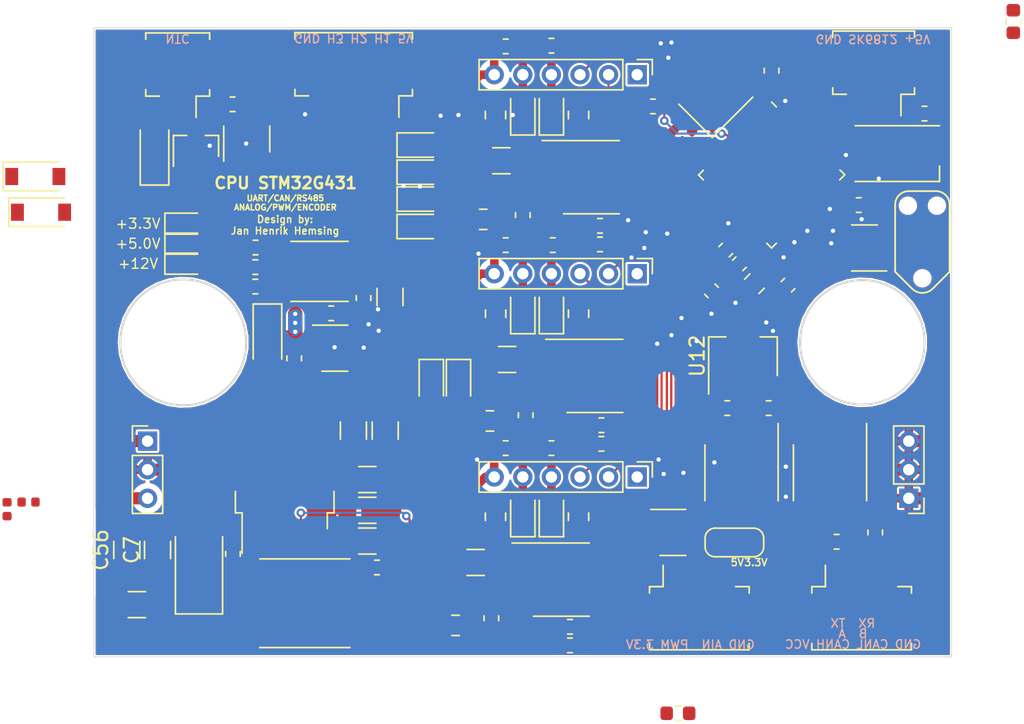
<source format=kicad_pcb>
(kicad_pcb (version 20171130) (host pcbnew 5.1.4+dfsg1-1)
  (layers (0 F.Cu signal) (1 In1.Cu mixed) (2 In2.Cu power) (31 B.Cu power) (34 B.Paste user) (35 F.Paste user hide) (36 B.SilkS user) (37 F.SilkS user) (38 B.Mask user) (39 F.Mask user hide) (44 Edge.Cuts user))
  (net 0 "")
  (net 1 IUH)
  (net 2 U)
  (net 3 IUL)
  (net 4 IVH)
  (net 5 V)
  (net 6 IVL)
  (net 7 IWH)
  (net 8 W)
  (net 9 IWL)
  (net 10 GND)
  (net 11 VIN)
  (net 12 "Net-(C2-Pad2)")
  (net 13 "Net-(C3-Pad1)")
  (net 14 "Net-(C13-Pad2)")
  (net 15 "Net-(C14-Pad1)")
  (net 16 "Net-(C15-Pad2)")
  (net 17 "Net-(C16-Pad1)")
  (net 18 UU)
  (net 19 UV)
  (net 20 UW)
  (net 21 +5V)
  (net 22 "Net-(J6-Pad1)")
  (net 23 "Net-(J8-Pad4)")
  (net 24 "Net-(J8-Pad3)")
  (net 25 "Net-(J8-Pad2)")
  (net 26 CANH)
  (net 27 CANL)
  (net 28 SK6812_OUT)
  (net 29 SWDIO)
  (net 30 HALL1)
  (net 31 HALL2)
  (net 32 HALL3)
  (net 33 Vin_mon)
  (net 34 RS485RXTX)
  (net 35 SK6812)
  (net 36 Ain)
  (net 37 "Net-(J1-Pad1)")
  (net 38 "Net-(J2-Pad1)")
  (net 39 "Net-(J3-Pad1)")
  (net 40 NTC_EXT)
  (net 41 CANTX)
  (net 42 CANRX)
  (net 43 "Net-(P1-Pad6)")
  (net 44 "Net-(P1-Pad3)")
  (net 45 "Net-(C40-Pad1)")
  (net 46 NTC_EXT_GND)
  (net 47 NTC_IO)
  (net 48 "Net-(U8-Pad4)")
  (net 49 "Net-(C35-Pad2)")
  (net 50 "Net-(C35-Pad1)")
  (net 51 "Net-(R32-Pad1)")
  (net 52 "Net-(R37-Pad2)")
  (net 53 "Net-(U2-Pad5)")
  (net 54 "Net-(U3-Pad3)")
  (net 55 "Net-(C1-Pad1)")
  (net 56 "Net-(C4-Pad1)")
  (net 57 "Net-(C5-Pad1)")
  (net 58 NRST)
  (net 59 +3V3)
  (net 60 "Net-(C11-Pad1)")
  (net 61 "Net-(C12-Pad1)")
  (net 62 VDDA)
  (net 63 "Net-(C20-Pad2)")
  (net 64 +12V)
  (net 65 "Net-(D1-Pad1)")
  (net 66 "Net-(D3-Pad1)")
  (net 67 "Net-(D4-Pad1)")
  (net 68 "Net-(D5-Pad2)")
  (net 69 GPIO_BEMF)
  (net 70 "Net-(D7-Pad2)")
  (net 71 "Net-(D8-Pad1)")
  (net 72 "Net-(D9-Pad1)")
  (net 73 "Net-(D11-Pad1)")
  (net 74 "Net-(D12-Pad1)")
  (net 75 "Net-(D13-Pad2)")
  (net 76 "Net-(J1-Pad3)")
  (net 77 "Net-(J2-Pad3)")
  (net 78 "Net-(J3-Pad3)")
  (net 79 PWM)
  (net 80 SWCLK)
  (net 81 UART_RX)
  (net 82 UART_TX)
  (net 83 "Net-(U1-Pad39)")
  (net 84 VL)
  (net 85 WH)
  (net 86 VH)
  (net 87 UH)
  (net 88 WL)
  (net 89 "Net-(U1-Pad26)")
  (net 90 "Net-(U1-Pad22)")
  (net 91 "Net-(U1-Pad18)")
  (net 92 "Net-(U1-Pad14)")
  (net 93 "Net-(U1-Pad10)")
  (net 94 "Net-(U1-Pad4)")
  (net 95 "Net-(U1-Pad3)")
  (net 96 UL)
  (net 97 "Net-(U4-Pad5)")
  (net 98 "Net-(U11-Pad1)")
  (net 99 "Net-(U8-Pad6)")
  (net 100 "Net-(C50-Pad2)")
  (net 101 "Net-(C51-Pad2)")
  (net 102 "Net-(C52-Pad2)")
  (net 103 "Net-(C21-Pad1)")
  (net 104 "Net-(C53-Pad1)")
  (net 105 "Net-(D16-Pad2)")
  (net 106 "Net-(D18-Pad2)")
  (net 107 "Net-(D19-Pad2)")
  (net 108 "Net-(U11-Pad6)")
  (net 109 AinC)
  (module Package_TO_SOT_SMD:SOT-89-3 (layer F.Cu) (at 65.4 46.4 90)
    (fp_text reference U12 (at 0.45 -3.2 90) (layer F.SilkS))
    (fp_text value AP2204R-3.3)
    (pad 2 smd trapezoid (at -0.0762 0 180) (size 1.5 1) (rect_delta 0 0.7) (layers F.Cu F.Paste F.Mask) (net 10 GND))
    (pad 2 smd rect (at 1.3335 0) (size 2.2 1.84) (layers F.Cu F.Paste F.Mask) (net 10 GND))
    (pad 3 smd rect (at -1.48 1.5) (size 1 1.5) (layers F.Cu F.Paste F.Mask) (net 59 +3V3))
    (pad 2 smd rect (at -1.3335 0) (size 1 1.8) (layers F.Cu F.Paste F.Mask) (net 10 GND))
    (pad 1 smd rect (at -1.48 -1.5) (size 1 1.5) (layers F.Cu F.Paste F.Mask) (net 64 +12V))
    (pad 2 smd trapezoid (at 2.667 0) (size 1.6 0.85) (rect_delta 0 0.6) (layers F.Cu F.Paste F.Mask) (net 10 GND))
  )
  (module Diode_SMD:D_SOD-323 (layer F.Cu) (at 42.705 34.98)
    (fp_text reference D7 hide)
    (fp_text value 1N5819WS)
    (pad 2 smd rect (at 1.05 0) (size 0.6 0.45) (layers F.Cu F.Paste F.Mask) (net 70 "Net-(D7-Pad2)"))
    (pad 1 smd rect (at -1.05 0) (size 0.6 0.45) (layers F.Cu F.Paste F.Mask) (net 69 GPIO_BEMF))
  )
  (module Capacitor_SMD:C_1206_3216Metric (layer F.Cu) (at 22.3 59.525 90)
    (fp_text reference C56 (at 0 -1.82 90) (layer F.SilkS))
    (fp_text value 10u)
    (pad 2 smd roundrect (at 1.4 0 90) (size 1.25 1.75) (layers F.Cu F.Paste F.Mask) (roundrect_rratio 0.2) (net 10 GND))
    (pad 1 smd roundrect (at -1.4 0 90) (size 1.25 1.75) (layers F.Cu F.Paste F.Mask) (roundrect_rratio 0.2) (net 103 "Net-(C21-Pad1)"))
  )
  (module Capacitor_SMD:C_1206_3216Metric (layer F.Cu) (at 24.45 59.525 90)
    (fp_text reference C7 (at 0 -1.82 90) (layer F.SilkS))
    (fp_text value 10u)
    (pad 2 smd roundrect (at 1.4 0 90) (size 1.25 1.75) (layers F.Cu F.Paste F.Mask) (roundrect_rratio 0.2) (net 10 GND))
    (pad 1 smd roundrect (at -1.4 0 90) (size 1.25 1.75) (layers F.Cu F.Paste F.Mask) (roundrect_rratio 0.2) (net 103 "Net-(C21-Pad1)"))
  )
  (module Package_SO:SOIC-8_3.9x4.9mm_P1.27mm (layer F.Cu) (at 55.05 47.35)
    (fp_text reference U7 hide)
    (fp_text value MIC4605)
    (pad 8 smd roundrect (at 2.475 -1.905) (size 1.95 0.6) (layers F.Cu F.Paste F.Mask) (net 72 "Net-(D9-Pad1)"))
    (pad 7 smd roundrect (at 2.475 -0.635) (size 1.95 0.6) (layers F.Cu F.Paste F.Mask) (net 10 GND))
    (pad 6 smd roundrect (at 2.475 0.635) (size 1.95 0.6) (layers F.Cu F.Paste F.Mask) (net 84 VL))
    (pad 5 smd roundrect (at 2.475 1.905) (size 1.95 0.6) (layers F.Cu F.Paste F.Mask) (net 86 VH))
    (pad 4 smd roundrect (at -2.475 1.905) (size 1.95 0.6) (layers F.Cu F.Paste F.Mask) (net 5 V))
    (pad 3 smd roundrect (at -2.475 0.635) (size 1.95 0.6) (layers F.Cu F.Paste F.Mask) (net 71 "Net-(D8-Pad1)"))
    (pad 2 smd roundrect (at -2.475 -0.635) (size 1.95 0.6) (layers F.Cu F.Paste F.Mask) (net 60 "Net-(C11-Pad1)"))
    (pad 1 smd roundrect (at -2.475 -1.905) (size 1.95 0.6) (layers F.Cu F.Paste F.Mask) (net 64 +12V))
  )
  (module otter:PinHeader_1x06_P2.00mm_Vertical (layer F.Cu) (at 58 40.2 270)
    (fp_text reference J3 hide)
    (fp_text value V)
    (pad 6 thru_hole oval (at 0 10 270) (size 1.35 1.35) (drill 0.8) (layers *.Cu *.Mask) (net 5 V))
    (pad 5 thru_hole oval (at 0 8 270) (size 1.35 1.35) (drill 0.8) (layers *.Cu *.Mask) (net 14 "Net-(C13-Pad2)"))
    (pad 4 thru_hole oval (at 0 6 270) (size 1.35 1.35) (drill 0.8) (layers *.Cu *.Mask) (net 15 "Net-(C14-Pad1)"))
    (pad 3 thru_hole oval (at 0 4 270) (size 1.35 1.35) (drill 0.8) (layers *.Cu *.Mask) (net 78 "Net-(J3-Pad3)"))
    (pad 2 thru_hole oval (at 0 2 270) (size 1.35 1.35) (drill 0.8) (layers *.Cu *.Mask) (net 6 IVL))
    (pad 1 thru_hole rect (at 0 0 270) (size 1.35 1.35) (drill 0.8) (layers *.Cu *.Mask) (net 39 "Net-(J3-Pad1)"))
  )
  (module otter:PinHeader_1x06_P2.00mm_Vertical (layer F.Cu) (at 58 54.42 270)
    (fp_text reference J2 hide)
    (fp_text value U)
    (pad 6 thru_hole oval (at 0 10 270) (size 1.35 1.35) (drill 0.8) (layers *.Cu *.Mask) (net 2 U))
    (pad 5 thru_hole oval (at 0 8 270) (size 1.35 1.35) (drill 0.8) (layers *.Cu *.Mask) (net 12 "Net-(C2-Pad2)"))
    (pad 4 thru_hole oval (at 0 6 270) (size 1.35 1.35) (drill 0.8) (layers *.Cu *.Mask) (net 13 "Net-(C3-Pad1)"))
    (pad 3 thru_hole oval (at 0 4 270) (size 1.35 1.35) (drill 0.8) (layers *.Cu *.Mask) (net 77 "Net-(J2-Pad3)"))
    (pad 2 thru_hole oval (at 0 2 270) (size 1.35 1.35) (drill 0.8) (layers *.Cu *.Mask) (net 3 IUL))
    (pad 1 thru_hole rect (at 0 0 270) (size 1.35 1.35) (drill 0.8) (layers *.Cu *.Mask) (net 38 "Net-(J2-Pad1)"))
  )
  (module otter:PinHeader_1x06_P2.00mm_Vertical (layer F.Cu) (at 58 26.28 270)
    (fp_text reference J1 hide)
    (fp_text value W)
    (pad 6 thru_hole oval (at 0 10 270) (size 1.35 1.35) (drill 0.8) (layers *.Cu *.Mask) (net 8 W))
    (pad 5 thru_hole oval (at 0 8 270) (size 1.35 1.35) (drill 0.8) (layers *.Cu *.Mask) (net 16 "Net-(C15-Pad2)"))
    (pad 4 thru_hole oval (at 0 6 270) (size 1.35 1.35) (drill 0.8) (layers *.Cu *.Mask) (net 17 "Net-(C16-Pad1)"))
    (pad 3 thru_hole oval (at 0 4 270) (size 1.35 1.35) (drill 0.8) (layers *.Cu *.Mask) (net 76 "Net-(J1-Pad3)"))
    (pad 2 thru_hole oval (at 0 2 270) (size 1.35 1.35) (drill 0.8) (layers *.Cu *.Mask) (net 9 IWL))
    (pad 1 thru_hole rect (at 0 0 270) (size 1.35 1.35) (drill 0.8) (layers *.Cu *.Mask) (net 37 "Net-(J1-Pad1)"))
  )
  (module Resistor_SMD:R_0402_1005Metric (layer F.Cu) (at 44.8 32.14 90)
    (fp_text reference R31 hide)
    (fp_text value 4k3)
    (pad 2 smd roundrect (at 0.485 0 90) (size 0.59 0.64) (layers F.Cu F.Paste F.Mask) (net 20 UW))
    (pad 1 smd roundrect (at -0.485 0 90) (size 0.59 0.64) (layers F.Cu F.Paste F.Mask) (net 75 "Net-(D13-Pad2)"))
  )
  (module Resistor_SMD:R_0402_1005Metric (layer F.Cu) (at 45.5 27.8 90)
    (fp_text reference R30 hide)
    (fp_text value 100k)
    (pad 2 smd roundrect (at 0.485 0 90) (size 0.59 0.64) (layers F.Cu F.Paste F.Mask) (net 8 W))
    (pad 1 smd roundrect (at -0.485 0 90) (size 0.59 0.64) (layers F.Cu F.Paste F.Mask) (net 20 UW))
  )
  (module Resistor_SMD:R_0402_1005Metric (layer F.Cu) (at 44.8 35.999999 270)
    (fp_text reference R26 hide)
    (fp_text value 4k3)
    (pad 2 smd roundrect (at 0.485 0 270) (size 0.59 0.64) (layers F.Cu F.Paste F.Mask) (net 19 UV))
    (pad 1 smd roundrect (at -0.485 0 270) (size 0.59 0.64) (layers F.Cu F.Paste F.Mask) (net 70 "Net-(D7-Pad2)"))
  )
  (module Resistor_SMD:R_0402_1005Metric (layer F.Cu) (at 46 39.3 90)
    (fp_text reference R25 hide)
    (fp_text value 100k)
    (pad 2 smd roundrect (at 0.485 0 90) (size 0.59 0.64) (layers F.Cu F.Paste F.Mask) (net 19 UV))
    (pad 1 smd roundrect (at -0.485 0 90) (size 0.59 0.64) (layers F.Cu F.Paste F.Mask) (net 5 V))
  )
  (module Resistor_SMD:R_0402_1005Metric (layer F.Cu) (at 44.6 49.8)
    (fp_text reference R24 hide)
    (fp_text value 4k3)
    (pad 2 smd roundrect (at 0.485 0) (size 0.59 0.64) (layers F.Cu F.Paste F.Mask) (net 18 UU))
    (pad 1 smd roundrect (at -0.485 0) (size 0.59 0.64) (layers F.Cu F.Paste F.Mask) (net 68 "Net-(D5-Pad2)"))
  )
  (module Resistor_SMD:R_0402_1005Metric (layer F.Cu) (at 45.8 53.1 90)
    (fp_text reference R23 hide)
    (fp_text value 100k)
    (pad 2 smd roundrect (at 0.485 0 90) (size 0.59 0.64) (layers F.Cu F.Paste F.Mask) (net 18 UU))
    (pad 1 smd roundrect (at -0.485 0 90) (size 0.59 0.64) (layers F.Cu F.Paste F.Mask) (net 2 U))
  )
  (module Diode_SMD:D_SOD-323 (layer F.Cu) (at 42.7 33.1)
    (fp_text reference D13 hide)
    (fp_text value 1N5819WS)
    (pad 2 smd rect (at 1.05 0) (size 0.6 0.45) (layers F.Cu F.Paste F.Mask) (net 75 "Net-(D13-Pad2)"))
    (pad 1 smd rect (at -1.05 0) (size 0.6 0.45) (layers F.Cu F.Paste F.Mask) (net 69 GPIO_BEMF))
  )
  (module Diode_SMD:D_SOD-323 (layer F.Cu) (at 42.7 31.199999)
    (fp_text reference D10 hide)
    (fp_text value 1N5819WS)
    (pad 2 smd rect (at 1.05 0) (size 0.6 0.45) (layers F.Cu F.Paste F.Mask) (net 20 UW))
    (pad 1 smd rect (at -1.05 0) (size 0.6 0.45) (layers F.Cu F.Paste F.Mask) (net 59 +3V3))
  )
  (module Diode_SMD:D_SOD-323 (layer F.Cu) (at 42.7 36.9)
    (fp_text reference D6 hide)
    (fp_text value 1N5819WS)
    (pad 2 smd rect (at 1.05 0) (size 0.6 0.45) (layers F.Cu F.Paste F.Mask) (net 19 UV))
    (pad 1 smd rect (at -1.05 0) (size 0.6 0.45) (layers F.Cu F.Paste F.Mask) (net 59 +3V3))
  )
  (module Diode_SMD:D_SOD-323 (layer F.Cu) (at 43.6 47.7 270)
    (fp_text reference D5 hide)
    (fp_text value 1N5819WS)
    (pad 2 smd rect (at 1.05 0 270) (size 0.6 0.45) (layers F.Cu F.Paste F.Mask) (net 68 "Net-(D5-Pad2)"))
    (pad 1 smd rect (at -1.05 0 270) (size 0.6 0.45) (layers F.Cu F.Paste F.Mask) (net 69 GPIO_BEMF))
  )
  (module Diode_SMD:D_SOD-323 (layer F.Cu) (at 45.5 47.7 270)
    (fp_text reference D2 hide)
    (fp_text value 1N5819WS)
    (pad 2 smd rect (at 1.05 0 270) (size 0.6 0.45) (layers F.Cu F.Paste F.Mask) (net 18 UU))
    (pad 1 smd rect (at -1.05 0 270) (size 0.6 0.45) (layers F.Cu F.Paste F.Mask) (net 59 +3V3))
  )
  (module Resistor_SMD:R_0402_1005Metric (layer F.Cu) (at 61.8 55.5 270)
    (fp_text reference R46 hide)
    (fp_text value 1k)
    (pad 2 smd roundrect (at 0.485 0 270) (size 0.59 0.64) (layers F.Cu F.Paste F.Mask) (net 109 AinC))
    (pad 1 smd roundrect (at -0.485 0 270) (size 0.59 0.64) (layers F.Cu F.Paste F.Mask) (net 59 +3V3))
  )
  (module Resistor_SMD:R_0402_1005Metric (layer F.Cu) (at 60.7 55.5 270)
    (fp_text reference R45 hide)
    (fp_text value 100)
    (pad 2 smd roundrect (at 0.485 0 270) (size 0.59 0.64) (layers F.Cu F.Paste F.Mask) (net 109 AinC))
    (pad 1 smd roundrect (at -0.485 0 270) (size 0.59 0.64) (layers F.Cu F.Paste F.Mask) (net 36 Ain))
  )
  (module Capacitor_SMD:C_0402_1005Metric (layer F.Cu) (at 55.415 24.5 180)
    (fp_text reference R42 hide)
    (fp_text value 1.5k)
    (pad 2 smd roundrect (at 0.485 0 180) (size 0.59 0.64) (layers F.Cu F.Paste F.Mask) (net 76 "Net-(J1-Pad3)"))
    (pad 1 smd roundrect (at -0.485 0 180) (size 0.59 0.64) (layers F.Cu F.Paste F.Mask) (net 7 IWH))
  )
  (module Capacitor_SMD:C_0402_1005Metric (layer F.Cu) (at 55.9 41.8 180)
    (fp_text reference R41 hide)
    (fp_text value 1.5k)
    (pad 2 smd roundrect (at 0.485 0 180) (size 0.59 0.64) (layers F.Cu F.Paste F.Mask) (net 78 "Net-(J3-Pad3)"))
    (pad 1 smd roundrect (at -0.485 0 180) (size 0.59 0.64) (layers F.Cu F.Paste F.Mask) (net 4 IVH))
  )
  (module Capacitor_SMD:C_0402_1005Metric (layer F.Cu) (at 58.1 52.4 180)
    (fp_text reference R40 hide)
    (fp_text value 1.5k)
    (pad 2 smd roundrect (at 0.485 0 180) (size 0.59 0.64) (layers F.Cu F.Paste F.Mask) (net 77 "Net-(J2-Pad3)"))
    (pad 1 smd roundrect (at -0.485 0 180) (size 0.59 0.64) (layers F.Cu F.Paste F.Mask) (net 1 IUH))
  )
  (module Resistor_SMD:R_0402_1005Metric (layer F.Cu) (at 31.1 26.5 270)
    (fp_text reference R39 hide)
    (fp_text value 100)
    (pad 2 smd roundrect (at 0.485 0 270) (size 0.59 0.64) (layers F.Cu F.Paste F.Mask) (net 40 NTC_EXT))
    (pad 1 smd roundrect (at -0.485 0 270) (size 0.59 0.64) (layers F.Cu F.Paste F.Mask) (net 47 NTC_IO))
  )
  (module Resistor_SMD:R_0402_1005Metric (layer F.Cu) (at 39.66 45.74 90)
    (fp_text reference R38 hide)
    (fp_text value 9k1)
    (pad 2 smd roundrect (at 0.485 0 90) (size 0.59 0.64) (layers F.Cu F.Paste F.Mask) (net 10 GND))
    (pad 1 smd roundrect (at -0.485 0 90) (size 0.59 0.64) (layers F.Cu F.Paste F.Mask) (net 52 "Net-(R37-Pad2)"))
  )
  (module Resistor_SMD:R_0402_1005Metric (layer F.Cu) (at 41.26 45.752499 270)
    (fp_text reference R37 hide)
    (fp_text value 47k)
    (pad 2 smd roundrect (at 0.485 0 270) (size 0.59 0.64) (layers F.Cu F.Paste F.Mask) (net 52 "Net-(R37-Pad2)"))
    (pad 1 smd roundrect (at -0.485 0 270) (size 0.59 0.64) (layers F.Cu F.Paste F.Mask) (net 21 +5V))
  )
  (module Capacitor_SMD:C_0402_1005Metric (layer F.Cu) (at 60.1 31.3 315)
    (fp_text reference R36 hide)
    (fp_text value 2.2k)
    (pad 2 smd roundrect (at 0.485 0 315) (size 0.59 0.64) (layers F.Cu F.Paste F.Mask) (net 7 IWH))
    (pad 1 smd roundrect (at -0.485 0 315) (size 0.59 0.64) (layers F.Cu F.Paste F.Mask) (net 10 GND))
  )
  (module Resistor_SMD:R_0402_1005Metric (layer F.Cu) (at 40.59 31.22 90)
    (fp_text reference R35 hide)
    (fp_text value 10k)
    (pad 2 smd roundrect (at 0.485 0 90) (size 0.59 0.64) (layers F.Cu F.Paste F.Mask) (net 25 "Net-(J8-Pad2)"))
    (pad 1 smd roundrect (at -0.485 0 90) (size 0.59 0.64) (layers F.Cu F.Paste F.Mask) (net 59 +3V3))
  )
  (module Resistor_SMD:R_0402_1005Metric (layer F.Cu) (at 37.66 31.215 90)
    (fp_text reference R34 hide)
    (fp_text value 10k)
    (pad 2 smd roundrect (at 0.485 0 90) (size 0.59 0.64) (layers F.Cu F.Paste F.Mask) (net 24 "Net-(J8-Pad3)"))
    (pad 1 smd roundrect (at -0.485 0 90) (size 0.59 0.64) (layers F.Cu F.Paste F.Mask) (net 59 +3V3))
  )
  (module Resistor_SMD:R_0402_1005Metric (layer F.Cu) (at 34.755 31.22 90)
    (fp_text reference R33 hide)
    (fp_text value 10k)
    (pad 2 smd roundrect (at 0.485 0 90) (size 0.59 0.64) (layers F.Cu F.Paste F.Mask) (net 23 "Net-(J8-Pad4)"))
    (pad 1 smd roundrect (at -0.485 0 90) (size 0.59 0.64) (layers F.Cu F.Paste F.Mask) (net 59 +3V3))
  )
  (module Resistor_SMD:R_0402_1005Metric (layer F.Cu) (at 68.4 58.4)
    (fp_text reference R32 hide)
    (fp_text value 4k3)
    (pad 2 smd roundrect (at 0.485 0) (size 0.59 0.64) (layers F.Cu F.Paste F.Mask) (net 10 GND))
    (pad 1 smd roundrect (at -0.485 0) (size 0.59 0.64) (layers F.Cu F.Paste F.Mask) (net 51 "Net-(R32-Pad1)"))
  )
  (module Resistor_SMD:R_0402_1005Metric (layer F.Cu) (at 33.29 31.22 270)
    (fp_text reference R29 hide)
    (fp_text value 1.8k)
    (pad 2 smd roundrect (at 0.485 0 270) (size 0.59 0.64) (layers F.Cu F.Paste F.Mask) (net 32 HALL3))
    (pad 1 smd roundrect (at -0.485 0 270) (size 0.59 0.64) (layers F.Cu F.Paste F.Mask) (net 23 "Net-(J8-Pad4)"))
  )
  (module Resistor_SMD:R_0402_1005Metric (layer F.Cu) (at 36.21 31.212499 270)
    (fp_text reference R28 hide)
    (fp_text value 1.8k)
    (pad 2 smd roundrect (at 0.485 0 270) (size 0.59 0.64) (layers F.Cu F.Paste F.Mask) (net 31 HALL2))
    (pad 1 smd roundrect (at -0.485 0 270) (size 0.59 0.64) (layers F.Cu F.Paste F.Mask) (net 24 "Net-(J8-Pad3)"))
  )
  (module Resistor_SMD:R_0402_1005Metric (layer F.Cu) (at 39.12 31.217499 270)
    (fp_text reference R27 hide)
    (fp_text value 1.8k)
    (pad 2 smd roundrect (at 0.485 0 270) (size 0.59 0.64) (layers F.Cu F.Paste F.Mask) (net 30 HALL1))
    (pad 1 smd roundrect (at -0.485 0 270) (size 0.59 0.64) (layers F.Cu F.Paste F.Mask) (net 25 "Net-(J8-Pad2)"))
  )
  (module Resistor_SMD:R_0402_1005Metric (layer F.Cu) (at 27.52 34.38 270)
    (fp_text reference R21 hide)
    (fp_text value 1M)
    (pad 2 smd roundrect (at 0.485 0 270) (size 0.59 0.64) (layers F.Cu F.Paste F.Mask) (net 10 GND))
    (pad 1 smd roundrect (at -0.485 0 270) (size 0.59 0.64) (layers F.Cu F.Paste F.Mask) (net 45 "Net-(C40-Pad1)"))
  )
  (module Resistor_SMD:R_0402_1005Metric (layer F.Cu) (at 22.37 31.08 270)
    (fp_text reference R20 hide)
    (fp_text value 47k)
    (pad 2 smd roundrect (at 0.485 0 270) (size 0.59 0.64) (layers F.Cu F.Paste F.Mask) (net 40 NTC_EXT))
    (pad 1 smd roundrect (at -0.485 0 270) (size 0.59 0.64) (layers F.Cu F.Paste F.Mask) (net 59 +3V3))
  )
  (module Capacitor_SMD:C_0402_1005Metric (layer F.Cu) (at 13.925 56.675 270)
    (fp_text reference R17 hide)
    (fp_text value 4k3)
    (pad 2 smd roundrect (at 0.485 0 270) (size 0.59 0.64) (layers F.Cu F.Paste F.Mask) (net 10 GND))
    (pad 1 smd roundrect (at -0.485 0 270) (size 0.59 0.64) (layers F.Cu F.Paste F.Mask) (net 33 Vin_mon))
  )
  (module Capacitor_SMD:C_0402_1005Metric (layer F.Cu) (at 57.4 24.5)
    (fp_text reference R16 hide)
    (fp_text value 22k)
    (pad 2 smd roundrect (at 0.485 0) (size 0.59 0.64) (layers F.Cu F.Paste F.Mask) (net 59 +3V3))
    (pad 1 smd roundrect (at -0.485 0) (size 0.59 0.64) (layers F.Cu F.Paste F.Mask) (net 7 IWH))
  )
  (module Capacitor_SMD:C_0402_1005Metric (layer F.Cu) (at 61 36.6 45)
    (fp_text reference R15 hide)
    (fp_text value 2.2k)
    (pad 2 smd roundrect (at 0.485 0 45) (size 0.59 0.64) (layers F.Cu F.Paste F.Mask) (net 4 IVH))
    (pad 1 smd roundrect (at -0.485 0 45) (size 0.59 0.64) (layers F.Cu F.Paste F.Mask) (net 10 GND))
  )
  (module Capacitor_SMD:C_0402_1005Metric (layer F.Cu) (at 59.7 36.4 225)
    (fp_text reference R14 hide)
    (fp_text value 22k)
    (pad 2 smd roundrect (at 0.485 0 225) (size 0.59 0.64) (layers F.Cu F.Paste F.Mask) (net 59 +3V3))
    (pad 1 smd roundrect (at -0.485 0 225) (size 0.59 0.64) (layers F.Cu F.Paste F.Mask) (net 4 IVH))
  )
  (module Capacitor_SMD:C_0402_1005Metric (layer F.Cu) (at 62.6 38.2 45)
    (fp_text reference R9 hide)
    (fp_text value 2.2k)
    (pad 2 smd roundrect (at 0.485 0 45) (size 0.59 0.64) (layers F.Cu F.Paste F.Mask) (net 1 IUH))
    (pad 1 smd roundrect (at -0.485 0 45) (size 0.59 0.64) (layers F.Cu F.Paste F.Mask) (net 10 GND))
  )
  (module Capacitor_SMD:C_0402_1005Metric (layer F.Cu) (at 61.8 42.1)
    (fp_text reference R8 hide)
    (fp_text value 22k)
    (pad 2 smd roundrect (at 0.485 0) (size 0.59 0.64) (layers F.Cu F.Paste F.Mask) (net 59 +3V3))
    (pad 1 smd roundrect (at -0.485 0) (size 0.59 0.64) (layers F.Cu F.Paste F.Mask) (net 1 IUH))
  )
  (module Resistor_SMD:R_0402_1005Metric (layer F.Cu) (at 43 56.625 270)
    (fp_text reference R7 hide)
    (fp_text value 2.7k)
    (pad 2 smd roundrect (at 0.485 0 270) (size 0.59 0.64) (layers F.Cu F.Paste F.Mask) (net 63 "Net-(C20-Pad2)"))
    (pad 1 smd roundrect (at -0.485 0 270) (size 0.59 0.64) (layers F.Cu F.Paste F.Mask) (net 10 GND))
  )
  (module Capacitor_SMD:C_0402_1005Metric (layer F.Cu) (at 15.425 56.175 180)
    (fp_text reference R6 hide)
    (fp_text value 100k)
    (pad 2 smd roundrect (at 0.485 0 180) (size 0.59 0.64) (layers F.Cu F.Paste F.Mask) (net 33 Vin_mon))
    (pad 1 smd roundrect (at -0.485 0 180) (size 0.59 0.64) (layers F.Cu F.Paste F.Mask) (net 11 VIN))
  )
  (module Resistor_SMD:R_0402_1005Metric (layer F.Cu) (at 74.6 52.4 90)
    (fp_text reference R5 hide)
    (fp_text value 100)
    (pad 2 smd roundrect (at 0.485 0 90) (size 0.59 0.64) (layers F.Cu F.Paste F.Mask) (net 82 UART_TX))
    (pad 1 smd roundrect (at -0.485 0 90) (size 0.59 0.64) (layers F.Cu F.Paste F.Mask) (net 27 CANL))
  )
  (module Resistor_SMD:R_0402_1005Metric (layer F.Cu) (at 68.4 52.3 90)
    (fp_text reference R4 hide)
    (fp_text value 100)
    (pad 2 smd roundrect (at 0.485 0 90) (size 0.59 0.64) (layers F.Cu F.Paste F.Mask) (net 81 UART_RX))
    (pad 1 smd roundrect (at -0.485 0 90) (size 0.59 0.64) (layers F.Cu F.Paste F.Mask) (net 26 CANH))
  )
  (module Resistor_SMD:R_0402_1005Metric (layer F.Cu) (at 42.999999 58.5 270)
    (fp_text reference R1 hide)
    (fp_text value 22k)
    (pad 2 smd roundrect (at 0.485 0 270) (size 0.59 0.64) (layers F.Cu F.Paste F.Mask) (net 64 +12V))
    (pad 1 smd roundrect (at -0.485 0 270) (size 0.59 0.64) (layers F.Cu F.Paste F.Mask) (net 63 "Net-(C20-Pad2)"))
  )
  (module Inductor_SMD:L_Taiyo-Yuden_NR-60xx (layer F.Cu) (at 34.755 63.25)
    (fp_text reference L2 hide)
    (fp_text value "100u 1A")
    (pad 2 smd rect (at 2.35 0) (size 1.6 5.9) (layers F.Cu F.Paste F.Mask) (net 64 +12V))
    (pad 1 smd rect (at -2.35 0) (size 1.6 5.9) (layers F.Cu F.Paste F.Mask) (net 65 "Net-(D1-Pad1)"))
  )
  (module Diode_SMD:D_SOD-123 (layer F.Cu) (at 15.9 33.4)
    (fp_text reference D15 hide)
    (fp_text value B5819W)
    (pad 2 smd rect (at 1.65 0) (size 0.9 1.2) (layers F.Cu F.Paste F.Mask) (net 40 NTC_EXT))
    (pad 1 smd rect (at -1.65 0) (size 0.9 1.2) (layers F.Cu F.Paste F.Mask) (net 45 "Net-(C40-Pad1)"))
  )
  (module Diode_SMD:D_SOD-123 (layer F.Cu) (at 16.3 35.9)
    (fp_text reference D14 hide)
    (fp_text value B5819W)
    (pad 2 smd rect (at 1.65 0) (size 0.9 1.2) (layers F.Cu F.Paste F.Mask) (net 10 GND))
    (pad 1 smd rect (at -1.65 0) (size 0.9 1.2) (layers F.Cu F.Paste F.Mask) (net 49 "Net-(C35-Pad2)"))
  )
  (module Diode_SMD:D_SOD-323 (layer F.Cu) (at 52 29 90)
    (fp_text reference D12 hide)
    (fp_text value B16WS)
    (pad 2 smd rect (at 1.05 0 90) (size 0.6 0.45) (layers F.Cu F.Paste F.Mask) (net 17 "Net-(C16-Pad1)"))
    (pad 1 smd rect (at -1.05 0 90) (size 0.6 0.45) (layers F.Cu F.Paste F.Mask) (net 74 "Net-(D12-Pad1)"))
  )
  (module Diode_SMD:D_SOD-323 (layer F.Cu) (at 50 29 90)
    (fp_text reference D11 hide)
    (fp_text value B16WS)
    (pad 2 smd rect (at 1.05 0 90) (size 0.6 0.45) (layers F.Cu F.Paste F.Mask) (net 16 "Net-(C15-Pad2)"))
    (pad 1 smd rect (at -1.05 0 90) (size 0.6 0.45) (layers F.Cu F.Paste F.Mask) (net 73 "Net-(D11-Pad1)"))
  )
  (module Diode_SMD:D_SOD-323 (layer F.Cu) (at 52 42.9 90)
    (fp_text reference D9 hide)
    (fp_text value B16WS)
    (pad 2 smd rect (at 1.05 0 90) (size 0.6 0.45) (layers F.Cu F.Paste F.Mask) (net 15 "Net-(C14-Pad1)"))
    (pad 1 smd rect (at -1.05 0 90) (size 0.6 0.45) (layers F.Cu F.Paste F.Mask) (net 72 "Net-(D9-Pad1)"))
  )
  (module Diode_SMD:D_SOD-323 (layer F.Cu) (at 50 42.9 90)
    (fp_text reference D8 hide)
    (fp_text value B16WS)
    (pad 2 smd rect (at 1.05 0 90) (size 0.6 0.45) (layers F.Cu F.Paste F.Mask) (net 14 "Net-(C13-Pad2)"))
    (pad 1 smd rect (at -1.05 0 90) (size 0.6 0.45) (layers F.Cu F.Paste F.Mask) (net 71 "Net-(D8-Pad1)"))
  )
  (module Diode_SMD:D_SOD-323 (layer F.Cu) (at 52 57.1 90)
    (fp_text reference D4 hide)
    (fp_text value B16WS)
    (pad 2 smd rect (at 1.05 0 90) (size 0.6 0.45) (layers F.Cu F.Paste F.Mask) (net 13 "Net-(C3-Pad1)"))
    (pad 1 smd rect (at -1.05 0 90) (size 0.6 0.45) (layers F.Cu F.Paste F.Mask) (net 67 "Net-(D4-Pad1)"))
  )
  (module Diode_SMD:D_SOD-323 (layer F.Cu) (at 50 57.1 90)
    (fp_text reference D3 hide)
    (fp_text value B16WS)
    (pad 2 smd rect (at 1.05 0 90) (size 0.6 0.45) (layers F.Cu F.Paste F.Mask) (net 12 "Net-(C2-Pad2)"))
    (pad 1 smd rect (at -1.05 0 90) (size 0.6 0.45) (layers F.Cu F.Paste F.Mask) (net 66 "Net-(D3-Pad1)"))
  )
  (module Capacitor_SMD:C_0402_1005Metric (layer F.Cu) (at 62 35.4 135)
    (fp_text reference C45 hide)
    (fp_text value 100p)
    (pad 2 smd roundrect (at 0.485 0 135) (size 0.59 0.64) (layers F.Cu F.Paste F.Mask) (net 6 IVL))
    (pad 1 smd roundrect (at -0.485 0 135) (size 0.59 0.64) (layers F.Cu F.Paste F.Mask) (net 4 IVH))
  )
  (module Capacitor_SMD:C_0402_1005Metric (layer F.Cu) (at 63.5 36.9 315)
    (fp_text reference C44 hide)
    (fp_text value 100p)
    (pad 2 smd roundrect (at 0.485 0 315) (size 0.59 0.64) (layers F.Cu F.Paste F.Mask) (net 3 IUL))
    (pad 1 smd roundrect (at -0.485 0 315) (size 0.59 0.64) (layers F.Cu F.Paste F.Mask) (net 1 IUH))
  )
  (module Capacitor_SMD:C_0402_1005Metric (layer F.Cu) (at 60.8 30.6 135)
    (fp_text reference C42 hide)
    (fp_text value 100p)
    (pad 2 smd roundrect (at 0.485 0 135) (size 0.59 0.64) (layers F.Cu F.Paste F.Mask) (net 10 GND))
    (pad 1 smd roundrect (at -0.485 0 135) (size 0.59 0.64) (layers F.Cu F.Paste F.Mask) (net 33 Vin_mon))
  )
  (module Resistor_SMD:R_0402_1005Metric (layer F.Cu) (at 26.06 34.38 270)
    (fp_text reference C40 hide)
    (fp_text value 100p)
    (pad 2 smd roundrect (at 0.485 0 270) (size 0.59 0.64) (layers F.Cu F.Paste F.Mask) (net 10 GND))
    (pad 1 smd roundrect (at -0.485 0 270) (size 0.59 0.64) (layers F.Cu F.Paste F.Mask) (net 45 "Net-(C40-Pad1)"))
  )
  (module Resistor_SMD:R_0402_1005Metric (layer F.Cu) (at 22.37 33.972499 270)
    (fp_text reference C39 hide)
    (fp_text value 100p)
    (pad 2 smd roundrect (at 0.485 0 270) (size 0.59 0.64) (layers F.Cu F.Paste F.Mask) (net 10 GND))
    (pad 1 smd roundrect (at -0.485 0 270) (size 0.59 0.64) (layers F.Cu F.Paste F.Mask) (net 40 NTC_EXT))
  )
  (module Capacitor_SMD:C_0402_1005Metric (layer F.Cu) (at 60.8 34.1 225)
    (fp_text reference C31 hide)
    (fp_text value 100p)
    (pad 2 smd roundrect (at 0.485 0 225) (size 0.59 0.64) (layers F.Cu F.Paste F.Mask) (net 10 GND))
    (pad 1 smd roundrect (at -0.485 0 225) (size 0.59 0.64) (layers F.Cu F.Paste F.Mask) (net 20 UW))
  )
  (module Capacitor_SMD:C_0402_1005Metric (layer F.Cu) (at 61.8 37.4 225)
    (fp_text reference C30 hide)
    (fp_text value 100p)
    (pad 2 smd roundrect (at 0.485 0 225) (size 0.59 0.64) (layers F.Cu F.Paste F.Mask) (net 10 GND))
    (pad 1 smd roundrect (at -0.485 0 225) (size 0.59 0.64) (layers F.Cu F.Paste F.Mask) (net 19 UV))
  )
  (module Capacitor_SMD:C_0402_1005Metric (layer F.Cu) (at 69.8 39.4 315)
    (fp_text reference C29 hide)
    (fp_text value 100p)
    (pad 2 smd roundrect (at 0.485 0 315) (size 0.59 0.64) (layers F.Cu F.Paste F.Mask) (net 10 GND))
    (pad 1 smd roundrect (at -0.485 0 315) (size 0.59 0.64) (layers F.Cu F.Paste F.Mask) (net 18 UU))
  )
  (module Capacitor_SMD:C_0402_1005Metric (layer F.Cu) (at 42.075001 58.5 90)
    (fp_text reference C20 hide)
    (fp_text value 33n)
    (pad 2 smd roundrect (at 0.485 0 90) (size 0.59 0.64) (layers F.Cu F.Paste F.Mask) (net 63 "Net-(C20-Pad2)"))
    (pad 1 smd roundrect (at -0.485 0 90) (size 0.59 0.64) (layers F.Cu F.Paste F.Mask) (net 64 +12V))
  )
  (module Capacitor_SMD:C_0402_1005Metric (layer F.Cu) (at 60.8 32.7 225)
    (fp_text reference C19 hide)
    (fp_text value DNP)
    (pad 2 smd roundrect (at 0.485 0 225) (size 0.59 0.64) (layers F.Cu F.Paste F.Mask) (net 9 IWL))
    (pad 1 smd roundrect (at -0.485 0 225) (size 0.59 0.64) (layers F.Cu F.Paste F.Mask) (net 7 IWH))
  )
  (module Capacitor_SMD:C_1206_3216Metric (layer F.Cu) (at 48.5 32.3 180)
    (fp_text reference C12 hide)
    (fp_text value 22uF)
    (pad 2 smd roundrect (at 1.4 0 180) (size 1.25 1.75) (layers F.Cu F.Paste F.Mask) (roundrect_rratio 0.2) (net 8 W))
    (pad 1 smd roundrect (at -1.4 0 180) (size 1.25 1.75) (layers F.Cu F.Paste F.Mask) (roundrect_rratio 0.2) (net 61 "Net-(C12-Pad1)"))
  )
  (module Capacitor_SMD:C_1206_3216Metric (layer F.Cu) (at 48.9 46.2 180)
    (fp_text reference C11 hide)
    (fp_text value 22uF)
    (pad 2 smd roundrect (at 1.4 0 180) (size 1.25 1.75) (layers F.Cu F.Paste F.Mask) (roundrect_rratio 0.2) (net 5 V))
    (pad 1 smd roundrect (at -1.4 0 180) (size 1.25 1.75) (layers F.Cu F.Paste F.Mask) (roundrect_rratio 0.2) (net 60 "Net-(C11-Pad1)"))
  )
  (module Capacitor_SMD:C_0402_1005Metric (layer F.Cu) (at 61.5 29.9 135)
    (fp_text reference C5 hide)
    (fp_text value 18p)
    (pad 2 smd roundrect (at 0.485 0 135) (size 0.59 0.64) (layers F.Cu F.Paste F.Mask) (net 10 GND))
    (pad 1 smd roundrect (at -0.485 0 135) (size 0.59 0.64) (layers F.Cu F.Paste F.Mask) (net 57 "Net-(C5-Pad1)"))
  )
  (module Capacitor_SMD:C_0402_1005Metric (layer F.Cu) (at 65.4 26.225 315)
    (fp_text reference C4 hide)
    (fp_text value 18p)
    (pad 2 smd roundrect (at 0.485 0 315) (size 0.59 0.64) (layers F.Cu F.Paste F.Mask) (net 10 GND))
    (pad 1 smd roundrect (at -0.485 0 315) (size 0.59 0.64) (layers F.Cu F.Paste F.Mask) (net 56 "Net-(C4-Pad1)"))
  )
  (module Capacitor_SMD:C_1206_3216Metric (layer F.Cu) (at 46.7 60.4 180)
    (fp_text reference C1 hide)
    (fp_text value 22uF)
    (pad 2 smd roundrect (at 1.4 0 180) (size 1.25 1.75) (layers F.Cu F.Paste F.Mask) (roundrect_rratio 0.2) (net 2 U))
    (pad 1 smd roundrect (at -1.4 0 180) (size 1.25 1.75) (layers F.Cu F.Paste F.Mask) (roundrect_rratio 0.2) (net 55 "Net-(C1-Pad1)"))
  )
  (module Capacitor_SMD:C_0603_1608Metric (layer F.Cu) (at 78.1 29)
    (fp_text reference C55 hide)
    (fp_text value 100n)
    (pad 2 smd roundrect (at 0.7875 0) (size 0.875 0.95) (layers F.Cu F.Paste F.Mask) (net 10 GND))
    (pad 1 smd roundrect (at -0.7875 0) (size 0.875 0.95) (layers F.Cu F.Paste F.Mask) (net 21 +5V))
  )
  (module Capacitor_SMD:C_0603_1608Metric (layer F.Cu) (at 29.7 28.35 180)
    (fp_text reference C54 hide)
    (fp_text value 100n)
    (pad 2 smd roundrect (at 0.7875 0 180) (size 0.875 0.95) (layers F.Cu F.Paste F.Mask) (net 10 GND))
    (pad 1 smd roundrect (at -0.7875 0 180) (size 0.875 0.95) (layers F.Cu F.Paste F.Mask) (net 21 +5V))
  )
  (module Capacitor_SMD:C_0603_1608Metric (layer F.Cu) (at 60.85 70.95)
    (fp_text reference C34 hide)
    (fp_text value 100n)
    (pad 2 smd roundrect (at 0.7875 0) (size 0.875 0.95) (layers F.Cu F.Paste F.Mask) (net 10 GND))
    (pad 1 smd roundrect (at -0.7875 0) (size 0.875 0.95) (layers F.Cu F.Paste F.Mask) (net 21 +5V))
  )
  (module Package_DFN_QFN:QFN-48-1EP_7x7mm_P0.5mm_EP5.3x5.3mm (layer F.Cu) (at 67.4 33.3 315)
    (fp_text reference U1 hide)
    (fp_text value STM32G431CBUx)
    (pad 48 smd roundrect (at -2.75 -3.475 315) (size 0.25 0.75) (layers F.Cu F.Paste F.Mask) (net 59 +3V3))
    (pad 47 smd roundrect (at -2.25 -3.475 315) (size 0.25 0.75) (layers F.Cu F.Paste F.Mask) (net 41 CANTX))
    (pad 46 smd roundrect (at -1.75 -3.475 315) (size 0.25 0.75) (layers F.Cu F.Paste F.Mask) (net 30 HALL1))
    (pad 45 smd roundrect (at -1.25 -3.475 315) (size 0.25 0.75) (layers F.Cu F.Paste F.Mask) (net 31 HALL2))
    (pad 44 smd roundrect (at -0.75 -3.475 315) (size 0.25 0.75) (layers F.Cu F.Paste F.Mask) (net 32 HALL3))
    (pad 43 smd roundrect (at -0.25 -3.475 315) (size 0.25 0.75) (layers F.Cu F.Paste F.Mask) (net 69 GPIO_BEMF))
    (pad 42 smd roundrect (at 0.25 -3.475 315) (size 0.25 0.75) (layers F.Cu F.Paste F.Mask) (net 81 UART_RX))
    (pad 41 smd roundrect (at 0.75 -3.475 315) (size 0.25 0.75) (layers F.Cu F.Paste F.Mask) (net 82 UART_TX))
    (pad 40 smd roundrect (at 1.25 -3.475 315) (size 0.25 0.75) (layers F.Cu F.Paste F.Mask) (net 34 RS485RXTX))
    (pad 39 smd roundrect (at 1.75 -3.475 315) (size 0.25 0.75) (layers F.Cu F.Paste F.Mask) (net 83 "Net-(U1-Pad39)"))
    (pad 38 smd roundrect (at 2.25 -3.475 315) (size 0.25 0.75) (layers F.Cu F.Paste F.Mask) (net 79 PWM))
    (pad 37 smd roundrect (at 2.75 -3.475 315) (size 0.25 0.75) (layers F.Cu F.Paste F.Mask) (net 80 SWCLK))
    (pad 36 smd roundrect (at 3.475 -2.75 315) (size 0.75 0.25) (layers F.Cu F.Paste F.Mask) (net 29 SWDIO))
    (pad 35 smd roundrect (at 3.475 -2.25 315) (size 0.75 0.25) (layers F.Cu F.Paste F.Mask) (net 59 +3V3))
    (pad 34 smd roundrect (at 3.475 -1.75 315) (size 0.75 0.25) (layers F.Cu F.Paste F.Mask) (net 84 VL))
    (pad 33 smd roundrect (at 3.475 -1.25 315) (size 0.75 0.25) (layers F.Cu F.Paste F.Mask) (net 42 CANRX))
    (pad 32 smd roundrect (at 3.475 -0.75 315) (size 0.75 0.25) (layers F.Cu F.Paste F.Mask) (net 87 UH))
    (pad 31 smd roundrect (at 3.475 -0.25 315) (size 0.75 0.25) (layers F.Cu F.Paste F.Mask) (net 86 VH))
    (pad 30 smd roundrect (at 3.475 0.25 315) (size 0.75 0.25) (layers F.Cu F.Paste F.Mask) (net 85 WH))
    (pad 29 smd roundrect (at 3.475 0.75 315) (size 0.75 0.25) (layers F.Cu F.Paste F.Mask) (net 35 SK6812))
    (pad 28 smd roundrect (at 3.475 1.25 315) (size 0.75 0.25) (layers F.Cu F.Paste F.Mask) (net 96 UL))
    (pad 27 smd roundrect (at 3.475 1.75 315) (size 0.75 0.25) (layers F.Cu F.Paste F.Mask) (net 47 NTC_IO))
    (pad 26 smd roundrect (at 3.475 2.25 315) (size 0.75 0.25) (layers F.Cu F.Paste F.Mask) (net 89 "Net-(U1-Pad26)"))
    (pad 25 smd roundrect (at 3.475 2.75 315) (size 0.75 0.25) (layers F.Cu F.Paste F.Mask) (net 36 Ain))
    (pad 24 smd roundrect (at 2.75 3.475 315) (size 0.25 0.75) (layers F.Cu F.Paste F.Mask) (net 18 UU))
    (pad 23 smd roundrect (at 2.25 3.475 315) (size 0.25 0.75) (layers F.Cu F.Paste F.Mask) (net 59 +3V3))
    (pad 22 smd roundrect (at 1.75 3.475 315) (size 0.25 0.75) (layers F.Cu F.Paste F.Mask) (net 90 "Net-(U1-Pad22)"))
    (pad 21 smd roundrect (at 1.25 3.475 315) (size 0.25 0.75) (layers F.Cu F.Paste F.Mask) (net 62 VDDA))
    (pad 20 smd roundrect (at 0.75 3.475 315) (size 0.25 0.75) (layers F.Cu F.Paste F.Mask) (net 62 VDDA))
    (pad 19 smd roundrect (at 0.25 3.475 315) (size 0.25 0.75) (layers F.Cu F.Paste F.Mask) (net 3 IUL))
    (pad 18 smd roundrect (at -0.25 3.475 315) (size 0.25 0.75) (layers F.Cu F.Paste F.Mask) (net 91 "Net-(U1-Pad18)"))
    (pad 17 smd roundrect (at -0.75 3.475 315) (size 0.25 0.75) (layers F.Cu F.Paste F.Mask) (net 1 IUH))
    (pad 16 smd roundrect (at -1.25 3.475 315) (size 0.25 0.75) (layers F.Cu F.Paste F.Mask) (net 19 UV))
    (pad 15 smd roundrect (at -1.75 3.475 315) (size 0.25 0.75) (layers F.Cu F.Paste F.Mask) (net 4 IVH))
    (pad 14 smd roundrect (at -2.25 3.475 315) (size 0.25 0.75) (layers F.Cu F.Paste F.Mask) (net 92 "Net-(U1-Pad14)"))
    (pad 13 smd roundrect (at -2.75 3.475 315) (size 0.25 0.75) (layers F.Cu F.Paste F.Mask) (net 6 IVL))
    (pad 12 smd roundrect (at -3.475 2.75 315) (size 0.75 0.25) (layers F.Cu F.Paste F.Mask) (net 20 UW))
    (pad 11 smd roundrect (at -3.475 2.25 315) (size 0.75 0.25) (layers F.Cu F.Paste F.Mask) (net 9 IWL))
    (pad 10 smd roundrect (at -3.475 1.75 315) (size 0.75 0.25) (layers F.Cu F.Paste F.Mask) (net 93 "Net-(U1-Pad10)"))
    (pad 9 smd roundrect (at -3.475 1.25 315) (size 0.75 0.25) (layers F.Cu F.Paste F.Mask) (net 7 IWH))
    (pad 8 smd roundrect (at -3.475 0.75 315) (size 0.75 0.25) (layers F.Cu F.Paste F.Mask) (net 33 Vin_mon))
    (pad 7 smd roundrect (at -3.475 0.25 315) (size 0.75 0.25) (layers F.Cu F.Paste F.Mask) (net 58 NRST))
    (pad 6 smd roundrect (at -3.475 -0.25 315) (size 0.75 0.25) (layers F.Cu F.Paste F.Mask) (net 57 "Net-(C5-Pad1)"))
    (pad 5 smd roundrect (at -3.475 -0.75 315) (size 0.75 0.25) (layers F.Cu F.Paste F.Mask) (net 56 "Net-(C4-Pad1)"))
    (pad 4 smd roundrect (at -3.475 -1.25 315) (size 0.75 0.25) (layers F.Cu F.Paste F.Mask) (net 94 "Net-(U1-Pad4)"))
    (pad 3 smd roundrect (at -3.475 -1.75 315) (size 0.75 0.25) (layers F.Cu F.Paste F.Mask) (net 95 "Net-(U1-Pad3)"))
    (pad 2 smd roundrect (at -3.475 -2.25 315) (size 0.75 0.25) (layers F.Cu F.Paste F.Mask) (net 88 WL))
    (pad 1 smd roundrect (at -3.475 -2.75 315) (size 0.75 0.25) (layers F.Cu F.Paste F.Mask) (net 59 +3V3))
    (pad 49 smd roundrect (at 0 0 315) (size 5.3 5.3) (layers F.Cu F.Mask) (roundrect_rratio 0.04717) (net 10 GND))
  )
  (module Diode_SMD:D_SMA (layer F.Cu) (at 27.35 60.6 90)
    (fp_text reference D1 hide)
    (fp_text value SS310)
    (pad 2 smd rect (at 2 0 90) (size 2.5 1.8) (layers F.Cu F.Paste F.Mask) (net 10 GND))
    (pad 1 smd rect (at -2 0 90) (size 2.5 1.8) (layers F.Cu F.Paste F.Mask) (net 65 "Net-(D1-Pad1)"))
  )
  (module Resistor_SMD:R_1206_3216Metric (layer F.Cu) (at 40.375 51.175 270)
    (fp_text reference R50 hide)
    (fp_text value 10)
    (pad 2 smd roundrect (at 1.4 0 270) (size 1.25 1.75) (layers F.Cu F.Paste F.Mask) (roundrect_rratio 0.2) (net 64 +12V))
    (pad 1 smd roundrect (at -1.4 0 270) (size 1.25 1.75) (layers F.Cu F.Paste F.Mask) (roundrect_rratio 0.2) (net 104 "Net-(C53-Pad1)"))
  )
  (module Resistor_SMD:R_0603_1608Metric (layer F.Cu) (at 31.3 38.37)
    (fp_text reference R49 hide)
    (fp_text value 660)
    (pad 2 smd roundrect (at 0.7875 0) (size 0.875 0.95) (layers F.Cu F.Paste F.Mask) (net 59 +3V3))
    (pad 1 smd roundrect (at -0.7875 0) (size 0.875 0.95) (layers F.Cu F.Paste F.Mask) (net 107 "Net-(D19-Pad2)"))
  )
  (module Resistor_SMD:R_0603_1608Metric (layer F.Cu) (at 31.29 39.74)
    (fp_text reference R48 hide)
    (fp_text value 1k)
    (pad 2 smd roundrect (at 0.7875 0) (size 0.875 0.95) (layers F.Cu F.Paste F.Mask) (net 21 +5V))
    (pad 1 smd roundrect (at -0.7875 0) (size 0.875 0.95) (layers F.Cu F.Paste F.Mask) (net 106 "Net-(D18-Pad2)"))
  )
  (module Resistor_SMD:R_0603_1608Metric (layer F.Cu) (at 31.29 41.1)
    (fp_text reference R47 hide)
    (fp_text value 2k)
    (pad 2 smd roundrect (at 0.7875 0) (size 0.875 0.95) (layers F.Cu F.Paste F.Mask) (net 64 +12V))
    (pad 1 smd roundrect (at -0.7875 0) (size 0.875 0.95) (layers F.Cu F.Paste F.Mask) (net 105 "Net-(D16-Pad2)"))
  )
  (module Resistor_SMD:R_1206_3216Metric (layer F.Cu) (at 23 63.35)
    (fp_text reference R44 hide)
    (fp_text value 10)
    (pad 2 smd roundrect (at 1.4 0) (size 1.25 1.75) (layers F.Cu F.Paste F.Mask) (roundrect_rratio 0.2) (net 103 "Net-(C21-Pad1)"))
    (pad 1 smd roundrect (at -1.4 0) (size 1.25 1.75) (layers F.Cu F.Paste F.Mask) (roundrect_rratio 0.2) (net 11 VIN))
  )
  (module Diode_SMD:D_0603_1608Metric (layer F.Cu) (at 26.45 36.7)
    (fp_text reference D19 hide)
    (fp_text value LED)
    (pad 2 smd roundrect (at 0.7875 0) (size 0.875 0.95) (layers F.Cu F.Paste F.Mask) (net 107 "Net-(D19-Pad2)"))
    (pad 1 smd roundrect (at -0.7875 0) (size 0.875 0.95) (layers F.Cu F.Paste F.Mask) (net 10 GND))
  )
  (module Diode_SMD:D_0603_1608Metric (layer F.Cu) (at 26.45 38.1)
    (fp_text reference D18 hide)
    (fp_text value LED)
    (pad 2 smd roundrect (at 0.7875 0) (size 0.875 0.95) (layers F.Cu F.Paste F.Mask) (net 106 "Net-(D18-Pad2)"))
    (pad 1 smd roundrect (at -0.7875 0) (size 0.875 0.95) (layers F.Cu F.Paste F.Mask) (net 10 GND))
  )
  (module Diode_SMD:D_0603_1608Metric (layer F.Cu) (at 26.45 39.5)
    (fp_text reference D16 hide)
    (fp_text value LED)
    (pad 2 smd roundrect (at 0.7875 0) (size 0.875 0.95) (layers F.Cu F.Paste F.Mask) (net 105 "Net-(D16-Pad2)"))
    (pad 1 smd roundrect (at -0.7875 0) (size 0.875 0.95) (layers F.Cu F.Paste F.Mask) (net 10 GND))
  )
  (module Capacitor_SMD:C_1206_3216Metric (layer F.Cu) (at 38.15 51.175 270)
    (fp_text reference C53 hide)
    (fp_text value 10u)
    (pad 2 smd roundrect (at 1.4 0 270) (size 1.25 1.75) (layers F.Cu F.Paste F.Mask) (roundrect_rratio 0.2) (net 10 GND))
    (pad 1 smd roundrect (at -1.4 0 270) (size 1.25 1.75) (layers F.Cu F.Paste F.Mask) (roundrect_rratio 0.2) (net 104 "Net-(C53-Pad1)"))
  )
  (module Capacitor_SMD:C_0603_1608Metric (layer F.Cu) (at 67.4 26 90)
    (fp_text reference C24 hide)
    (fp_text value 100n)
    (pad 2 smd roundrect (at 0.7875 0 90) (size 0.875 0.95) (layers F.Cu F.Paste F.Mask) (net 10 GND))
    (pad 1 smd roundrect (at -0.7875 0 90) (size 0.875 0.95) (layers F.Cu F.Paste F.Mask) (net 59 +3V3))
  )
  (module Resistor_SMD:R_0603_1608Metric (layer F.Cu) (at 50 36.1 90)
    (fp_text reference R43 hide)
    (fp_text value 1)
    (pad 2 smd roundrect (at 0.7875 0 90) (size 0.875 0.95) (layers F.Cu F.Paste F.Mask) (net 8 W))
    (pad 1 smd roundrect (at -0.7875 0 90) (size 0.875 0.95) (layers F.Cu F.Paste F.Mask) (net 102 "Net-(C52-Pad2)"))
  )
  (module Resistor_SMD:R_0603_1608Metric (layer F.Cu) (at 50.2 50.1 90)
    (fp_text reference R22 hide)
    (fp_text value 1)
    (pad 2 smd roundrect (at 0.7875 0 90) (size 0.875 0.95) (layers F.Cu F.Paste F.Mask) (net 5 V))
    (pad 1 smd roundrect (at -0.7875 0 90) (size 0.875 0.95) (layers F.Cu F.Paste F.Mask) (net 101 "Net-(C51-Pad2)"))
  )
  (module Resistor_SMD:R_0603_1608Metric (layer F.Cu) (at 47.8 64.3 90)
    (fp_text reference R18 hide)
    (fp_text value 1)
    (pad 2 smd roundrect (at 0.7875 0 90) (size 0.875 0.95) (layers F.Cu F.Paste F.Mask) (net 2 U))
    (pad 1 smd roundrect (at -0.7875 0 90) (size 0.875 0.95) (layers F.Cu F.Paste F.Mask) (net 100 "Net-(C50-Pad2)"))
  )
  (module Capacitor_SMD:C_0805_2012Metric (layer F.Cu) (at 47.23 36.4)
    (fp_text reference C52 hide)
    (fp_text value 10nF)
    (pad 2 smd roundrect (at 0.9375 0) (size 0.975 1.4) (layers F.Cu F.Paste F.Mask) (net 102 "Net-(C52-Pad2)"))
    (pad 1 smd roundrect (at -0.9375 0) (size 0.975 1.4) (layers F.Cu F.Paste F.Mask) (net 10 GND))
  )
  (module Capacitor_SMD:C_0805_2012Metric (layer F.Cu) (at 47.7 50.5)
    (fp_text reference C51 hide)
    (fp_text value 10nF)
    (pad 2 smd roundrect (at 0.9375 0) (size 0.975 1.4) (layers F.Cu F.Paste F.Mask) (net 101 "Net-(C51-Pad2)"))
    (pad 1 smd roundrect (at -0.9375 0) (size 0.975 1.4) (layers F.Cu F.Paste F.Mask) (net 10 GND))
  )
  (module Capacitor_SMD:C_0805_2012Metric (layer F.Cu) (at 45.3 64.8)
    (fp_text reference C50 hide)
    (fp_text value 10nF)
    (pad 2 smd roundrect (at 0.9375 0) (size 0.975 1.4) (layers F.Cu F.Paste F.Mask) (net 100 "Net-(C50-Pad2)"))
    (pad 1 smd roundrect (at -0.9375 0) (size 0.975 1.4) (layers F.Cu F.Paste F.Mask) (net 10 GND))
  )
  (module Crystal:Crystal_SMD_3225-4Pin_3.2x2.5mm (layer F.Cu) (at 63.5 28.1 45)
    (fp_text reference Y1 hide)
    (fp_text value 8Mhz)
    (pad 4 smd rect (at -1.1 -0.85 45) (size 1.4 1.2) (layers F.Cu F.Paste F.Mask) (net 10 GND))
    (pad 3 smd rect (at 1.1 -0.85 45) (size 1.4 1.2) (layers F.Cu F.Paste F.Mask) (net 56 "Net-(C4-Pad1)"))
    (pad 2 smd rect (at 1.1 0.85 45) (size 1.4 1.2) (layers F.Cu F.Paste F.Mask) (net 10 GND))
    (pad 1 smd rect (at -1.1 0.85 45) (size 1.4 1.2) (layers F.Cu F.Paste F.Mask) (net 57 "Net-(C5-Pad1)"))
  )
  (module Capacitor_SMD:C_0603_1608Metric (layer F.Cu) (at 55.4 38.15)
    (fp_text reference C49 hide)
    (fp_text value 4u7)
    (pad 2 smd roundrect (at 0.7875 0) (size 0.875 0.95) (layers F.Cu F.Paste F.Mask) (net 10 GND))
    (pad 1 smd roundrect (at -0.7875 0) (size 0.875 0.95) (layers F.Cu F.Paste F.Mask) (net 64 +12V))
  )
  (module Capacitor_SMD:C_0603_1608Metric (layer F.Cu) (at 53.3 66.2)
    (fp_text reference C48 hide)
    (fp_text value 4u7)
    (pad 2 smd roundrect (at 0.7875 0) (size 0.875 0.95) (layers F.Cu F.Paste F.Mask) (net 10 GND))
    (pad 1 smd roundrect (at -0.7875 0) (size 0.875 0.95) (layers F.Cu F.Paste F.Mask) (net 64 +12V))
  )
  (module Capacitor_SMD:C_0603_1608Metric (layer F.Cu) (at 55.5 52.1)
    (fp_text reference C47 hide)
    (fp_text value 4u7)
    (pad 2 smd roundrect (at 0.7875 0) (size 0.875 0.95) (layers F.Cu F.Paste F.Mask) (net 10 GND))
    (pad 1 smd roundrect (at -0.7875 0) (size 0.875 0.95) (layers F.Cu F.Paste F.Mask) (net 64 +12V))
  )
  (module Diode_SMD:D_SOD-123F (layer F.Cu) (at 24.24 31.8 90)
    (fp_text reference D15 hide)
    (fp_text value SM4007PL)
    (pad 2 smd rect (at 1.4 0 90) (size 1.1 1.1) (layers F.Cu F.Paste F.Mask) (net 40 NTC_EXT))
    (pad 1 smd rect (at -1.4 0 90) (size 1.1 1.1) (layers F.Cu F.Paste F.Mask) (net 45 "Net-(C40-Pad1)"))
  )
  (module Diode_SMD:D_SOD-123F (layer F.Cu) (at 32.14 44.52 270)
    (fp_text reference D14 hide)
    (fp_text value SM4007PL)
    (pad 2 smd rect (at 1.4 0 270) (size 1.1 1.1) (layers F.Cu F.Paste F.Mask) (net 10 GND))
    (pad 1 smd rect (at -1.4 0 270) (size 1.1 1.1) (layers F.Cu F.Paste F.Mask) (net 49 "Net-(C35-Pad2)"))
  )
  (module Package_SO:SOIC-8_3.9x4.9mm_P1.27mm (layer F.Cu) (at 54.8 33.45)
    (fp_text reference U10 hide)
    (fp_text value MIC4605)
    (pad 8 smd roundrect (at 2.475 -1.905) (size 1.95 0.6) (layers F.Cu F.Paste F.Mask) (net 74 "Net-(D12-Pad1)"))
    (pad 7 smd roundrect (at 2.475 -0.635) (size 1.95 0.6) (layers F.Cu F.Paste F.Mask) (net 10 GND))
    (pad 6 smd roundrect (at 2.475 0.635) (size 1.95 0.6) (layers F.Cu F.Paste F.Mask) (net 88 WL))
    (pad 5 smd roundrect (at 2.475 1.905) (size 1.95 0.6) (layers F.Cu F.Paste F.Mask) (net 85 WH))
    (pad 4 smd roundrect (at -2.475 1.905) (size 1.95 0.6) (layers F.Cu F.Paste F.Mask) (net 8 W))
    (pad 3 smd roundrect (at -2.475 0.635) (size 1.95 0.6) (layers F.Cu F.Paste F.Mask) (net 73 "Net-(D11-Pad1)"))
    (pad 2 smd roundrect (at -2.475 -0.635) (size 1.95 0.6) (layers F.Cu F.Paste F.Mask) (net 61 "Net-(C12-Pad1)"))
    (pad 1 smd roundrect (at -2.475 -1.905) (size 1.95 0.6) (layers F.Cu F.Paste F.Mask) (net 64 +12V))
  )
  (module Package_SO:SOIC-8_3.9x4.9mm_P1.27mm (layer F.Cu) (at 52.7 61.6)
    (fp_text reference U6 hide)
    (fp_text value MIC4605)
    (pad 8 smd roundrect (at 2.475 -1.905) (size 1.95 0.6) (layers F.Cu F.Paste F.Mask) (net 67 "Net-(D4-Pad1)"))
    (pad 7 smd roundrect (at 2.475 -0.635) (size 1.95 0.6) (layers F.Cu F.Paste F.Mask) (net 10 GND))
    (pad 6 smd roundrect (at 2.475 0.635) (size 1.95 0.6) (layers F.Cu F.Paste F.Mask) (net 96 UL))
    (pad 5 smd roundrect (at 2.475 1.905) (size 1.95 0.6) (layers F.Cu F.Paste F.Mask) (net 87 UH))
    (pad 4 smd roundrect (at -2.475 1.905) (size 1.95 0.6) (layers F.Cu F.Paste F.Mask) (net 2 U))
    (pad 3 smd roundrect (at -2.475 0.635) (size 1.95 0.6) (layers F.Cu F.Paste F.Mask) (net 66 "Net-(D3-Pad1)"))
    (pad 2 smd roundrect (at -2.475 -0.635) (size 1.95 0.6) (layers F.Cu F.Paste F.Mask) (net 55 "Net-(C1-Pad1)"))
    (pad 1 smd roundrect (at -2.475 -1.905) (size 1.95 0.6) (layers F.Cu F.Paste F.Mask) (net 64 +12V))
  )
  (module Inductor_SMD:L_Taiyo-Yuden_MD-4040 (layer F.Cu) (at 35.78 40.04)
    (fp_text reference L1 hide)
    (fp_text value 4u7)
    (pad 2 smd rect (at 1.4 0) (size 1.2 3.7) (layers F.Cu F.Paste F.Mask) (net 21 +5V))
    (pad 1 smd rect (at -1.4 0) (size 1.2 3.7) (layers F.Cu F.Paste F.Mask) (net 49 "Net-(C35-Pad2)"))
  )
  (module Package_TO_SOT_SMD:TO-252-5_TabPin3 (layer F.Cu) (at 33.345 54.46 90)
    (fp_text reference U4 hide)
    (fp_text value XL7015)
    (pad 3 smd rect (at 2.1 0 90) (size 6.4 5.8) (layers F.Cu F.Mask) (net 10 GND))
    (pad 5 smd rect (at -4.2 2.28 90) (size 2.2 0.8) (layers F.Cu F.Paste F.Mask) (net 97 "Net-(U4-Pad5)"))
    (pad 4 smd rect (at -4.2 1.14 90) (size 2.2 0.8) (layers F.Cu F.Paste F.Mask) (net 63 "Net-(C20-Pad2)"))
    (pad 3 smd rect (at -4.2 0 90) (size 2.2 0.8) (layers F.Cu F.Paste F.Mask) (net 10 GND))
    (pad 2 smd rect (at -4.2 -1.14 90) (size 2.2 0.8) (layers F.Cu F.Paste F.Mask) (net 65 "Net-(D1-Pad1)"))
    (pad 1 smd rect (at -4.2 -2.28 90) (size 2.2 0.8) (layers F.Cu F.Paste F.Mask) (net 103 "Net-(C21-Pad1)"))
  )
  (module Connector_Molex:Molex_PicoBlade_53261-0471_1x04-1MP_P1.25mm_Horizontal (layer F.Cu) (at 62.35 63.8)
    (fp_text reference J9 hide)
    (fp_text value AIN/PWM)
    (pad MP smd roundrect (at 4.425 0.5) (size 2.1 3) (layers F.Cu F.Paste F.Mask) (roundrect_rratio 0.119048) (net 10 GND))
    (pad MP smd roundrect (at -4.425 0.5) (size 2.1 3) (layers F.Cu F.Paste F.Mask) (roundrect_rratio 0.119048) (net 10 GND))
    (pad 4 smd roundrect (at 1.875 -2.4) (size 0.8 1.6) (layers F.Cu F.Paste F.Mask) (net 10 GND))
    (pad 3 smd roundrect (at 0.625 -2.4) (size 0.8 1.6) (layers F.Cu F.Paste F.Mask) (net 109 AinC))
    (pad 2 smd roundrect (at -0.625 -2.4) (size 0.8 1.6) (layers F.Cu F.Paste F.Mask) (net 79 PWM))
    (pad 1 smd roundrect (at -1.875 -2.4) (size 0.8 1.6) (layers F.Cu F.Paste F.Mask) (net 59 +3V3))
  )
  (module Inductor_SMD:L_0805_2012Metric (layer F.Cu) (at 66.2 40.9 225)
    (fp_text reference FB1 hide)
    (fp_text value FERRET)
    (pad 2 smd roundrect (at 0.9375 0 225) (size 0.975 1.4) (layers F.Cu F.Paste F.Mask) (net 59 +3V3))
    (pad 1 smd roundrect (at -0.9375 0 225) (size 0.975 1.4) (layers F.Cu F.Paste F.Mask) (net 62 VDDA))
  )
  (module Capacitor_SMD:C_0603_1608Metric (layer F.Cu) (at 67.2 49.6 180)
    (fp_text reference C46 hide)
    (fp_text value 100n)
    (pad 2 smd roundrect (at 0.7875 0 180) (size 0.875 0.95) (layers F.Cu F.Paste F.Mask) (net 10 GND))
    (pad 1 smd roundrect (at -0.7875 0 180) (size 0.875 0.95) (layers F.Cu F.Paste F.Mask) (net 59 +3V3))
  )
  (module Capacitor_SMD:C_0603_1608Metric (layer F.Cu) (at 64.3 49.6)
    (fp_text reference C43 hide)
    (fp_text value 100n)
    (pad 2 smd roundrect (at 0.7875 0) (size 0.875 0.95) (layers F.Cu F.Paste F.Mask) (net 10 GND))
    (pad 1 smd roundrect (at -0.7875 0) (size 0.875 0.95) (layers F.Cu F.Paste F.Mask) (net 64 +12V))
  )
  (module Capacitor_SMD:C_1206_3216Metric (layer F.Cu) (at 39.125 56.75 180)
    (fp_text reference C41 hide)
    (fp_text value 10u)
    (pad 2 smd roundrect (at 1.4 0 180) (size 1.25 1.75) (layers F.Cu F.Paste F.Mask) (roundrect_rratio 0.2) (net 10 GND))
    (pad 1 smd roundrect (at -1.4 0 180) (size 1.25 1.75) (layers F.Cu F.Paste F.Mask) (roundrect_rratio 0.2) (net 64 +12V))
  )
  (module Capacitor_SMD:C_1206_3216Metric (layer F.Cu) (at 39.125 54.6 180)
    (fp_text reference C38 hide)
    (fp_text value 10u)
    (pad 2 smd roundrect (at 1.4 0 180) (size 1.25 1.75) (layers F.Cu F.Paste F.Mask) (roundrect_rratio 0.2) (net 10 GND))
    (pad 1 smd roundrect (at -1.4 0 180) (size 1.25 1.75) (layers F.Cu F.Paste F.Mask) (roundrect_rratio 0.2) (net 64 +12V))
  )
  (module Capacitor_SMD:C_0603_1608Metric (layer F.Cu) (at 53.3 64.9)
    (fp_text reference C33 hide)
    (fp_text value 100n)
    (pad 2 smd roundrect (at 0.7875 0) (size 0.875 0.95) (layers F.Cu F.Paste F.Mask) (net 10 GND))
    (pad 1 smd roundrect (at -0.7875 0) (size 0.875 0.95) (layers F.Cu F.Paste F.Mask) (net 64 +12V))
  )
  (module Capacitor_SMD:C_0603_1608Metric (layer F.Cu) (at 55.4 36.85)
    (fp_text reference C32 hide)
    (fp_text value 100n)
    (pad 2 smd roundrect (at 0.7875 0) (size 0.875 0.95) (layers F.Cu F.Paste F.Mask) (net 10 GND))
    (pad 1 smd roundrect (at -0.7875 0) (size 0.875 0.95) (layers F.Cu F.Paste F.Mask) (net 64 +12V))
  )
  (module Capacitor_SMD:C_0603_1608Metric (layer F.Cu) (at 55.5 50.8)
    (fp_text reference C25 hide)
    (fp_text value 100n)
    (pad 2 smd roundrect (at 0.7875 0) (size 0.875 0.95) (layers F.Cu F.Paste F.Mask) (net 10 GND))
    (pad 1 smd roundrect (at -0.7875 0) (size 0.875 0.95) (layers F.Cu F.Paste F.Mask) (net 64 +12V))
  )
  (module Capacitor_SMD:C_1206_3216Metric (layer F.Cu) (at 39.125 58.9 180)
    (fp_text reference C23 hide)
    (fp_text value 10u)
    (pad 2 smd roundrect (at 1.4 0 180) (size 1.25 1.75) (layers F.Cu F.Paste F.Mask) (roundrect_rratio 0.2) (net 10 GND))
    (pad 1 smd roundrect (at -1.4 0 180) (size 1.25 1.75) (layers F.Cu F.Paste F.Mask) (roundrect_rratio 0.2) (net 64 +12V))
  )
  (module Capacitor_SMD:C_0603_1608Metric (layer F.Cu) (at 39.8 60.75 180)
    (fp_text reference C22 hide)
    (fp_text value 100n)
    (pad 2 smd roundrect (at 0.7875 0 180) (size 0.875 0.95) (layers F.Cu F.Paste F.Mask) (net 10 GND))
    (pad 1 smd roundrect (at -0.7875 0 180) (size 0.875 0.95) (layers F.Cu F.Paste F.Mask) (net 64 +12V))
  )
  (module Capacitor_SMD:C_0603_1608Metric (layer F.Cu) (at 64.193934 38.552513 225)
    (fp_text reference C18 hide)
    (fp_text value 100n)
    (pad 2 smd roundrect (at 0.7875 0 225) (size 0.875 0.95) (layers F.Cu F.Paste F.Mask) (net 10 GND))
    (pad 1 smd roundrect (at -0.7875 0 225) (size 0.875 0.95) (layers F.Cu F.Paste F.Mask) (net 62 VDDA))
  )
  (module Capacitor_SMD:C_0603_1608Metric (layer F.Cu) (at 65.148528 39.507107 225)
    (fp_text reference C17 hide)
    (fp_text value 4u7)
    (pad 2 smd roundrect (at 0.7875 0 225) (size 0.875 0.95) (layers F.Cu F.Paste F.Mask) (net 10 GND))
    (pad 1 smd roundrect (at -0.7875 0 225) (size 0.875 0.95) (layers F.Cu F.Paste F.Mask) (net 62 VDDA))
  )
  (module Capacitor_SMD:C_0603_1608Metric (layer F.Cu) (at 59.1 28.5 180)
    (fp_text reference C6 hide)
    (fp_text value 100n)
    (pad 2 smd roundrect (at 0.7875 0 180) (size 0.875 0.95) (layers F.Cu F.Paste F.Mask) (net 10 GND))
    (pad 1 smd roundrect (at -0.7875 0 180) (size 0.875 0.95) (layers F.Cu F.Paste F.Mask) (net 58 NRST))
  )
  (module Package_TO_SOT_SMD:SOT-23-6 (layer F.Cu) (at 60.5 58.3)
    (fp_text reference U11 hide)
    (fp_text value USBLC6-4)
    (pad 5 smd rect (at 1.1 0) (size 1.06 0.65) (layers F.Cu F.Paste F.Mask) (net 21 +5V))
    (pad 6 smd rect (at 1.1 -0.95) (size 1.06 0.65) (layers F.Cu F.Paste F.Mask) (net 108 "Net-(U11-Pad6)"))
    (pad 4 smd rect (at 1.1 0.95) (size 1.06 0.65) (layers F.Cu F.Paste F.Mask) (net 109 AinC))
    (pad 3 smd rect (at -1.1 0.95) (size 1.06 0.65) (layers F.Cu F.Paste F.Mask) (net 79 PWM))
    (pad 2 smd rect (at -1.1 0) (size 1.06 0.65) (layers F.Cu F.Paste F.Mask) (net 10 GND))
    (pad 1 smd rect (at -1.1 -0.95) (size 1.06 0.65) (layers F.Cu F.Paste F.Mask) (net 98 "Net-(U11-Pad1)"))
  )
  (module Package_TO_SOT_SMD:SOT-23-6 (layer F.Cu) (at 30.69 30.78 90)
    (fp_text reference U9 hide)
    (fp_text value USBLC6-4)
    (pad 5 smd rect (at 1.1 0 90) (size 1.06 0.65) (layers F.Cu F.Paste F.Mask) (net 21 +5V))
    (pad 6 smd rect (at 1.1 -0.95 90) (size 1.06 0.65) (layers F.Cu F.Paste F.Mask) (net 30 HALL1))
    (pad 4 smd rect (at 1.1 0.95 90) (size 1.06 0.65) (layers F.Cu F.Paste F.Mask) (net 40 NTC_EXT))
    (pad 3 smd rect (at -1.1 0.95 90) (size 1.06 0.65) (layers F.Cu F.Paste F.Mask) (net 32 HALL3))
    (pad 2 smd rect (at -1.1 0 90) (size 1.06 0.65) (layers F.Cu F.Paste F.Mask) (net 10 GND))
    (pad 1 smd rect (at -1.1 -0.95 90) (size 1.06 0.65) (layers F.Cu F.Paste F.Mask) (net 31 HALL2))
  )
  (module Package_TO_SOT_SMD:SOT-23-6 (layer F.Cu) (at 73.9 38.4 180)
    (fp_text reference U8 hide)
    (fp_text value USBLC6-4)
    (pad 5 smd rect (at 1.1 0 180) (size 1.06 0.65) (layers F.Cu F.Paste F.Mask) (net 59 +3V3))
    (pad 6 smd rect (at 1.1 -0.95 180) (size 1.06 0.65) (layers F.Cu F.Paste F.Mask) (net 99 "Net-(U8-Pad6)"))
    (pad 4 smd rect (at 1.1 0.95 180) (size 1.06 0.65) (layers F.Cu F.Paste F.Mask) (net 48 "Net-(U8-Pad4)"))
    (pad 3 smd rect (at -1.1 0.95 180) (size 1.06 0.65) (layers F.Cu F.Paste F.Mask) (net 80 SWCLK))
    (pad 2 smd rect (at -1.1 0 180) (size 1.06 0.65) (layers F.Cu F.Paste F.Mask) (net 10 GND))
    (pad 1 smd rect (at -1.1 -0.95 180) (size 1.06 0.65) (layers F.Cu F.Paste F.Mask) (net 29 SWDIO))
  )
  (module Package_SO:SOIC-8_3.9x4.9mm_P1.27mm (layer F.Cu) (at 71.49 54.13 270)
    (fp_text reference U5 hide)
    (fp_text value RS485)
    (pad 8 smd roundrect (at 2.475 -1.905 270) (size 1.95 0.6) (layers F.Cu F.Paste F.Mask) (net 21 +5V))
    (pad 7 smd roundrect (at 2.475 -0.635 270) (size 1.95 0.6) (layers F.Cu F.Paste F.Mask) (net 27 CANL))
    (pad 6 smd roundrect (at 2.475 0.635 270) (size 1.95 0.6) (layers F.Cu F.Paste F.Mask) (net 26 CANH))
    (pad 5 smd roundrect (at 2.475 1.905 270) (size 1.95 0.6) (layers F.Cu F.Paste F.Mask) (net 10 GND))
    (pad 4 smd roundrect (at -2.475 1.905 270) (size 1.95 0.6) (layers F.Cu F.Paste F.Mask) (net 81 UART_RX))
    (pad 3 smd roundrect (at -2.475 0.635 270) (size 1.95 0.6) (layers F.Cu F.Paste F.Mask) (net 34 RS485RXTX))
    (pad 2 smd roundrect (at -2.475 -0.635 270) (size 1.95 0.6) (layers F.Cu F.Paste F.Mask) (net 34 RS485RXTX))
    (pad 1 smd roundrect (at -2.475 -1.905 270) (size 1.95 0.6) (layers F.Cu F.Paste F.Mask) (net 82 UART_TX))
  )
  (module Package_TO_SOT_SMD:SOT-23-6 (layer F.Cu) (at 36.85 45.41)
    (fp_text reference U3 hide)
    (fp_text value ACT4088)
    (pad 5 smd rect (at 1.1 0) (size 1.06 0.65) (layers F.Cu F.Paste F.Mask) (net 10 GND))
    (pad 6 smd rect (at 1.1 -0.95) (size 1.06 0.65) (layers F.Cu F.Paste F.Mask) (net 50 "Net-(C35-Pad1)"))
    (pad 4 smd rect (at 1.1 0.95) (size 1.06 0.65) (layers F.Cu F.Paste F.Mask) (net 52 "Net-(R37-Pad2)"))
    (pad 3 smd rect (at -1.1 0.95) (size 1.06 0.65) (layers F.Cu F.Paste F.Mask) (net 54 "Net-(U3-Pad3)"))
    (pad 2 smd rect (at -1.1 0) (size 1.06 0.65) (layers F.Cu F.Paste F.Mask) (net 64 +12V))
    (pad 1 smd rect (at -1.1 -0.95) (size 1.06 0.65) (layers F.Cu F.Paste F.Mask) (net 49 "Net-(C35-Pad2)"))
  )
  (module Package_SO:SOIC-8_3.9x4.9mm_P1.27mm (layer F.Cu) (at 65.3 54.13 270)
    (fp_text reference U2 hide)
    (fp_text value MAX3051)
    (pad 8 smd roundrect (at 2.475 -1.905 270) (size 1.95 0.6) (layers F.Cu F.Paste F.Mask) (net 51 "Net-(R32-Pad1)"))
    (pad 7 smd roundrect (at 2.475 -0.635 270) (size 1.95 0.6) (layers F.Cu F.Paste F.Mask) (net 26 CANH))
    (pad 6 smd roundrect (at 2.475 0.635 270) (size 1.95 0.6) (layers F.Cu F.Paste F.Mask) (net 27 CANL))
    (pad 5 smd roundrect (at 2.475 1.905 270) (size 1.95 0.6) (layers F.Cu F.Paste F.Mask) (net 53 "Net-(U2-Pad5)"))
    (pad 4 smd roundrect (at -2.475 1.905 270) (size 1.95 0.6) (layers F.Cu F.Paste F.Mask) (net 42 CANRX))
    (pad 3 smd roundrect (at -2.475 0.635 270) (size 1.95 0.6) (layers F.Cu F.Paste F.Mask) (net 21 +5V))
    (pad 2 smd roundrect (at -2.475 -0.635 270) (size 1.95 0.6) (layers F.Cu F.Paste F.Mask) (net 10 GND))
    (pad 1 smd roundrect (at -2.475 -1.905 270) (size 1.95 0.6) (layers F.Cu F.Paste F.Mask) (net 41 CANTX))
  )
  (module LED_SMD:LED_SK6812MINI_PLCC4_3.5x3.5mm_P1.75mm (layer F.Cu) (at 76.2 31.8)
    (fp_text reference D17 hide)
    (fp_text value SK6812MINI)
    (pad 1 smd rect (at -1.75 -0.875) (size 1.6 0.85) (layers F.Cu F.Paste F.Mask) (net 28 SK6812_OUT))
    (pad 2 smd rect (at -1.75 0.875) (size 1.6 0.85) (layers F.Cu F.Paste F.Mask) (net 10 GND))
    (pad 4 smd rect (at 1.75 -0.875) (size 1.6 0.85) (layers F.Cu F.Paste F.Mask) (net 21 +5V))
    (pad 3 smd rect (at 1.75 0.875) (size 1.6 0.85) (layers F.Cu F.Paste F.Mask) (net 35 SK6812))
  )
  (module Capacitor_SMD:C_0603_1608Metric (layer F.Cu) (at 38.86 41.902499 270)
    (fp_text reference C37 hide)
    (fp_text value 100n)
    (pad 2 smd roundrect (at 0.7875 0 270) (size 0.875 0.95) (layers F.Cu F.Paste F.Mask) (net 10 GND))
    (pad 1 smd roundrect (at -0.7875 0 270) (size 0.875 0.95) (layers F.Cu F.Paste F.Mask) (net 21 +5V))
  )
  (module Capacitor_SMD:C_1206_3216Metric (layer F.Cu) (at 40.71 41.830001 270)
    (fp_text reference C36 hide)
    (fp_text value 10u)
    (pad 2 smd roundrect (at 1.4 0 270) (size 1.25 1.75) (layers F.Cu F.Paste F.Mask) (roundrect_rratio 0.2) (net 10 GND))
    (pad 1 smd roundrect (at -1.4 0 270) (size 1.25 1.75) (layers F.Cu F.Paste F.Mask) (roundrect_rratio 0.2) (net 21 +5V))
  )
  (module Capacitor_SMD:C_0603_1608Metric (layer F.Cu) (at 36.597501 42.97 180)
    (fp_text reference C35 hide)
    (fp_text value 100n)
    (pad 2 smd roundrect (at 0.7875 0 180) (size 0.875 0.95) (layers F.Cu F.Paste F.Mask) (net 49 "Net-(C35-Pad2)"))
    (pad 1 smd roundrect (at -0.7875 0 180) (size 0.875 0.95) (layers F.Cu F.Paste F.Mask) (net 50 "Net-(C35-Pad1)"))
  )
  (module Capacitor_SMD:C_0603_1608Metric (layer F.Cu) (at 34.01 46.12 270)
    (fp_text reference C27 hide)
    (fp_text value 100n)
    (pad 2 smd roundrect (at 0.7875 0 270) (size 0.875 0.95) (layers F.Cu F.Paste F.Mask) (net 10 GND))
    (pad 1 smd roundrect (at -0.7875 0 270) (size 0.875 0.95) (layers F.Cu F.Paste F.Mask) (net 64 +12V))
  )
  (module Jumper:SolderJumper-3_P1.3mm_Open_RoundedPad1.0x1.5mm (layer F.Cu) (at 64.8 59 180)
    (fp_text reference JP2 hide)
    (fp_text value UART)
    (pad 2 smd rect (at 0 0 180) (size 1 1.5) (layers F.Cu F.Mask) (net 22 "Net-(J6-Pad1)"))
    (pad 3 smd custom (at 1.3 0 180) (size 1 0.5) (layers F.Cu F.Mask) (net 21 +5V) (options (clearance outline) (anchor rect)) (primitives (gr_circle (center 0 0.25) (end 0.5 0.25) (width 0)) (gr_circle (center 0 -0.25) (end 0.5 -0.25) (width 0)) (gr_poly (pts (xy -0.55 -0.75) (xy 0 -0.75) (xy 0 0.75) (xy -0.55 0.75)) (width 0))))
    (pad 1 smd custom (at -1.3 0 180) (size 1 0.5) (layers F.Cu F.Mask) (net 59 +3V3) (options (clearance outline) (anchor rect)) (primitives (gr_circle (center 0 0.25) (end 0.5 0.25) (width 0)) (gr_circle (center 0 -0.25) (end 0.5 -0.25) (width 0)) (gr_poly (pts (xy 0.55 -0.75) (xy 0 -0.75) (xy 0 0.75) (xy 0.55 0.75)) (width 0))))
  )
  (module Connector_Molex:Molex_PicoBlade_53261-0571_1x05-1MP_P1.25mm_Horizontal (layer F.Cu) (at 38.17 26.05 180)
    (fp_text reference J8 hide)
    (fp_text value HALL)
    (pad MP smd roundrect (at 5.05 0.5 180) (size 2.1 3) (layers F.Cu F.Paste F.Mask) (roundrect_rratio 0.119048) (net 10 GND))
    (pad MP smd roundrect (at -5.05 0.5 180) (size 2.1 3) (layers F.Cu F.Paste F.Mask) (roundrect_rratio 0.119048) (net 10 GND))
    (pad 5 smd roundrect (at 2.5 -2.4 180) (size 0.8 1.6) (layers F.Cu F.Paste F.Mask) (net 10 GND))
    (pad 4 smd roundrect (at 1.25 -2.4 180) (size 0.8 1.6) (layers F.Cu F.Paste F.Mask) (net 23 "Net-(J8-Pad4)"))
    (pad 3 smd roundrect (at 0 -2.4 180) (size 0.8 1.6) (layers F.Cu F.Paste F.Mask) (net 24 "Net-(J8-Pad3)"))
    (pad 2 smd roundrect (at -1.25 -2.4 180) (size 0.8 1.6) (layers F.Cu F.Paste F.Mask) (net 25 "Net-(J8-Pad2)"))
    (pad 1 smd roundrect (at -2.5 -2.4 180) (size 0.8 1.6) (layers F.Cu F.Paste F.Mask) (net 21 +5V))
  )
  (module Package_TO_SOT_SMD:SOT-23 (layer F.Cu) (at 27.14 31.29 90)
    (fp_text reference Q2 hide)
    (fp_text value Q_NMOS_GSD)
    (pad 3 smd rect (at 1 0 90) (size 0.9 0.8) (layers F.Cu F.Paste F.Mask) (net 46 NTC_EXT_GND))
    (pad 2 smd rect (at -1 0.95 90) (size 0.9 0.8) (layers F.Cu F.Paste F.Mask) (net 10 GND))
    (pad 1 smd rect (at -1 -0.95 90) (size 0.9 0.8) (layers F.Cu F.Paste F.Mask) (net 45 "Net-(C40-Pad1)"))
  )
  (module otter:TC2030 (layer F.Cu) (at 77.95 37.98 90)
    (fp_text reference P1 hide)
    (fp_text value TC2030-CTX-Tag-Connect hide)
    (pad "" np_thru_hole circle (at 2.54 1.016 90) (size 0.98552 0.98552) (drill 0.98552) (layers *.Cu *.Mask F.SilkS))
    (pad "" np_thru_hole circle (at 2.54 -1.016 90) (size 0.98552 0.98552) (drill 0.98552) (layers *.Cu *.Mask F.SilkS))
    (pad "" np_thru_hole circle (at -2.54 0 90) (size 0.98806 0.98806) (drill 0.98806) (layers *.Cu *.Mask F.SilkS))
    (pad 6 connect circle (at 1.27 -0.635 90) (size 0.78486 0.78486) (layers F.Cu F.Mask) (net 43 "Net-(P1-Pad6)"))
    (pad 5 connect circle (at 1.27 0.635 90) (size 0.78486 0.78486) (layers F.Cu F.Mask) (net 10 GND))
    (pad 4 connect circle (at 0 -0.635 90) (size 0.78486 0.78486) (layers F.Cu F.Mask) (net 80 SWCLK))
    (pad 3 connect circle (at 0 0.635 90) (size 0.78486 0.78486) (layers F.Cu F.Mask) (net 44 "Net-(P1-Pad3)"))
    (pad 2 connect circle (at -1.27 -0.635 90) (size 0.78486 0.78486) (layers F.Cu F.Mask) (net 29 SWDIO))
    (pad 1 connect circle (at -1.27 0.635 90) (size 0.78486 0.78486) (layers F.Cu F.Mask) (net 59 +3V3))
  )
  (module Resistor_SMD:R_0805_2012Metric (layer F.Cu) (at 53.9 29.1 270)
    (fp_text reference R13 hide)
    (fp_text value 2)
    (pad 2 smd roundrect (at 0.9375 0 270) (size 0.975 1.4) (layers F.Cu F.Paste F.Mask) (net 74 "Net-(D12-Pad1)"))
    (pad 1 smd roundrect (at -0.9375 0 270) (size 0.975 1.4) (layers F.Cu F.Paste F.Mask) (net 17 "Net-(C16-Pad1)"))
  )
  (module Resistor_SMD:R_0805_2012Metric (layer F.Cu) (at 48.09 29.1 270)
    (fp_text reference R12 hide)
    (fp_text value 2)
    (pad 2 smd roundrect (at 0.9375 0 270) (size 0.975 1.4) (layers F.Cu F.Paste F.Mask) (net 73 "Net-(D11-Pad1)"))
    (pad 1 smd roundrect (at -0.9375 0 270) (size 0.975 1.4) (layers F.Cu F.Paste F.Mask) (net 16 "Net-(C15-Pad2)"))
  )
  (module Resistor_SMD:R_0805_2012Metric (layer F.Cu) (at 53.9 43 270)
    (fp_text reference R11 hide)
    (fp_text value 2)
    (pad 2 smd roundrect (at 0.9375 0 270) (size 0.975 1.4) (layers F.Cu F.Paste F.Mask) (net 72 "Net-(D9-Pad1)"))
    (pad 1 smd roundrect (at -0.9375 0 270) (size 0.975 1.4) (layers F.Cu F.Paste F.Mask) (net 15 "Net-(C14-Pad1)"))
  )
  (module Resistor_SMD:R_0805_2012Metric (layer F.Cu) (at 48.1 43 270)
    (fp_text reference R10 hide)
    (fp_text value 2)
    (pad 2 smd roundrect (at 0.9375 0 270) (size 0.975 1.4) (layers F.Cu F.Paste F.Mask) (net 71 "Net-(D8-Pad1)"))
    (pad 1 smd roundrect (at -0.9375 0 270) (size 0.975 1.4) (layers F.Cu F.Paste F.Mask) (net 14 "Net-(C13-Pad2)"))
  )
  (module Resistor_SMD:R_0805_2012Metric (layer F.Cu) (at 53.9 57.2 270)
    (fp_text reference R3 hide)
    (fp_text value 2)
    (pad 2 smd roundrect (at 0.9375 0 270) (size 0.975 1.4) (layers F.Cu F.Paste F.Mask) (net 67 "Net-(D4-Pad1)"))
    (pad 1 smd roundrect (at -0.9375 0 270) (size 0.975 1.4) (layers F.Cu F.Paste F.Mask) (net 13 "Net-(C3-Pad1)"))
  )
  (module Resistor_SMD:R_0805_2012Metric (layer F.Cu) (at 48.09 57.2 270)
    (fp_text reference R2 hide)
    (fp_text value 2)
    (pad 2 smd roundrect (at 0.9375 0 270) (size 0.975 1.4) (layers F.Cu F.Paste F.Mask) (net 66 "Net-(D3-Pad1)"))
    (pad 1 smd roundrect (at -0.9375 0 270) (size 0.975 1.4) (layers F.Cu F.Paste F.Mask) (net 12 "Net-(C2-Pad2)"))
  )
  (module otter:PinHeader_1x03_P2.00mm_Vertical_COMBI (layer F.Cu) (at 23.75 51.91)
    (fp_text reference J5 hide)
    (fp_text value VIN)
    (pad 3 smd rect (at -1.2 4) (size 2.35 0.85) (layers F.Cu F.Paste F.Mask) (net 11 VIN))
    (pad 2 smd rect (at 1.2 2) (size 2.35 0.85) (layers F.Cu F.Paste F.Mask) (net 10 GND))
    (pad 1 smd rect (at -1.2 0) (size 2.35 0.85) (layers F.Cu F.Paste F.Mask) (net 40 NTC_EXT))
    (pad 1 thru_hole rect (at 0 0) (size 1.35 1.35) (drill 0.8) (layers *.Cu *.Mask) (net 40 NTC_EXT))
    (pad 2 thru_hole oval (at 0 2) (size 1.35 1.35) (drill 0.8) (layers *.Cu *.Mask) (net 10 GND))
    (pad 3 thru_hole oval (at 0 4) (size 1.35 1.35) (drill 0.8) (layers *.Cu *.Mask) (net 11 VIN))
  )
  (module otter:PinHeader_1x03_P2.00mm_Vertical_COMBI (layer F.Cu) (at 77 55.91 180)
    (fp_text reference J4 hide)
    (fp_text value GND)
    (pad 3 smd rect (at -1.2 4 180) (size 2.35 0.85) (layers F.Cu F.Paste F.Mask) (net 10 GND))
    (pad 2 smd rect (at 1.2 2 180) (size 2.35 0.85) (layers F.Cu F.Paste F.Mask) (net 10 GND))
    (pad 1 smd rect (at -1.2 0 180) (size 2.35 0.85) (layers F.Cu F.Paste F.Mask) (net 10 GND))
    (pad 1 thru_hole rect (at 0 0 180) (size 1.35 1.35) (drill 0.8) (layers *.Cu *.Mask) (net 10 GND))
    (pad 2 thru_hole oval (at 0 2 180) (size 1.35 1.35) (drill 0.8) (layers *.Cu *.Mask) (net 10 GND))
    (pad 3 thru_hole oval (at 0 4 180) (size 1.35 1.35) (drill 0.8) (layers *.Cu *.Mask) (net 10 GND))
  )
  (module Resistor_SMD:R_0603_1608Metric (layer F.Cu) (at 71.95 58.95)
    (fp_text reference R19 hide)
    (fp_text value 60)
    (pad 2 smd roundrect (at 0.7875 0) (size 0.875 0.95) (layers F.Cu F.Paste F.Mask) (net 27 CANL))
    (pad 1 smd roundrect (at -0.7875 0) (size 0.875 0.95) (layers F.Cu F.Paste F.Mask) (net 26 CANH))
  )
  (module Connector_Molex:Molex_PicoBlade_53261-0371_1x03-1MP_P1.25mm_Horizontal (layer F.Cu) (at 74.54 25.94 180)
    (fp_text reference J11 hide)
    (fp_text value LED)
    (pad MP smd roundrect (at 3.8 0.5 180) (size 2.1 3) (layers F.Cu F.Paste F.Mask) (roundrect_rratio 0.119048) (net 10 GND))
    (pad MP smd roundrect (at -3.8 0.5 180) (size 2.1 3) (layers F.Cu F.Paste F.Mask) (roundrect_rratio 0.119048) (net 10 GND))
    (pad 3 smd roundrect (at 1.25 -2.4 180) (size 0.8 1.6) (layers F.Cu F.Paste F.Mask) (net 10 GND))
    (pad 2 smd roundrect (at 0 -2.4 180) (size 0.8 1.6) (layers F.Cu F.Paste F.Mask) (net 28 SK6812_OUT))
    (pad 1 smd roundrect (at -1.25 -2.4 180) (size 0.8 1.6) (layers F.Cu F.Paste F.Mask) (net 21 +5V))
  )
  (module Connector_Molex:Molex_PicoBlade_53261-0271_1x02-1MP_P1.25mm_Horizontal (layer F.Cu) (at 25.86 26.07 180)
    (fp_text reference J10 hide)
    (fp_text value NTC)
    (pad MP smd roundrect (at 3.175 0.5 180) (size 2.1 3) (layers F.Cu F.Paste F.Mask) (roundrect_rratio 0.119048) (net 10 GND))
    (pad MP smd roundrect (at -3.175 0.5 180) (size 2.1 3) (layers F.Cu F.Paste F.Mask) (roundrect_rratio 0.119048) (net 10 GND))
    (pad 2 smd roundrect (at 0.625 -2.4 180) (size 0.8 1.6) (layers F.Cu F.Paste F.Mask) (net 40 NTC_EXT))
    (pad 1 smd roundrect (at -0.625 -2.4 180) (size 0.8 1.6) (layers F.Cu F.Paste F.Mask) (net 46 NTC_EXT_GND))
  )
  (module Connector_Molex:Molex_PicoBlade_53261-0471_1x04-1MP_P1.25mm_Horizontal (layer F.Cu) (at 73.7 63.8)
    (fp_text reference J6 hide)
    (fp_text value UART)
    (pad MP smd roundrect (at 4.425 0.5) (size 2.1 3) (layers F.Cu F.Paste F.Mask) (roundrect_rratio 0.119048) (net 10 GND))
    (pad MP smd roundrect (at -4.425 0.5) (size 2.1 3) (layers F.Cu F.Paste F.Mask) (roundrect_rratio 0.119048) (net 10 GND))
    (pad 4 smd roundrect (at 1.875 -2.4) (size 0.8 1.6) (layers F.Cu F.Paste F.Mask) (net 10 GND))
    (pad 3 smd roundrect (at 0.625 -2.4) (size 0.8 1.6) (layers F.Cu F.Paste F.Mask) (net 27 CANL))
    (pad 2 smd roundrect (at -0.625 -2.4) (size 0.8 1.6) (layers F.Cu F.Paste F.Mask) (net 26 CANH))
    (pad 1 smd roundrect (at -1.875 -2.4) (size 0.8 1.6) (layers F.Cu F.Paste F.Mask) (net 22 "Net-(J6-Pad1)"))
  )
  (module Capacitor_SMD:C_0603_1608Metric (layer F.Cu) (at 63.2 41.4 135)
    (fp_text reference C28 hide)
    (fp_text value 100n)
    (pad 2 smd roundrect (at 0.7875 0 135) (size 0.875 0.95) (layers F.Cu F.Paste F.Mask) (net 10 GND))
    (pad 1 smd roundrect (at -0.7875 0 135) (size 0.875 0.95) (layers F.Cu F.Paste F.Mask) (net 59 +3V3))
  )
  (module Capacitor_SMD:C_0603_1608Metric (layer F.Cu) (at 74.65 58.3 270)
    (fp_text reference C26 hide)
    (fp_text value 100n)
    (pad 2 smd roundrect (at 0.7875 0 270) (size 0.875 0.95) (layers F.Cu F.Paste F.Mask) (net 10 GND))
    (pad 1 smd roundrect (at -0.7875 0 270) (size 0.875 0.95) (layers F.Cu F.Paste F.Mask) (net 21 +5V))
  )
  (module Capacitor_SMD:C_0603_1608Metric (layer F.Cu) (at 29.725 59.8 90)
    (fp_text reference C21 hide)
    (fp_text value "100n 100V")
    (pad 2 smd roundrect (at 0.7875 0 90) (size 0.875 0.95) (layers F.Cu F.Paste F.Mask) (net 10 GND))
    (pad 1 smd roundrect (at -0.7875 0 90) (size 0.875 0.95) (layers F.Cu F.Paste F.Mask) (net 103 "Net-(C21-Pad1)"))
  )
  (module Capacitor_SMD:C_0603_1608Metric (layer F.Cu) (at 52 24.25)
    (fp_text reference C16 hide)
    (fp_text value DNP)
    (pad 2 smd roundrect (at 0.7875 0) (size 0.875 0.95) (layers F.Cu F.Paste F.Mask) (net 10 GND))
    (pad 1 smd roundrect (at -0.7875 0) (size 0.875 0.95) (layers F.Cu F.Paste F.Mask) (net 17 "Net-(C16-Pad1)"))
  )
  (module Capacitor_SMD:C_0603_1608Metric (layer F.Cu) (at 48.8 24.3)
    (fp_text reference C15 hide)
    (fp_text value DNP)
    (pad 2 smd roundrect (at 0.7875 0) (size 0.875 0.95) (layers F.Cu F.Paste F.Mask) (net 16 "Net-(C15-Pad2)"))
    (pad 1 smd roundrect (at -0.7875 0) (size 0.875 0.95) (layers F.Cu F.Paste F.Mask) (net 8 W))
  )
  (module Capacitor_SMD:C_0603_1608Metric (layer F.Cu) (at 52.1 38.2)
    (fp_text reference C14 hide)
    (fp_text value DNP)
    (pad 2 smd roundrect (at 0.7875 0) (size 0.875 0.95) (layers F.Cu F.Paste F.Mask) (net 10 GND))
    (pad 1 smd roundrect (at -0.7875 0) (size 0.875 0.95) (layers F.Cu F.Paste F.Mask) (net 15 "Net-(C14-Pad1)"))
  )
  (module Capacitor_SMD:C_0603_1608Metric (layer F.Cu) (at 48.8 38.2)
    (fp_text reference C13 hide)
    (fp_text value DNP)
    (pad 2 smd roundrect (at 0.7875 0) (size 0.875 0.95) (layers F.Cu F.Paste F.Mask) (net 14 "Net-(C13-Pad2)"))
    (pad 1 smd roundrect (at -0.7875 0) (size 0.875 0.95) (layers F.Cu F.Paste F.Mask) (net 5 V))
  )
  (module Capacitor_SMD:C_0603_1608Metric (layer F.Cu) (at 84.31 22.56 90)
    (fp_text reference C10 hide)
    (fp_text value 4u7)
    (pad 2 smd roundrect (at 0.7875 0 90) (size 0.875 0.95) (layers F.Cu F.Paste F.Mask) (net 10 GND))
    (pad 1 smd roundrect (at -0.7875 0 90) (size 0.875 0.95) (layers F.Cu F.Paste F.Mask) (net 21 +5V))
  )
  (module Capacitor_SMD:C_0603_1608Metric (layer F.Cu) (at 73.5 35.4)
    (fp_text reference C9 hide)
    (fp_text value 4u7)
    (pad 2 smd roundrect (at 0.7875 0) (size 0.875 0.95) (layers F.Cu F.Paste F.Mask) (net 10 GND))
    (pad 1 smd roundrect (at -0.7875 0) (size 0.875 0.95) (layers F.Cu F.Paste F.Mask) (net 59 +3V3))
  )
  (module Capacitor_SMD:C_0603_1608Metric (layer F.Cu) (at 68.55 41 45)
    (fp_text reference C8 hide)
    (fp_text value 4u7)
    (pad 2 smd roundrect (at 0.7875 0 45) (size 0.875 0.95) (layers F.Cu F.Paste F.Mask) (net 10 GND))
    (pad 1 smd roundrect (at -0.7875 0 45) (size 0.875 0.95) (layers F.Cu F.Paste F.Mask) (net 59 +3V3))
  )
  (module Capacitor_SMD:C_0603_1608Metric (layer F.Cu) (at 52 52.4)
    (fp_text reference C3 hide)
    (fp_text value DNP)
    (pad 2 smd roundrect (at 0.7875 0) (size 0.875 0.95) (layers F.Cu F.Paste F.Mask) (net 10 GND))
    (pad 1 smd roundrect (at -0.7875 0) (size 0.875 0.95) (layers F.Cu F.Paste F.Mask) (net 13 "Net-(C3-Pad1)"))
  )
  (module Capacitor_SMD:C_0603_1608Metric (layer F.Cu) (at 48.8 52.4)
    (fp_text reference C2 hide)
    (fp_text value DNP)
    (pad 2 smd roundrect (at 0.7875 0) (size 0.875 0.95) (layers F.Cu F.Paste F.Mask) (net 12 "Net-(C2-Pad2)"))
    (pad 1 smd roundrect (at -0.7875 0) (size 0.875 0.95) (layers F.Cu F.Paste F.Mask) (net 2 U))
  )
  (gr_text +12V (at 23.09 39.5) (layer F.SilkS) (effects (font (size 0.7 0.7) (thickness 0.1))))
  (gr_text +5.0V (at 23.09 38.1) (layer F.SilkS) (effects (font (size 0.7 0.7) (thickness 0.1))))
  (gr_text +3.3V (at 23.09 36.7) (layer F.SilkS) (effects (font (size 0.7 0.7) (thickness 0.1))))
  (gr_text NTC (at 25.85 23.75 180) (layer B.SilkS) (effects (font (size 0.6 0.6) (thickness 0.1)) (justify mirror)))
  (gr_text "GND H3 H2 H1 5V" (at 38.17 23.72 180) (layer B.SilkS) (effects (font (size 0.6 0.6) (thickness 0.1)) (justify mirror)))
  (gr_text "GND SK6812 +5V" (at 74.49 23.78 180) (layer B.SilkS) (effects (font (size 0.6 0.6) (thickness 0.1)) (justify mirror)))
  (gr_text "RX  TX" (at 73.09 64.66) (layer B.SilkS) (effects (font (size 0.6 0.6) (thickness 0.1)) (justify mirror)))
  (gr_text "B  A" (at 73.09 65.38) (layer B.SilkS) (effects (font (size 0.6 0.6) (thickness 0.1)) (justify mirror)))
  (gr_text "GND CANL CANH VCC" (at 73.1 66.13) (layer B.SilkS) (effects (font (size 0.6 0.6) (thickness 0.1)) (justify mirror)))
  (gr_text "GND AIN  PWM 3.3V" (at 61.72 66.15) (layer B.SilkS) (effects (font (size 0.6 0.6) (thickness 0.1)) (justify mirror)))
  (gr_text 3.3V (at 66.3 60.4) (layer F.SilkS) (effects (font (size 0.5 0.5) (thickness 0.1))))
  (gr_text 5V (at 65 60.4) (layer F.SilkS) (effects (font (size 0.5 0.5) (thickness 0.1))))
  (gr_circle (center 26.25 45) (end 30.650284 45) (layer Edge.Cuts) (width 0.15))
  (gr_circle (center 73.75 45) (end 78.104595 45) (layer Edge.Cuts) (width 0.15))
  (gr_text "Design by:\nJan Henrik Hemsing" (at 33.37 36.8) (layer F.SilkS) (effects (font (size 0.5 0.5) (thickness 0.1))))
  (gr_text "UART/CAN/RS485\nANALOG/PWM/ENCODER" (at 33.39 35.24) (layer F.SilkS) (effects (font (size 0.4 0.4) (thickness 0.1))))
  (gr_text "CPU STM32G431" (at 33.41 33.86) (layer F.SilkS) (effects (font (size 0.8 0.8) (thickness 0.175))))
  (gr_line (start 20 23) (end 80 23) (layer Edge.Cuts) (width 0.05))
  (gr_line (start 20 67) (end 20 23) (layer Edge.Cuts) (width 0.05))
  (gr_line (start 80 67) (end 20 67) (layer Edge.Cuts) (width 0.05))
  (gr_line (start 80 23) (end 80 67) (layer Edge.Cuts) (width 0.05))
  (segment (start 63.157053 36.482287) (end 63.157053 36.557053) (width 0.154) (layer F.Cu) (net 1))
  (segment (start 64.412474 35.226866) (end 63.157053 36.482287) (width 0.154) (layer F.Cu) (net 1))
  (segment (start 63.157053 37.642947) (end 62.942947 37.857053) (width 0.154) (layer F.Cu) (net 1))
  (segment (start 63.157053 36.557053) (end 63.157053 37.642947) (width 0.154) (layer F.Cu) (net 1))
  (segment (start 60.339012 45.39658) (end 60.942942 44.79265) (width 0.154) (layer F.Cu) (net 1))
  (segment (start 59.4 51.585) (end 59.4 46.421475) (width 0.154) (layer F.Cu) (net 1))
  (segment (start 60.942942 44.242942) (end 61.631002 43.554882) (width 0.154) (layer F.Cu) (net 1))
  (segment (start 61.631002 43.554882) (end 61.631002 43.045118) (width 0.154) (layer F.Cu) (net 1))
  (segment (start 61.631002 43.045118) (end 61.315 42.729116) (width 0.154) (layer F.Cu) (net 1))
  (segment (start 62.942947 38.757053) (end 62.942947 38.329085) (width 0.154) (layer F.Cu) (net 1))
  (segment (start 61.315 40.385) (end 62.942947 38.757053) (width 0.154) (layer F.Cu) (net 1))
  (segment (start 60.942942 44.79265) (end 60.942942 44.242942) (width 0.154) (layer F.Cu) (net 1))
  (segment (start 60.339012 45.482463) (end 60.339012 45.39658) (width 0.154) (layer F.Cu) (net 1))
  (segment (start 62.942947 38.329085) (end 62.942947 37.857053) (width 0.154) (layer F.Cu) (net 1))
  (segment (start 59.4 46.421475) (end 60.339012 45.482463) (width 0.154) (layer F.Cu) (net 1))
  (segment (start 58.585 52.4) (end 59.4 51.585) (width 0.154) (layer F.Cu) (net 1))
  (segment (start 61.315 42.729116) (end 61.315 40.385) (width 0.154) (layer F.Cu) (net 1))
  (segment (start 45.3 61.375) (end 45.3 60.4) (width 0.6) (layer F.Cu) (net 2))
  (segment (start 47.43 63.505) (end 45.3 61.375) (width 0.6) (layer F.Cu) (net 2))
  (segment (start 50.225 63.505) (end 47.43 63.505) (width 0.6) (layer F.Cu) (net 2))
  (segment (start 47.38 54.42) (end 48 54.42) (width 0.6) (layer F.Cu) (net 2))
  (segment (start 45.3 60.4) (end 45.3 56.5) (width 0.6) (layer F.Cu) (net 2))
  (segment (start 48 52.4125) (end 48.0125 52.4) (width 0.6) (layer F.Cu) (net 2))
  (segment (start 48 54.42) (end 48 52.4125) (width 0.6) (layer F.Cu) (net 2))
  (segment (start 46.7 54.88) (end 46.7 55.1) (width 0.154) (layer F.Cu) (net 2))
  (segment (start 45.8 53.98) (end 46.7 54.88) (width 0.154) (layer F.Cu) (net 2))
  (segment (start 45.8 53.585) (end 45.8 53.98) (width 0.154) (layer F.Cu) (net 2))
  (segment (start 45.3 56.5) (end 46.7 55.1) (width 0.6) (layer F.Cu) (net 2))
  (segment (start 46.7 55.1) (end 47.38 54.42) (width 0.6) (layer F.Cu) (net 2))
  (segment (start 63.842947 37.210607) (end 63.842947 37.242947) (width 0.154) (layer F.Cu) (net 3))
  (segment (start 65.119581 35.933973) (end 63.842947 37.210607) (width 0.154) (layer F.Cu) (net 3))
  (via (at 64.376777 36.676777) (size 0.6) (drill 0.3) (layers F.Cu B.Cu) (net 3))
  (segment (start 64.376777 36.676777) (end 64.376777 41.823223) (width 0.154) (layer B.Cu) (net 3))
  (segment (start 63.499999 42.700001) (end 63.2 43) (width 0.154) (layer B.Cu) (net 3))
  (via (at 63.2 43) (size 0.6) (drill 0.3) (layers F.Cu B.Cu) (net 3))
  (segment (start 64.376777 41.823223) (end 63.499999 42.700001) (width 0.154) (layer B.Cu) (net 3))
  (segment (start 59.708011 52.206105) (end 59.708011 46.549057) (width 0.154) (layer F.Cu) (net 3))
  (segment (start 57.454198 53.2) (end 58.714116 53.2) (width 0.154) (layer F.Cu) (net 3))
  (segment (start 62.900001 43.299999) (end 63.2 43) (width 0.154) (layer F.Cu) (net 3))
  (segment (start 62.521478 43.299999) (end 62.900001 43.299999) (width 0.154) (layer F.Cu) (net 3))
  (segment (start 60.647023 45.568999) (end 61.260739 44.955283) (width 0.154) (layer F.Cu) (net 3))
  (segment (start 61.260739 44.560739) (end 62.521478 43.299999) (width 0.154) (layer F.Cu) (net 3))
  (segment (start 61.260739 44.955283) (end 61.260739 44.560739) (width 0.154) (layer F.Cu) (net 3))
  (segment (start 56.674999 53.745001) (end 56.909197 53.745001) (width 0.154) (layer F.Cu) (net 3))
  (segment (start 58.714116 53.2) (end 59.708011 52.206105) (width 0.154) (layer F.Cu) (net 3))
  (segment (start 60.647023 45.610045) (end 60.647023 45.568999) (width 0.154) (layer F.Cu) (net 3))
  (segment (start 56 54.42) (end 56.674999 53.745001) (width 0.154) (layer F.Cu) (net 3))
  (segment (start 56.909197 53.745001) (end 57.454198 53.2) (width 0.154) (layer F.Cu) (net 3))
  (segment (start 59.708011 46.549057) (end 60.647023 45.610045) (width 0.154) (layer F.Cu) (net 3))
  (segment (start 62.482179 35.742947) (end 62.342947 35.742947) (width 0.154) (layer F.Cu) (net 4))
  (segment (start 63.705367 34.519759) (end 62.482179 35.742947) (width 0.154) (layer F.Cu) (net 4))
  (segment (start 61.857053 35.742947) (end 61.342947 36.257053) (width 0.154) (layer F.Cu) (net 4))
  (segment (start 62.342947 35.742947) (end 61.857053 35.742947) (width 0.154) (layer F.Cu) (net 4))
  (segment (start 60.242947 36.257053) (end 60.042947 36.057053) (width 0.154) (layer F.Cu) (net 4))
  (segment (start 61.342947 36.257053) (end 60.242947 36.257053) (width 0.154) (layer F.Cu) (net 4))
  (segment (start 57 41.185) (end 57 38.884151) (width 0.154) (layer F.Cu) (net 4))
  (segment (start 57 38.884151) (end 57.641989 38.242162) (width 0.154) (layer F.Cu) (net 4))
  (segment (start 56.385 41.8) (end 57 41.185) (width 0.154) (layer F.Cu) (net 4))
  (segment (start 57.641989 38.242162) (end 57.641989 37.372127) (width 0.154) (layer F.Cu) (net 4))
  (segment (start 58.957063 36.057053) (end 59.570915 36.057053) (width 0.154) (layer F.Cu) (net 4))
  (segment (start 57.641989 37.372127) (end 58.957063 36.057053) (width 0.154) (layer F.Cu) (net 4))
  (segment (start 59.570915 36.057053) (end 60.042947 36.057053) (width 0.154) (layer F.Cu) (net 4))
  (segment (start 49.58 49.255) (end 47.5 47.175) (width 0.6) (layer F.Cu) (net 5))
  (segment (start 47.5 47.175) (end 47.5 46.2) (width 0.6) (layer F.Cu) (net 5))
  (segment (start 52.575 49.255) (end 49.58 49.255) (width 0.6) (layer F.Cu) (net 5))
  (segment (start 47.045406 40.2) (end 48 40.2) (width 0.6) (layer F.Cu) (net 5))
  (segment (start 46.69999 40.545416) (end 47.045406 40.2) (width 0.6) (layer F.Cu) (net 5))
  (segment (start 46.69999 45.39999) (end 46.69999 40.545416) (width 0.6) (layer F.Cu) (net 5))
  (segment (start 47.5 46.2) (end 46.69999 45.39999) (width 0.6) (layer F.Cu) (net 5))
  (segment (start 48.0125 40.1875) (end 48 40.2) (width 0.6) (layer F.Cu) (net 5))
  (segment (start 48.0125 38.2) (end 48.0125 40.1875) (width 0.6) (layer F.Cu) (net 5))
  (segment (start 46.69999 40.48499) (end 46 39.785) (width 0.154) (layer F.Cu) (net 5))
  (segment (start 46.69999 40.545416) (end 46.69999 40.48499) (width 0.154) (layer F.Cu) (net 5))
  (segment (start 61.753859 35.057053) (end 61.657053 35.057053) (width 0.154) (layer F.Cu) (net 6))
  (segment (start 62.99826 33.812652) (end 61.753859 35.057053) (width 0.154) (layer F.Cu) (net 6))
  (segment (start 61.185021 35.057053) (end 61.657053 35.057053) (width 0.154) (layer F.Cu) (net 6))
  (segment (start 57.333978 38.114581) (end 57.333978 37.244545) (width 0.154) (layer F.Cu) (net 6))
  (segment (start 56 40.2) (end 56.674999 39.525001) (width 0.154) (layer F.Cu) (net 6))
  (segment (start 56.674999 38.77356) (end 57.333978 38.114581) (width 0.154) (layer F.Cu) (net 6))
  (segment (start 56.674999 39.525001) (end 56.674999 38.77356) (width 0.154) (layer F.Cu) (net 6))
  (segment (start 57.333978 37.244545) (end 59.52147 35.057053) (width 0.154) (layer F.Cu) (net 6))
  (segment (start 59.52147 35.057053) (end 61.185021 35.057053) (width 0.154) (layer F.Cu) (net 6))
  (segment (start 61.422253 32.077747) (end 61.142947 32.357053) (width 0.154) (layer F.Cu) (net 7))
  (segment (start 62.109188 31.390812) (end 61.422253 32.077747) (width 0.154) (layer F.Cu) (net 7))
  (segment (start 63.723045 31.390812) (end 62.109188 31.390812) (width 0.154) (layer F.Cu) (net 7))
  (segment (start 64.05892 31.726687) (end 63.723045 31.390812) (width 0.154) (layer F.Cu) (net 7))
  (segment (start 61.142947 32.342947) (end 60.442947 31.642947) (width 0.154) (layer F.Cu) (net 7))
  (segment (start 61.142947 32.357053) (end 61.142947 32.342947) (width 0.154) (layer F.Cu) (net 7))
  (segment (start 55.9 24.5) (end 56.915 24.5) (width 0.154) (layer F.Cu) (net 7))
  (segment (start 57 25.005) (end 56.915 24.92) (width 0.154) (layer F.Cu) (net 7))
  (segment (start 59.57854 31.642947) (end 59.152269 31.216676) (width 0.154) (layer F.Cu) (net 7))
  (segment (start 60.442947 31.642947) (end 59.57854 31.642947) (width 0.154) (layer F.Cu) (net 7))
  (segment (start 57 28.6) (end 57 25.005) (width 0.154) (layer F.Cu) (net 7))
  (segment (start 56.915 24.92) (end 56.915 24.5) (width 0.154) (layer F.Cu) (net 7))
  (segment (start 59.152269 31.216676) (end 59.152269 30.752269) (width 0.154) (layer F.Cu) (net 7))
  (segment (start 59.152269 30.752269) (end 57 28.6) (width 0.154) (layer F.Cu) (net 7))
  (segment (start 50.0425 35.355) (end 50 35.3125) (width 0.6) (layer F.Cu) (net 8))
  (segment (start 52.325 35.355) (end 50.0425 35.355) (width 0.6) (layer F.Cu) (net 8))
  (segment (start 49.1375 35.3125) (end 50 35.3125) (width 0.6) (layer F.Cu) (net 8))
  (segment (start 47.1 32.3) (end 47.1 33.275) (width 0.6) (layer F.Cu) (net 8))
  (segment (start 47.1 33.275) (end 49.1375 35.3125) (width 0.6) (layer F.Cu) (net 8))
  (segment (start 47.045406 26.28) (end 48 26.28) (width 0.6) (layer F.Cu) (net 8))
  (segment (start 46.40429 26.921116) (end 47.045406 26.28) (width 0.6) (layer F.Cu) (net 8))
  (segment (start 48 24.3125) (end 48.0125 24.3) (width 0.6) (layer F.Cu) (net 8))
  (segment (start 48 26.28) (end 48 24.3125) (width 0.6) (layer F.Cu) (net 8))
  (segment (start 46.185 27.315) (end 46.40429 27.09571) (width 0.154) (layer F.Cu) (net 8))
  (segment (start 45.5 27.315) (end 46.185 27.315) (width 0.154) (layer F.Cu) (net 8))
  (segment (start 46.40429 27.09571) (end 46.40429 26.921116) (width 0.6) (layer F.Cu) (net 8))
  (segment (start 46.52001 30.74501) (end 46.52001 27.21143) (width 0.6) (layer F.Cu) (net 8))
  (segment (start 46.52001 27.21143) (end 46.40429 27.09571) (width 0.6) (layer F.Cu) (net 8))
  (segment (start 47.1 31.325) (end 46.52001 30.74501) (width 0.6) (layer F.Cu) (net 8))
  (segment (start 47.1 32.3) (end 47.1 31.325) (width 0.6) (layer F.Cu) (net 8))
  (segment (start 60.929085 33.042947) (end 60.457053 33.042947) (width 0.154) (layer F.Cu) (net 9))
  (segment (start 61.396677 33.042947) (end 60.929085 33.042947) (width 0.154) (layer F.Cu) (net 9))
  (segment (start 62.341705 32.097919) (end 61.396677 33.042947) (width 0.154) (layer F.Cu) (net 9))
  (segment (start 63.351814 32.433794) (end 63.015939 32.097919) (width 0.154) (layer F.Cu) (net 9))
  (segment (start 63.015939 32.097919) (end 62.341705 32.097919) (width 0.154) (layer F.Cu) (net 9))
  (segment (start 58.844258 31.008665) (end 56 28.164407) (width 0.154) (layer F.Cu) (net 9))
  (segment (start 56 28.164407) (end 56 27.234594) (width 0.154) (layer F.Cu) (net 9))
  (segment (start 56 27.234594) (end 56 26.28) (width 0.154) (layer F.Cu) (net 9))
  (segment (start 60.457053 33.042947) (end 58.844258 31.430152) (width 0.154) (layer F.Cu) (net 9))
  (segment (start 58.844258 31.430152) (end 58.844258 31.008665) (width 0.154) (layer F.Cu) (net 9))
  (segment (start 23.75 53.91) (end 24.95 53.91) (width 0.4) (layer F.Cu) (net 10))
  (via (at 39.21 43.74) (size 0.6) (drill 0.3) (layers F.Cu B.Cu) (net 10))
  (segment (start 77 55.91) (end 78.2 55.91) (width 0.154) (layer F.Cu) (net 10))
  (segment (start 77 53.91) (end 75.8 53.91) (width 0.154) (layer F.Cu) (net 10))
  (segment (start 78.2 51.91) (end 77 51.91) (width 0.154) (layer F.Cu) (net 10))
  (via (at 34.77 29.05) (size 0.6) (drill 0.3) (layers F.Cu B.Cu) (net 10))
  (segment (start 35.67 28.45) (end 35.37 28.45) (width 0.4) (layer F.Cu) (net 10))
  (segment (start 35.37 28.45) (end 34.77 29.05) (width 0.4) (layer F.Cu) (net 10))
  (segment (start 40.535 44.19) (end 40.76 43.965) (width 0.2) (layer F.Cu) (net 10))
  (segment (start 39.835 44.19) (end 39.92 44.19) (width 0.2) (layer F.Cu) (net 10))
  (segment (start 39.66 44.365) (end 39.835 44.19) (width 0.2) (layer F.Cu) (net 10))
  (segment (start 39.66 44.9525) (end 39.66 44.365) (width 0.2) (layer F.Cu) (net 10))
  (segment (start 36.834001 45.623797) (end 36.834001 47.565999) (width 0.8) (layer F.Cu) (net 10))
  (segment (start 37.95 45.41) (end 37.047798 45.41) (width 0.8) (layer F.Cu) (net 10))
  (segment (start 39.4825 45.41) (end 38.88 45.41) (width 0.8) (layer F.Cu) (net 10))
  (segment (start 39.66 44.9525) (end 39.4825 45.13) (width 0.8) (layer F.Cu) (net 10))
  (segment (start 40.71 43.9025) (end 39.66 44.9525) (width 0.8) (layer F.Cu) (net 10))
  (segment (start 38.86 42.689999) (end 39.66 43.489999) (width 0.8) (layer F.Cu) (net 10))
  (segment (start 40.169998 42.689999) (end 40.71 43.230001) (width 0.8) (layer F.Cu) (net 10))
  (segment (start 38.86 42.689999) (end 39.870001 42.689999) (width 0.8) (layer F.Cu) (net 10))
  (segment (start 39.830001 44.11) (end 39.66 44.11) (width 0.8) (layer F.Cu) (net 10))
  (segment (start 40.71 43.230001) (end 39.830001 44.11) (width 0.8) (layer F.Cu) (net 10))
  (segment (start 39.66 43.489999) (end 39.66 44.11) (width 0.8) (layer F.Cu) (net 10))
  (segment (start 39.66 44.11) (end 39.66 44.9525) (width 0.8) (layer F.Cu) (net 10))
  (segment (start 39.66 44.19) (end 39.21 43.74) (width 0.8) (layer F.Cu) (net 10))
  (segment (start 39.66 44.9525) (end 39.66 44.19) (width 0.8) (layer F.Cu) (net 10))
  (segment (start 38.86 43.39) (end 39.21 43.74) (width 0.8) (layer F.Cu) (net 10))
  (segment (start 38.86 42.689999) (end 38.86 43.39) (width 0.8) (layer F.Cu) (net 10))
  (via (at 30.65 31.1) (size 0.6) (drill 0.3) (layers F.Cu B.Cu) (net 10))
  (segment (start 30.69 31.88) (end 30.69 31.14) (width 0.2) (layer F.Cu) (net 10))
  (segment (start 30.69 31.14) (end 30.65 31.1) (width 0.2) (layer F.Cu) (net 10))
  (segment (start 28.09 32.29) (end 28.09 31.26) (width 0.2) (layer F.Cu) (net 10))
  (via (at 28.1 31.25) (size 0.6) (drill 0.3) (layers F.Cu B.Cu) (net 10))
  (segment (start 28.09 31.26) (end 28.1 31.25) (width 0.2) (layer F.Cu) (net 10))
  (segment (start 39.870001 42.689999) (end 40.169998 42.689999) (width 0.8) (layer F.Cu) (net 10))
  (via (at 39.870001 42.689999) (size 0.6) (drill 0.3) (layers F.Cu B.Cu) (net 10))
  (segment (start 39.92 44.19) (end 40.535 44.19) (width 0.2) (layer F.Cu) (net 10))
  (via (at 39.92 44.19) (size 0.6) (drill 0.3) (layers F.Cu B.Cu) (net 10))
  (segment (start 38.88 45.41) (end 37.95 45.41) (width 0.8) (layer F.Cu) (net 10))
  (via (at 38.87 45.37) (size 0.6) (drill 0.3) (layers F.Cu B.Cu) (net 10))
  (via (at 44.25 29.15) (size 0.6) (drill 0.3) (layers F.Cu B.Cu) (net 10))
  (segment (start 36.834001 45.343797) (end 36.834001 45.343797) (width 0.8) (layer F.Cu) (net 10))
  (via (at 36.834001 45.343797) (size 0.6) (drill 0.3) (layers F.Cu B.Cu) (net 10))
  (segment (start 69.3 58.4) (end 68.885 58.4) (width 0.4) (layer F.Cu) (net 10))
  (segment (start 69.595 56.65) (end 69.595 58.105) (width 0.4) (layer F.Cu) (net 10))
  (segment (start 69.595 58.105) (end 69.3 58.4) (width 0.4) (layer F.Cu) (net 10))
  (segment (start 60.657053 36.942947) (end 60.557053 36.942947) (width 0.154) (layer F.Cu) (net 10))
  (via (at 60.1 37.4) (size 0.6) (drill 0.3) (layers F.Cu B.Cu) (net 10))
  (segment (start 60.557053 36.942947) (end 60.1 37.4) (width 0.154) (layer F.Cu) (net 10))
  (segment (start 22.55 55.91) (end 23.75 55.91) (width 0.8) (layer F.Cu) (net 11))
  (segment (start 21.6 63.35) (end 20.775 62.525) (width 0.4) (layer F.Cu) (net 11))
  (segment (start 21.8 55.91) (end 22.55 55.91) (width 0.4) (layer F.Cu) (net 11))
  (segment (start 20.775 56.935) (end 21.8 55.91) (width 0.4) (layer F.Cu) (net 11))
  (segment (start 20.775 62.525) (end 20.775 56.935) (width 0.4) (layer F.Cu) (net 11))
  (segment (start 49.7875 56.2625) (end 50 56.05) (width 0.6) (layer F.Cu) (net 12))
  (segment (start 48.09 56.2625) (end 49.7875 56.2625) (width 0.6) (layer F.Cu) (net 12))
  (segment (start 50 56.05) (end 50 54.42) (width 0.6) (layer F.Cu) (net 12))
  (segment (start 50 52.8125) (end 49.5875 52.4) (width 0.6) (layer F.Cu) (net 12))
  (segment (start 50 54.42) (end 50 52.8125) (width 0.6) (layer F.Cu) (net 12))
  (segment (start 52.2125 56.2625) (end 52 56.05) (width 0.6) (layer F.Cu) (net 13))
  (segment (start 53.9 56.2625) (end 52.2125 56.2625) (width 0.6) (layer F.Cu) (net 13))
  (segment (start 52 56.05) (end 52 54.42) (width 0.6) (layer F.Cu) (net 13))
  (segment (start 52 53.1875) (end 51.2125 52.4) (width 0.6) (layer F.Cu) (net 13))
  (segment (start 52 54.42) (end 52 53.1875) (width 0.6) (layer F.Cu) (net 13))
  (segment (start 49.7875 42.0625) (end 50 41.85) (width 0.6) (layer F.Cu) (net 14))
  (segment (start 48.1 42.0625) (end 49.7875 42.0625) (width 0.6) (layer F.Cu) (net 14))
  (segment (start 50 41.85) (end 50 40.2) (width 0.6) (layer F.Cu) (net 14))
  (segment (start 50 38.6125) (end 49.5875 38.2) (width 0.6) (layer F.Cu) (net 14))
  (segment (start 50 40.2) (end 50 38.6125) (width 0.6) (layer F.Cu) (net 14))
  (segment (start 52.2125 42.0625) (end 52 41.85) (width 0.6) (layer F.Cu) (net 15))
  (segment (start 53.9 42.0625) (end 52.2125 42.0625) (width 0.6) (layer F.Cu) (net 15))
  (segment (start 52 41.85) (end 52 40.2) (width 0.6) (layer F.Cu) (net 15))
  (segment (start 52 38.8875) (end 51.3125 38.2) (width 0.6) (layer F.Cu) (net 15))
  (segment (start 52 40.2) (end 52 38.8875) (width 0.6) (layer F.Cu) (net 15))
  (segment (start 50 26.28) (end 50 27.95) (width 0.6) (layer F.Cu) (net 16))
  (segment (start 49.7875 28.1625) (end 50 27.95) (width 0.6) (layer F.Cu) (net 16))
  (segment (start 48.09 28.1625) (end 49.7875 28.1625) (width 0.6) (layer F.Cu) (net 16))
  (segment (start 50 24.7125) (end 49.5875 24.3) (width 0.6) (layer F.Cu) (net 16))
  (segment (start 50 26.28) (end 50 24.7125) (width 0.6) (layer F.Cu) (net 16))
  (segment (start 52 26.28) (end 52 27.95) (width 0.6) (layer F.Cu) (net 17))
  (segment (start 52.2125 28.1625) (end 52 27.95) (width 0.6) (layer F.Cu) (net 17))
  (segment (start 53.9 28.1625) (end 52.2125 28.1625) (width 0.6) (layer F.Cu) (net 17))
  (segment (start 52 25.0375) (end 51.2125 24.25) (width 0.6) (layer F.Cu) (net 17))
  (segment (start 52 26.28) (end 52 25.0375) (width 0.6) (layer F.Cu) (net 17))
  (segment (start 68.242661 39.057053) (end 69.457053 39.057053) (width 0.154) (layer F.Cu) (net 18))
  (segment (start 66.887348 37.70174) (end 68.242661 39.057053) (width 0.154) (layer F.Cu) (net 18))
  (segment (start 45.8 50.515) (end 45.085 49.8) (width 0.154) (layer F.Cu) (net 18))
  (segment (start 45.8 52.615) (end 45.8 50.515) (width 0.154) (layer F.Cu) (net 18))
  (segment (start 45.085 49.165) (end 45.5 48.75) (width 0.154) (layer F.Cu) (net 18))
  (segment (start 45.085 49.8) (end 45.085 49.165) (width 0.154) (layer F.Cu) (net 18))
  (via (at 68.242661 39.057053) (size 0.6) (drill 0.3) (layers F.Cu B.Cu) (net 18))
  (via (at 59.5 53.2) (size 0.6) (drill 0.3) (layers F.Cu B.Cu) (net 18))
  (segment (start 59.5 53.2) (end 47.3 53.2) (width 0.154) (layer B.Cu) (net 18))
  (via (at 46.8 53.2) (size 0.6) (drill 0.3) (layers F.Cu B.Cu) (net 18))
  (segment (start 47.3 53.2) (end 46.8 53.2) (width 0.154) (layer B.Cu) (net 18))
  (segment (start 46.215 52.615) (end 45.8 52.615) (width 0.154) (layer F.Cu) (net 18))
  (segment (start 46.8 53.2) (end 46.215 52.615) (width 0.154) (layer F.Cu) (net 18))
  (segment (start 65.061744 42.23797) (end 64.875535 42.23797) (width 0.154) (layer B.Cu) (net 18))
  (via (at 64.875535 42.23797) (size 0.6) (drill 0.3) (layers F.Cu B.Cu) (net 18))
  (segment (start 68.242661 39.057053) (end 65.061744 42.23797) (width 0.154) (layer B.Cu) (net 18))
  (segment (start 61.919496 44.368999) (end 62.641116 44.368999) (width 0.154) (layer F.Cu) (net 18))
  (segment (start 60.075967 46.616694) (end 60.955034 45.737627) (width 0.154) (layer F.Cu) (net 18))
  (segment (start 61.56875 45.082865) (end 61.56875 44.719745) (width 0.154) (layer F.Cu) (net 18))
  (segment (start 60.075967 52.624033) (end 60.075967 46.616694) (width 0.154) (layer F.Cu) (net 18))
  (segment (start 60.955034 45.69658) (end 61.56875 45.082865) (width 0.154) (layer F.Cu) (net 18))
  (segment (start 60.955034 45.737627) (end 60.955034 45.69658) (width 0.154) (layer F.Cu) (net 18))
  (segment (start 59.5 53.2) (end 60.075967 52.624033) (width 0.154) (layer F.Cu) (net 18))
  (segment (start 62.641116 44.368999) (end 64.772145 42.23797) (width 0.154) (layer F.Cu) (net 18))
  (segment (start 61.56875 44.719745) (end 61.919496 44.368999) (width 0.154) (layer F.Cu) (net 18))
  (segment (start 64.772145 42.23797) (end 64.875535 42.23797) (width 0.154) (layer F.Cu) (net 18))
  (segment (start 62.142947 36.789286) (end 62.142947 37.057053) (width 0.154) (layer F.Cu) (net 19))
  (segment (start 64.05892 34.873313) (end 62.142947 36.789286) (width 0.154) (layer F.Cu) (net 19))
  (segment (start 44.8 37.615) (end 44.8 36.484999) (width 0.154) (layer F.Cu) (net 19))
  (segment (start 46 38.815) (end 44.8 37.615) (width 0.154) (layer F.Cu) (net 19))
  (segment (start 44.384999 36.9) (end 44.8 36.484999) (width 0.154) (layer F.Cu) (net 19))
  (segment (start 43.75 36.9) (end 44.384999 36.9) (width 0.154) (layer F.Cu) (net 19))
  (via (at 57.6 39.070998) (size 0.6) (drill 0.3) (layers F.Cu B.Cu) (net 19))
  (segment (start 46.929001 38.770999) (end 46.9 38.8) (width 0.154) (layer B.Cu) (net 19))
  (segment (start 57.6 39.070998) (end 57.300001 38.770999) (width 0.154) (layer B.Cu) (net 19))
  (via (at 46.9 38.8) (size 0.6) (drill 0.3) (layers F.Cu B.Cu) (net 19))
  (segment (start 57.300001 38.770999) (end 46.929001 38.770999) (width 0.154) (layer B.Cu) (net 19))
  (segment (start 46.015 38.8) (end 46 38.815) (width 0.154) (layer F.Cu) (net 19))
  (segment (start 46.9 38.8) (end 46.015 38.8) (width 0.154) (layer F.Cu) (net 19))
  (segment (start 61.670915 37.057053) (end 62.142947 37.057053) (width 0.154) (layer F.Cu) (net 19))
  (segment (start 61.322195 37.057053) (end 61.670915 37.057053) (width 0.154) (layer F.Cu) (net 19))
  (segment (start 60.379248 38) (end 61.322195 37.057053) (width 0.154) (layer F.Cu) (net 19))
  (segment (start 57.95 38.720998) (end 57.95 38.12612) (width 0.154) (layer F.Cu) (net 19))
  (segment (start 57.6 39.070998) (end 57.95 38.720998) (width 0.154) (layer F.Cu) (net 19))
  (segment (start 59.8 38) (end 60.379248 38) (width 0.154) (layer F.Cu) (net 19))
  (segment (start 57.95 38.12612) (end 58.245118 37.831002) (width 0.154) (layer F.Cu) (net 19))
  (segment (start 58.245118 37.831002) (end 59.631002 37.831002) (width 0.154) (layer F.Cu) (net 19))
  (segment (start 59.631002 37.831002) (end 59.8 38) (width 0.154) (layer F.Cu) (net 19))
  (segment (start 62.112652 32.787348) (end 61.142947 33.757053) (width 0.154) (layer F.Cu) (net 20))
  (segment (start 62.99826 32.787348) (end 62.112652 32.787348) (width 0.154) (layer F.Cu) (net 20))
  (segment (start 44.344999 31.199999) (end 44.8 31.655) (width 0.154) (layer F.Cu) (net 20))
  (segment (start 43.75 31.199999) (end 44.344999 31.199999) (width 0.154) (layer F.Cu) (net 20))
  (segment (start 45.5 30.955) (end 44.8 31.655) (width 0.154) (layer F.Cu) (net 20))
  (via (at 49.3 29.1) (size 0.6) (drill 0.3) (layers F.Cu B.Cu) (net 20))
  (via (at 45.5 29.1) (size 0.6) (drill 0.3) (layers F.Cu B.Cu) (net 20))
  (segment (start 49.3 29.1) (end 45.5 29.1) (width 0.154) (layer B.Cu) (net 20))
  (segment (start 45.5 29.1) (end 45.5 30.955) (width 0.154) (layer F.Cu) (net 20))
  (segment (start 45.5 28.285) (end 45.5 29.1) (width 0.154) (layer F.Cu) (net 20))
  (segment (start 58.536247 31.136247) (end 56.5 29.1) (width 0.154) (layer F.Cu) (net 20))
  (segment (start 56.5 29.1) (end 49.3 29.1) (width 0.154) (layer F.Cu) (net 20))
  (segment (start 58.536247 31.936247) (end 58.536247 31.136247) (width 0.154) (layer F.Cu) (net 20))
  (segment (start 61.142947 33.757053) (end 60.357053 33.757053) (width 0.154) (layer F.Cu) (net 20))
  (segment (start 60.357053 33.757053) (end 58.536247 31.936247) (width 0.154) (layer F.Cu) (net 20))
  (segment (start 32.0675 39.74) (end 32.93 38.8775) (width 0.2) (layer F.Cu) (net 21))
  (segment (start 32.93 38.8775) (end 32.93 37.41) (width 0.2) (layer F.Cu) (net 21))
  (segment (start 32.93 37.41) (end 33.19 37.15) (width 0.2) (layer F.Cu) (net 21))
  (segment (start 33.19 37.15) (end 36.65 37.15) (width 0.2) (layer F.Cu) (net 21))
  (segment (start 37.18 37.68) (end 37.18 40.04) (width 0.2) (layer F.Cu) (net 21))
  (segment (start 36.65 37.15) (end 37.18 37.68) (width 0.2) (layer F.Cu) (net 21))
  (segment (start 64.8 60.15) (end 64.8 59) (width 0.4) (layer F.Cu) (net 22))
  (segment (start 71.825 61.4) (end 66.05 61.4) (width 0.4) (layer F.Cu) (net 22))
  (segment (start 66.05 61.4) (end 64.8 60.15) (width 0.4) (layer F.Cu) (net 22))
  (segment (start 33.29 30.4325) (end 34.755 30.4325) (width 0.2) (layer F.Cu) (net 23))
  (segment (start 36.12 29.7) (end 36.92 28.9) (width 0.154) (layer F.Cu) (net 23))
  (segment (start 36.92 28.9) (end 36.92 28.45) (width 0.154) (layer F.Cu) (net 23))
  (segment (start 34.755 30.4325) (end 35.4875 29.7) (width 0.154) (layer F.Cu) (net 23))
  (segment (start 35.4875 29.7) (end 36.12 29.7) (width 0.154) (layer F.Cu) (net 23))
  (segment (start 37.657499 30.424999) (end 37.66 30.4275) (width 0.2) (layer F.Cu) (net 24))
  (segment (start 36.21 30.424999) (end 37.657499 30.424999) (width 0.2) (layer F.Cu) (net 24))
  (segment (start 38.17 29.9175) (end 38.17 28.45) (width 0.154) (layer F.Cu) (net 24))
  (segment (start 37.66 30.4275) (end 38.17 29.9175) (width 0.154) (layer F.Cu) (net 24))
  (segment (start 39.122501 30.4325) (end 39.12 30.429999) (width 0.2) (layer F.Cu) (net 25))
  (segment (start 40.59 30.4325) (end 39.122501 30.4325) (width 0.2) (layer F.Cu) (net 25))
  (segment (start 39.42 28.6) (end 39.42 28.45) (width 0.2) (layer F.Cu) (net 25))
  (segment (start 39.42 30.129999) (end 39.12 30.429999) (width 0.154) (layer F.Cu) (net 25))
  (segment (start 39.42 28.45) (end 39.42 30.129999) (width 0.154) (layer F.Cu) (net 25))
  (segment (start 71.624112 59.411612) (end 71.1625 58.95) (width 0.154) (layer F.Cu) (net 26))
  (segment (start 73.075 60.8625) (end 71.624112 59.411612) (width 0.154) (layer F.Cu) (net 26))
  (segment (start 73.075 61.4) (end 73.075 60.8625) (width 0.154) (layer F.Cu) (net 26))
  (segment (start 70.865 58.6525) (end 71.1625 58.95) (width 0.154) (layer F.Cu) (net 26))
  (segment (start 65.935 55.365) (end 66.2 55.1) (width 0.154) (layer F.Cu) (net 26))
  (segment (start 65.935 56.525) (end 65.935 55.365) (width 0.154) (layer F.Cu) (net 26))
  (segment (start 70.865 55.465) (end 70.865 58.6525) (width 0.154) (layer F.Cu) (net 26))
  (segment (start 70.5 55.1) (end 70.865 55.465) (width 0.154) (layer F.Cu) (net 26))
  (via (at 68.4 53.7) (size 0.6) (drill 0.3) (layers F.Cu B.Cu) (net 26))
  (segment (start 68.4 52.785) (end 68.4 53.7) (width 0.154) (layer F.Cu) (net 26))
  (via (at 68.4 55.8) (size 0.6) (drill 0.3) (layers F.Cu B.Cu) (net 26))
  (segment (start 68.4 53.7) (end 68.4 55.8) (width 0.154) (layer B.Cu) (net 26))
  (segment (start 68.4 55.2) (end 68.5 55.1) (width 0.154) (layer F.Cu) (net 26))
  (segment (start 68.4 55.8) (end 68.4 55.2) (width 0.154) (layer F.Cu) (net 26))
  (segment (start 66.2 55.1) (end 68.5 55.1) (width 0.154) (layer F.Cu) (net 26))
  (segment (start 68.5 55.1) (end 70.5 55.1) (width 0.154) (layer F.Cu) (net 26))
  (segment (start 73.199112 59.411612) (end 72.7375 58.95) (width 0.154) (layer F.Cu) (net 27))
  (segment (start 74.325 60.5375) (end 73.199112 59.411612) (width 0.154) (layer F.Cu) (net 27))
  (segment (start 74.325 60.8) (end 74.325 60.5375) (width 0.154) (layer F.Cu) (net 27))
  (segment (start 72.135 58.3475) (end 72.7375 58.95) (width 0.154) (layer F.Cu) (net 27))
  (segment (start 64.665 55.435) (end 65.308011 54.791989) (width 0.154) (layer F.Cu) (net 27))
  (segment (start 65.308011 54.791989) (end 71.491989 54.791989) (width 0.154) (layer F.Cu) (net 27))
  (segment (start 64.665 56.605) (end 64.665 55.435) (width 0.154) (layer F.Cu) (net 27))
  (segment (start 71.491989 54.791989) (end 72.135 55.435) (width 0.154) (layer F.Cu) (net 27))
  (segment (start 72.135 55.435) (end 72.135 58.3475) (width 0.154) (layer F.Cu) (net 27))
  (segment (start 72.125 55.36) (end 72.125 56.605) (width 0.154) (layer F.Cu) (net 27))
  (segment (start 74.6 52.885) (end 72.125 55.36) (width 0.154) (layer F.Cu) (net 27))
  (segment (start 74.45 28.43) (end 74.54 28.34) (width 0.154) (layer F.Cu) (net 28))
  (segment (start 74.45 30.925) (end 74.45 28.43) (width 0.154) (layer F.Cu) (net 28))
  (segment (start 77.215 39.35) (end 77.315 39.25) (width 0.154) (layer F.Cu) (net 29))
  (segment (start 75 39.35) (end 77.215 39.35) (width 0.154) (layer F.Cu) (net 29))
  (segment (start 71.80174 33.812652) (end 73.81121 33.812652) (width 0.154) (layer F.Cu) (net 29))
  (segment (start 73.81121 33.812652) (end 74.960988 34.96243) (width 0.154) (layer F.Cu) (net 29))
  (segment (start 74.008011 37.171187) (end 74.008011 39.042011) (width 0.154) (layer F.Cu) (net 29))
  (segment (start 74.960988 36.21821) (end 74.008011 37.171187) (width 0.154) (layer F.Cu) (net 29))
  (segment (start 74.316 39.35) (end 75 39.35) (width 0.154) (layer F.Cu) (net 29))
  (segment (start 74.960988 34.96243) (end 74.960988 36.21821) (width 0.154) (layer F.Cu) (net 29))
  (segment (start 74.008011 39.042011) (end 74.316 39.35) (width 0.154) (layer F.Cu) (net 29))
  (segment (start 68.619759 29.605367) (end 68.955634 29.269492) (width 0.154) (layer F.Cu) (net 30))
  (segment (start 68.955634 27.962413) (end 68.3 27.306779) (width 0.154) (layer F.Cu) (net 30))
  (segment (start 60.678701 25.093022) (end 60.605691 25.093022) (width 0.154) (layer F.Cu) (net 30))
  (segment (start 60.605691 25.093022) (end 60.181427 25.093022) (width 0.154) (layer F.Cu) (net 30))
  (segment (start 61.44769 24.324033) (end 60.678701 25.093022) (width 0.154) (layer F.Cu) (net 30))
  (segment (start 68.955634 29.269492) (end 68.955634 27.962413) (width 0.154) (layer F.Cu) (net 30))
  (via (at 60.181427 25.093022) (size 0.6) (drill 0.3) (layers F.Cu B.Cu) (net 30))
  (segment (start 67.724033 24.324033) (end 61.44769 24.324033) (width 0.154) (layer F.Cu) (net 30))
  (segment (start 68.3 24.9) (end 67.724033 24.324033) (width 0.154) (layer F.Cu) (net 30))
  (segment (start 68.3 27.306779) (end 68.3 24.9) (width 0.154) (layer F.Cu) (net 30))
  (via (at 59.650822 24.085248) (size 0.6) (drill 0.3) (layers F.Cu B.Cu) (net 31))
  (segment (start 60.774118 24.562012) (end 60.127586 24.562012) (width 0.154) (layer F.Cu) (net 31))
  (segment (start 69.309188 29.623045) (end 69.309188 27.880374) (width 0.154) (layer F.Cu) (net 31))
  (segment (start 68.973313 29.95892) (end 69.309188 29.623045) (width 0.154) (layer F.Cu) (net 31))
  (segment (start 68.608011 24.772418) (end 67.851615 24.016022) (width 0.154) (layer F.Cu) (net 31))
  (segment (start 60.127586 24.562012) (end 59.950821 24.385247) (width 0.154) (layer F.Cu) (net 31))
  (segment (start 67.851615 24.016022) (end 61.320108 24.016022) (width 0.154) (layer F.Cu) (net 31))
  (segment (start 59.950821 24.385247) (end 59.650822 24.085248) (width 0.154) (layer F.Cu) (net 31))
  (segment (start 68.608011 27.179197) (end 68.608011 24.772418) (width 0.154) (layer F.Cu) (net 31))
  (segment (start 61.320108 24.016022) (end 60.774118 24.562012) (width 0.154) (layer F.Cu) (net 31))
  (segment (start 69.309188 27.880374) (end 68.608011 27.179197) (width 0.154) (layer F.Cu) (net 31))
  (segment (start 61.192526 23.708011) (end 60.869527 24.03101) (width 0.154) (layer F.Cu) (net 32))
  (segment (start 68.916022 27.051615) (end 68.916022 24.644836) (width 0.154) (layer F.Cu) (net 32))
  (segment (start 68.916022 24.644836) (end 67.979197 23.708011) (width 0.154) (layer F.Cu) (net 32))
  (segment (start 67.979197 23.708011) (end 61.192526 23.708011) (width 0.154) (layer F.Cu) (net 32))
  (segment (start 60.869527 24.03101) (end 60.824264 24.03101) (width 0.154) (layer F.Cu) (net 32))
  (segment (start 69.662741 29.976599) (end 69.662741 27.798334) (width 0.154) (layer F.Cu) (net 32))
  (segment (start 69.326866 30.312474) (end 69.662741 29.976599) (width 0.154) (layer F.Cu) (net 32))
  (segment (start 60.824264 24.03101) (end 60.4 24.03101) (width 0.154) (layer F.Cu) (net 32))
  (segment (start 69.662741 27.798334) (end 68.916022 27.051615) (width 0.154) (layer F.Cu) (net 32))
  (via (at 60.4 24.03101) (size 0.6) (drill 0.3) (layers F.Cu B.Cu) (net 32))
  (segment (start 60.4 24.03101) (end 59.86899 23.5) (width 0.154) (layer B.Cu) (net 32))
  (segment (start 59.86899 23.5) (end 39.2 23.5) (width 0.154) (layer B.Cu) (net 32))
  (segment (start 39.2 23.5) (end 37 25.7) (width 0.154) (layer B.Cu) (net 32))
  (segment (start 63.982287 30.942947) (end 61.142947 30.942947) (width 0.154) (layer F.Cu) (net 33))
  (segment (start 64.412474 31.373134) (end 63.982287 30.942947) (width 0.154) (layer F.Cu) (net 33))
  (segment (start 70.855 51.655) (end 72.125 51.655) (width 0.154) (layer F.Cu) (net 34))
  (segment (start 77.575 32.675) (end 77.95 32.675) (width 0.154) (layer F.Cu) (net 35))
  (segment (start 69.326866 36.287526) (end 69.9 36.86066) (width 0.154) (layer F.Cu) (net 35))
  (via (at 69.9 37.2) (size 0.6) (drill 0.3) (layers F.Cu B.Cu) (net 35))
  (segment (start 69.9 36.86066) (end 69.9 37.2) (width 0.154) (layer F.Cu) (net 35))
  (via (at 74.9 33.554014) (size 0.6) (drill 0.3) (layers F.Cu B.Cu) (net 35))
  (segment (start 77.95 32.675) (end 76.079018 32.675) (width 0.154) (layer F.Cu) (net 35))
  (segment (start 76.079018 32.675) (end 75.200004 33.554014) (width 0.154) (layer F.Cu) (net 35))
  (segment (start 75.200004 33.554014) (end 74.9 33.554014) (width 0.154) (layer F.Cu) (net 35))
  (segment (start 74.600001 33.854013) (end 74.9 33.554014) (width 0.154) (layer B.Cu) (net 35))
  (segment (start 72.545987 33.854013) (end 74.600001 33.854013) (width 0.154) (layer B.Cu) (net 35))
  (segment (start 69.9 36.5) (end 72.545987 33.854013) (width 0.154) (layer B.Cu) (net 35))
  (segment (start 69.9 37.2) (end 69.9 36.5) (width 0.154) (layer B.Cu) (net 35))
  (segment (start 60.691989 46.972418) (end 62.172418 45.491989) (width 0.154) (layer F.Cu) (net 36))
  (segment (start 62.172418 45.491989) (end 62.372419 45.491989) (width 0.154) (layer F.Cu) (net 36))
  (segment (start 69.339212 38.431002) (end 69.239212 38.531002) (width 0.154) (layer F.Cu) (net 36))
  (segment (start 62.691989 45.172419) (end 62.691989 44.753718) (width 0.154) (layer F.Cu) (net 36))
  (segment (start 69.69541 38.431002) (end 69.339212 38.431002) (width 0.154) (layer F.Cu) (net 36))
  (segment (start 64.676728 42.768979) (end 67.959836 42.768979) (width 0.154) (layer F.Cu) (net 36))
  (segment (start 68.741914 38.531002) (end 68.248527 38.037615) (width 0.154) (layer F.Cu) (net 36))
  (segment (start 70.747731 39.981085) (end 70.747731 39.483323) (width 0.154) (layer F.Cu) (net 36))
  (segment (start 60.7 54.62) (end 60.691989 54.611989) (width 0.154) (layer F.Cu) (net 36))
  (segment (start 60.7 55.015) (end 60.7 54.62) (width 0.154) (layer F.Cu) (net 36))
  (segment (start 67.959836 42.768979) (end 70.747731 39.981085) (width 0.154) (layer F.Cu) (net 36))
  (segment (start 62.372419 45.491989) (end 62.691989 45.172419) (width 0.154) (layer F.Cu) (net 36))
  (segment (start 69.239212 38.531002) (end 68.741914 38.531002) (width 0.154) (layer F.Cu) (net 36))
  (segment (start 70.747731 39.483323) (end 69.69541 38.431002) (width 0.154) (layer F.Cu) (net 36))
  (segment (start 62.691989 44.753718) (end 64.676728 42.768979) (width 0.154) (layer F.Cu) (net 36))
  (segment (start 60.691989 54.611989) (end 60.691989 46.972418) (width 0.154) (layer F.Cu) (net 36))
  (segment (start 68.248527 38.037615) (end 67.912652 37.70174) (width 0.154) (layer F.Cu) (net 36))
  (segment (start 68.602081 28.359822) (end 68.356593 28.114334) (width 0.154) (layer F.Cu) (net 41))
  (segment (start 68.266206 29.251814) (end 68.602081 28.915939) (width 0.154) (layer F.Cu) (net 41))
  (segment (start 68.602081 28.915939) (end 68.602081 28.359822) (width 0.154) (layer F.Cu) (net 41))
  (via (at 68.356593 28.114334) (size 0.6) (drill 0.3) (layers F.Cu B.Cu) (net 41))
  (segment (start 70.74108 34.873313) (end 71.475481 35.607714) (width 0.154) (layer F.Cu) (net 42))
  (segment (start 71.475481 35.607714) (end 71.475481 35.675481) (width 0.154) (layer F.Cu) (net 42))
  (via (at 71.475481 35.675481) (size 0.6) (drill 0.3) (layers F.Cu B.Cu) (net 42))
  (segment (start 71.475481 35.675481) (end 72.6 36.8) (width 0.154) (layer B.Cu) (net 42))
  (segment (start 72.6 36.8) (end 72.6 38.5) (width 0.154) (layer B.Cu) (net 42))
  (segment (start 72.6 38.5) (end 68.8 42.3) (width 0.154) (layer B.Cu) (net 42))
  (segment (start 68.8 42.3) (end 68.8 48) (width 0.154) (layer B.Cu) (net 42))
  (via (at 63.4 53.4) (size 0.6) (drill 0.3) (layers F.Cu B.Cu) (net 42))
  (segment (start 68.8 48) (end 63.4 53.4) (width 0.154) (layer B.Cu) (net 42))
  (segment (start 63.4 51.66) (end 63.395 51.655) (width 0.154) (layer F.Cu) (net 42))
  (segment (start 63.4 53.4) (end 63.4 51.66) (width 0.154) (layer F.Cu) (net 42))
  (segment (start 26.3425 32.4425) (end 26.19 32.29) (width 0.3) (layer F.Cu) (net 45))
  (segment (start 24.24 33.2) (end 25.28 33.2) (width 0.3) (layer F.Cu) (net 45))
  (segment (start 26.19 32.29) (end 26.34 32.44) (width 0.3) (layer F.Cu) (net 45))
  (segment (start 27.52 33.5925) (end 26.06 33.5925) (width 0.6) (layer F.Cu) (net 45))
  (segment (start 25.598388 33.130888) (end 25.470888 33.130888) (width 0.6) (layer F.Cu) (net 45))
  (segment (start 25.470888 33.130888) (end 25.41 33.07) (width 0.6) (layer F.Cu) (net 45))
  (segment (start 26.06 33.5925) (end 25.598388 33.130888) (width 0.6) (layer F.Cu) (net 45))
  (segment (start 25.28 33.2) (end 25.41 33.07) (width 0.3) (layer F.Cu) (net 45))
  (segment (start 25.41 33.07) (end 26.19 32.29) (width 0.3) (layer F.Cu) (net 45))
  (segment (start 27.14 29.125) (end 26.485 28.47) (width 0.154) (layer F.Cu) (net 46))
  (segment (start 27.14 30.29) (end 27.14 29.125) (width 0.154) (layer F.Cu) (net 46))
  (segment (start 68.619759 36.994633) (end 68.955634 37.330508) (width 0.154) (layer F.Cu) (net 47))
  (via (at 69 38) (size 0.6) (drill 0.3) (layers F.Cu B.Cu) (net 47))
  (segment (start 69 37.361016) (end 69 38) (width 0.154) (layer F.Cu) (net 47))
  (segment (start 69 38) (end 69 36.7) (width 0.154) (layer B.Cu) (net 47))
  (segment (start 69 36.7) (end 72.6 33.1) (width 0.154) (layer B.Cu) (net 47))
  (via (at 72.6 31.9) (size 0.6) (drill 0.3) (layers F.Cu B.Cu) (net 47))
  (segment (start 72.6 33.1) (end 72.6 31.9) (width 0.154) (layer B.Cu) (net 47))
  (segment (start 34.795991 41.42599) (end 35.348389 41.978388) (width 0.6) (layer F.Cu) (net 49))
  (segment (start 32.14 42.84) (end 32.14 42.62) (width 0.6) (layer F.Cu) (net 49))
  (segment (start 35.348389 41.978388) (end 35.810001 42.44) (width 0.6) (layer F.Cu) (net 49))
  (segment (start 33.33401 41.42599) (end 34.795991 41.42599) (width 0.6) (layer F.Cu) (net 49))
  (segment (start 32.14 42.62) (end 33.33401 41.42599) (width 0.6) (layer F.Cu) (net 49))
  (segment (start 37.96 43.544999) (end 37.385001 42.97) (width 0.4) (layer F.Cu) (net 50))
  (segment (start 37.96 44.19) (end 37.96 43.544999) (width 0.4) (layer F.Cu) (net 50))
  (segment (start 67.825 58.4) (end 67.925 58.5) (width 0.2) (layer F.Cu) (net 51))
  (segment (start 67.205 56.605) (end 67.205 58.005) (width 0.2) (layer F.Cu) (net 51))
  (segment (start 67.6 58.4) (end 67.825 58.4) (width 0.2) (layer F.Cu) (net 51))
  (segment (start 67.205 58.005) (end 67.6 58.4) (width 0.2) (layer F.Cu) (net 51))
  (segment (start 39.6725 46.54) (end 39.66 46.5275) (width 0.2) (layer F.Cu) (net 52))
  (segment (start 41.26 46.54) (end 39.6725 46.54) (width 0.2) (layer F.Cu) (net 52))
  (segment (start 38.3975 46.5275) (end 37.96 46.09) (width 0.2) (layer F.Cu) (net 52))
  (segment (start 39.66 46.5275) (end 38.3975 46.5275) (width 0.2) (layer F.Cu) (net 52))
  (segment (start 48.665 60.965) (end 48.1 60.4) (width 0.6) (layer F.Cu) (net 55))
  (segment (start 50.225 60.965) (end 48.665 60.965) (width 0.6) (layer F.Cu) (net 55))
  (segment (start 63.6 28.2) (end 63.6 26.797919) (width 0.154) (layer F.Cu) (net 56))
  (segment (start 64.6 29.2) (end 63.6 28.2) (width 0.154) (layer F.Cu) (net 56))
  (segment (start 63.6 26.797919) (end 63.676777 26.721142) (width 0.154) (layer F.Cu) (net 56))
  (segment (start 65.473134 30.312474) (end 64.6 29.43934) (width 0.154) (layer F.Cu) (net 56))
  (segment (start 64.6 29.43934) (end 64.6 29.2) (width 0.154) (layer F.Cu) (net 56))
  (segment (start 64.739106 26.2) (end 64.197919 26.2) (width 0.154) (layer F.Cu) (net 56))
  (segment (start 64.197919 26.2) (end 63.676777 26.721142) (width 0.154) (layer F.Cu) (net 56))
  (segment (start 65.157053 25.882053) (end 65.057053 25.882053) (width 0.154) (layer F.Cu) (net 56))
  (segment (start 65.057053 25.882053) (end 64.739106 26.2) (width 0.154) (layer F.Cu) (net 56))
  (segment (start 63.932412 29.478858) (end 63.323223 29.478858) (width 0.154) (layer F.Cu) (net 57))
  (segment (start 65.119581 30.666027) (end 63.932412 29.478858) (width 0.154) (layer F.Cu) (net 57))
  (segment (start 62.607036 29.478858) (end 63.323223 29.478858) (width 0.154) (layer F.Cu) (net 57))
  (segment (start 61.842947 30.242947) (end 62.607036 29.478858) (width 0.154) (layer F.Cu) (net 57))
  (via (at 63.9 30.4) (size 0.6) (drill 0.3) (layers F.Cu B.Cu) (net 58))
  (segment (start 64.766027 31.019581) (end 64.146446 30.4) (width 0.154) (layer F.Cu) (net 58))
  (segment (start 64.146446 30.4) (end 63.8 30.4) (width 0.154) (layer F.Cu) (net 58))
  (via (at 59.9 29.5) (size 0.6) (drill 0.3) (layers F.Cu B.Cu) (net 58))
  (segment (start 63.8 30.4) (end 60.8 30.4) (width 0.154) (layer B.Cu) (net 58))
  (segment (start 60.8 30.4) (end 59.9 29.5) (width 0.154) (layer B.Cu) (net 58))
  (segment (start 59.9 28.5125) (end 59.8875 28.5) (width 0.154) (layer F.Cu) (net 58))
  (segment (start 59.9 29.5) (end 59.9 28.5125) (width 0.154) (layer F.Cu) (net 58))
  (segment (start 71.478706 34.166206) (end 72.7125 35.4) (width 0.2) (layer F.Cu) (net 59))
  (segment (start 71.448186 34.166206) (end 71.478706 34.166206) (width 0.2) (layer F.Cu) (net 59))
  (segment (start 67.4 28.385608) (end 67.4 26.7875) (width 0.2) (layer F.Cu) (net 59))
  (segment (start 66.887348 28.89826) (end 67.4 28.385608) (width 0.2) (layer F.Cu) (net 59))
  (segment (start 67.912652 28.89826) (end 67.4 28.385608) (width 0.2) (layer F.Cu) (net 59))
  (segment (start 42.186001 35.984999) (end 41.65 36.521) (width 0.154) (layer F.Cu) (net 59))
  (segment (start 41.65 31.940802) (end 42.186001 32.476803) (width 0.154) (layer F.Cu) (net 59))
  (segment (start 41.65 36.521) (end 41.65 36.9) (width 0.154) (layer F.Cu) (net 59))
  (segment (start 42.186001 32.476803) (end 42.186001 35.984999) (width 0.154) (layer F.Cu) (net 59))
  (segment (start 41.65 31.199999) (end 41.65 31.940802) (width 0.154) (layer F.Cu) (net 59))
  (segment (start 41.65 37.279) (end 41.65 36.9) (width 0.154) (layer F.Cu) (net 59))
  (segment (start 45.5 41.129) (end 41.65 37.279) (width 0.154) (layer F.Cu) (net 59))
  (segment (start 45.5 46.65) (end 45.5 41.129) (width 0.154) (layer F.Cu) (net 59))
  (segment (start 67.993153 39.993153) (end 67.993153 41.556847) (width 0.2) (layer F.Cu) (net 59))
  (segment (start 66.1 38.1) (end 67.993153 39.993153) (width 0.2) (layer F.Cu) (net 59))
  (segment (start 66.533794 37.348186) (end 66.1 37.78198) (width 0.2) (layer F.Cu) (net 59))
  (segment (start 66.1 37.78198) (end 66.1 38.1) (width 0.2) (layer F.Cu) (net 59))
  (segment (start 65.543153 41.556847) (end 65.537087 41.562913) (width 0.4) (layer F.Cu) (net 59))
  (segment (start 67.993153 41.556847) (end 65.543153 41.556847) (width 0.4) (layer F.Cu) (net 59))
  (segment (start 64.150781 41.562913) (end 63.756847 41.956847) (width 0.4) (layer F.Cu) (net 59))
  (segment (start 65.537087 41.562913) (end 64.150781 41.562913) (width 0.4) (layer F.Cu) (net 59))
  (via (at 58.600012 37.3) (size 0.6) (drill 0.3) (layers F.Cu B.Cu) (net 59))
  (segment (start 58.8 37.3) (end 58.600012 37.3) (width 0.154) (layer F.Cu) (net 59))
  (segment (start 59.357053 36.742947) (end 58.8 37.3) (width 0.154) (layer F.Cu) (net 59))
  (segment (start 72.8 38.4) (end 73.484 38.4) (width 0.154) (layer F.Cu) (net 59))
  (segment (start 73.7 38.184) (end 73.7 36.3875) (width 0.154) (layer F.Cu) (net 59))
  (segment (start 73.484 38.4) (end 73.7 38.184) (width 0.154) (layer F.Cu) (net 59))
  (segment (start 73.7 36.3875) (end 72.7125 35.4) (width 0.3) (layer F.Cu) (net 59))
  (via (at 73.7 36.3875) (size 0.6) (drill 0.3) (layers F.Cu B.Cu) (net 59))
  (segment (start 78.7 41.1) (end 78.7 39.365) (width 0.154) (layer F.Cu) (net 59))
  (segment (start 78.4 41.4) (end 78.7 41.1) (width 0.154) (layer F.Cu) (net 59))
  (segment (start 78.7 39.365) (end 78.585 39.25) (width 0.154) (layer F.Cu) (net 59))
  (segment (start 77.5 41.4) (end 78.4 41.4) (width 0.154) (layer F.Cu) (net 59))
  (segment (start 73.7 38.616) (end 73.7 39.5) (width 0.154) (layer F.Cu) (net 59))
  (segment (start 73.484 38.4) (end 73.7 38.616) (width 0.154) (layer F.Cu) (net 59))
  (segment (start 74.2 40) (end 76.1 40) (width 0.154) (layer F.Cu) (net 59))
  (segment (start 76.1 40) (end 77.5 41.4) (width 0.154) (layer F.Cu) (net 59))
  (segment (start 73.7 39.5) (end 74.2 40) (width 0.154) (layer F.Cu) (net 59))
  (segment (start 50.815 46.715) (end 50.3 46.2) (width 0.6) (layer F.Cu) (net 60))
  (segment (start 52.575 46.715) (end 50.815 46.715) (width 0.6) (layer F.Cu) (net 60))
  (segment (start 50.215 32.815) (end 49.9 32.5) (width 0.6) (layer F.Cu) (net 61))
  (segment (start 52.325 32.815) (end 50.215 32.815) (width 0.6) (layer F.Cu) (net 61))
  (segment (start 64.750781 37.716986) (end 64.750781 37.995666) (width 0.154) (layer F.Cu) (net 62))
  (segment (start 65.083884 37.383884) (end 64.750781 37.716986) (width 0.154) (layer F.Cu) (net 62))
  (segment (start 65.826687 36.64108) (end 65.083884 37.383884) (width 0.154) (layer F.Cu) (net 62))
  (segment (start 65.083884 36.676776) (end 65.083884 37.383884) (width 0.154) (layer F.Cu) (net 62))
  (segment (start 65.13033 36.63033) (end 65.083884 36.676776) (width 0.154) (layer F.Cu) (net 62))
  (segment (start 65.13033 36.63033) (end 65.473134 36.287526) (width 0.154) (layer F.Cu) (net 62))
  (segment (start 64.750781 38.124955) (end 66.862913 40.237087) (width 0.4) (layer F.Cu) (net 62))
  (segment (start 64.750781 37.995666) (end 64.750781 38.124955) (width 0.4) (layer F.Cu) (net 62))
  (via (at 34.475 56.925) (size 0.6) (drill 0.3) (layers F.Cu B.Cu) (net 63))
  (segment (start 34.485 58.66) (end 34.485 57.96) (width 0.154) (layer F.Cu) (net 63))
  (segment (start 34.475 57.95) (end 34.475 56.925) (width 0.154) (layer F.Cu) (net 63))
  (segment (start 34.485 57.96) (end 34.475 57.95) (width 0.154) (layer F.Cu) (net 63))
  (segment (start 42.999999 58.015) (end 42.075001 58.015) (width 0.154) (layer F.Cu) (net 63))
  (segment (start 42.075001 58.015) (end 42.075001 57.375001) (width 0.154) (layer F.Cu) (net 63))
  (segment (start 34.475 56.925) (end 41.625 56.925) (width 0.154) (layer B.Cu) (net 63))
  (segment (start 42.075001 57.375001) (end 41.85 57.15) (width 0.154) (layer F.Cu) (net 63))
  (segment (start 41.625 56.925) (end 41.85 57.15) (width 0.154) (layer B.Cu) (net 63))
  (via (at 41.85 57.15) (size 0.6) (drill 0.3) (layers F.Cu B.Cu) (net 63))
  (segment (start 43 58.014999) (end 42.999999 58.015) (width 0.154) (layer F.Cu) (net 63))
  (segment (start 43 57.11) (end 43 58.014999) (width 0.154) (layer F.Cu) (net 63))
  (segment (start 34.0875 45.13) (end 34.01 45.0525) (width 0.4) (layer F.Cu) (net 64))
  (via (at 34.08 44.26) (size 0.6) (drill 0.3) (layers F.Cu B.Cu) (net 64))
  (via (at 34.08 43.64) (size 0.6) (drill 0.3) (layers F.Cu B.Cu) (net 64))
  (segment (start 34.08 43.18) (end 34.08 43.98) (width 1) (layer B.Cu) (net 64))
  (segment (start 34.08 44.9825) (end 34.01 45.0525) (width 1) (layer F.Cu) (net 64))
  (segment (start 34.08 43.98) (end 34.08 44.9825) (width 1) (layer F.Cu) (net 64))
  (segment (start 34.0875 45.41) (end 34.01 45.3325) (width 0.6) (layer F.Cu) (net 64))
  (segment (start 35.75 45.41) (end 34.0875 45.41) (width 0.6) (layer F.Cu) (net 64))
  (segment (start 34.08 43.46) (end 34.08 44.26) (width 0.6) (layer F.Cu) (net 64))
  (segment (start 34.08 44.26) (end 34.08 43.01) (width 1) (layer F.Cu) (net 64))
  (segment (start 34.08 43.01) (end 34.08 43.01) (width 1) (layer F.Cu) (net 64))
  (via (at 34.08 43.01) (size 0.6) (drill 0.3) (layers F.Cu B.Cu) (net 64))
  (segment (start 32.0975 41.1) (end 31.21 41.9875) (width 0.2) (layer F.Cu) (net 64))
  (segment (start 31.21 41.9875) (end 31.21 43.75) (width 0.2) (layer F.Cu) (net 64))
  (segment (start 31.72 44.26) (end 34.08 44.26) (width 0.2) (layer F.Cu) (net 64))
  (segment (start 31.21 43.75) (end 31.72 44.26) (width 0.2) (layer F.Cu) (net 64))
  (segment (start 54.6125 32.7575) (end 54.6125 37.575) (width 0.6) (layer F.Cu) (net 64))
  (segment (start 54.6125 37.575) (end 54.6125 38.15) (width 0.6) (layer F.Cu) (net 64))
  (segment (start 53.4 31.545) (end 54.6125 32.7575) (width 0.6) (layer F.Cu) (net 64))
  (segment (start 52.325 31.545) (end 53.4 31.545) (width 0.6) (layer F.Cu) (net 64))
  (segment (start 54.7125 51.525) (end 54.7125 52.1) (width 0.6) (layer F.Cu) (net 64))
  (segment (start 54.7125 46.5075) (end 54.7125 51.525) (width 0.6) (layer F.Cu) (net 64))
  (segment (start 53.65 45.445) (end 54.7125 46.5075) (width 0.6) (layer F.Cu) (net 64))
  (segment (start 52.575 45.445) (end 53.65 45.445) (width 0.6) (layer F.Cu) (net 64))
  (segment (start 52.5125 65.625) (end 52.5125 66.2) (width 0.6) (layer F.Cu) (net 64))
  (segment (start 51.3 59.695) (end 52.5125 60.9075) (width 0.6) (layer F.Cu) (net 64))
  (segment (start 52.5125 60.9075) (end 52.5125 65.625) (width 0.6) (layer F.Cu) (net 64))
  (segment (start 50.225 59.695) (end 51.3 59.695) (width 0.6) (layer F.Cu) (net 64))
  (segment (start 40.61 58.985) (end 40.525 58.9) (width 0.154) (layer F.Cu) (net 64))
  (segment (start 42.999999 58.985) (end 40.61 58.985) (width 0.154) (layer F.Cu) (net 64))
  (segment (start 31.755 62.6) (end 32.405 63.25) (width 0.8) (layer F.Cu) (net 65))
  (segment (start 27.35 62.6) (end 31.755 62.6) (width 0.8) (layer F.Cu) (net 65))
  (segment (start 32.205 63.05) (end 32.405 63.25) (width 0.6) (layer F.Cu) (net 65))
  (segment (start 32.205 58.66) (end 32.205 63.05) (width 0.6) (layer F.Cu) (net 65))
  (segment (start 47.8025 58.15) (end 47.79 58.1375) (width 0.6) (layer F.Cu) (net 66))
  (segment (start 46.7 59.2275) (end 46.7 61.360772) (width 0.6) (layer F.Cu) (net 66))
  (segment (start 47.574228 62.235) (end 50.225 62.235) (width 0.6) (layer F.Cu) (net 66))
  (segment (start 46.7 61.360772) (end 47.574228 62.235) (width 0.6) (layer F.Cu) (net 66))
  (segment (start 50 58.15) (end 47.8025 58.15) (width 0.6) (layer F.Cu) (net 66))
  (segment (start 47.79 58.1375) (end 46.7 59.2275) (width 0.6) (layer F.Cu) (net 66))
  (segment (start 52.0125 58.1375) (end 52 58.15) (width 0.6) (layer F.Cu) (net 67))
  (segment (start 53.9 58.1375) (end 52.0125 58.1375) (width 0.6) (layer F.Cu) (net 67))
  (segment (start 55.175 59.4125) (end 53.9 58.1375) (width 0.6) (layer F.Cu) (net 67))
  (segment (start 55.475 59.695) (end 55.175 59.695) (width 0.6) (layer F.Cu) (net 67))
  (segment (start 55.175 59.695) (end 55.175 59.4125) (width 0.6) (layer F.Cu) (net 67))
  (segment (start 44.115 49.265) (end 43.6 48.75) (width 0.154) (layer F.Cu) (net 68))
  (segment (start 44.115 49.8) (end 44.115 49.265) (width 0.154) (layer F.Cu) (net 68))
  (segment (start 41.65 34.975) (end 41.655 34.98) (width 0.154) (layer F.Cu) (net 69))
  (segment (start 41.65 33.1) (end 41.65 34.975) (width 0.154) (layer F.Cu) (net 69))
  (segment (start 43.6 46.65) (end 43.6 40) (width 0.154) (layer F.Cu) (net 69))
  (segment (start 41.655 35.359) (end 41.655 34.98) (width 0.154) (layer F.Cu) (net 69))
  (segment (start 41.118999 35.895001) (end 41.655 35.359) (width 0.154) (layer F.Cu) (net 69))
  (segment (start 41.118999 37.518999) (end 41.118999 35.895001) (width 0.154) (layer F.Cu) (net 69))
  (segment (start 43.6 40) (end 41.118999 37.518999) (width 0.154) (layer F.Cu) (net 69))
  (via (at 42.8 34.1) (size 0.6) (drill 0.3) (layers F.Cu B.Cu) (net 69))
  (via (at 41.65 34.05) (size 0.6) (drill 0.3) (layers F.Cu B.Cu) (net 69))
  (segment (start 42.8 34.1) (end 41.7 34.1) (width 0.154) (layer B.Cu) (net 69))
  (segment (start 41.7 34.1) (end 41.65 34.05) (width 0.154) (layer B.Cu) (net 69))
  (segment (start 42.8 33.675736) (end 42.8 34.1) (width 0.154) (layer F.Cu) (net 69))
  (segment (start 47.453544 23.4) (end 47.2 23.4) (width 0.154) (layer F.Cu) (net 69))
  (segment (start 47.505554 23.34799) (end 47.453544 23.4) (width 0.154) (layer F.Cu) (net 69))
  (segment (start 48.519446 23.34799) (end 47.505554 23.34799) (width 0.154) (layer F.Cu) (net 69))
  (segment (start 42.8 29.4) (end 42.8 33.675736) (width 0.154) (layer F.Cu) (net 69))
  (segment (start 48.571456 23.4) (end 48.519446 23.34799) (width 0.154) (layer F.Cu) (net 69))
  (segment (start 68.106779 23.4) (end 48.571456 23.4) (width 0.154) (layer F.Cu) (net 69))
  (segment (start 69.224033 24.517254) (end 68.106779 23.4) (width 0.154) (layer F.Cu) (net 69))
  (segment (start 47.2 23.4) (end 44.70299 25.89701) (width 0.154) (layer F.Cu) (net 69))
  (segment (start 69.224033 26.924033) (end 69.224033 24.517254) (width 0.154) (layer F.Cu) (net 69))
  (segment (start 70.016294 27.716294) (end 69.224033 26.924033) (width 0.154) (layer F.Cu) (net 69))
  (segment (start 70.016294 30.330152) (end 70.016294 27.716294) (width 0.154) (layer F.Cu) (net 69))
  (segment (start 44.70299 27.49701) (end 42.8 29.4) (width 0.154) (layer F.Cu) (net 69))
  (segment (start 44.70299 25.89701) (end 44.70299 27.49701) (width 0.154) (layer F.Cu) (net 69))
  (segment (start 69.680419 30.666027) (end 70.016294 30.330152) (width 0.154) (layer F.Cu) (net 69))
  (segment (start 44.265001 34.98) (end 44.8 35.514999) (width 0.154) (layer F.Cu) (net 70))
  (segment (start 43.755 34.98) (end 44.265001 34.98) (width 0.154) (layer F.Cu) (net 70))
  (segment (start 49.9875 43.9375) (end 50 43.95) (width 0.6) (layer F.Cu) (net 71))
  (segment (start 48.1 43.9375) (end 49.9875 43.9375) (width 0.6) (layer F.Cu) (net 71))
  (segment (start 48.85 44.6875) (end 48.656237 44.493737) (width 0.6) (layer F.Cu) (net 71))
  (segment (start 48.656237 44.493737) (end 48.1 43.9375) (width 0.6) (layer F.Cu) (net 71))
  (segment (start 48.85 47.110772) (end 48.85 44.6875) (width 0.6) (layer F.Cu) (net 71))
  (segment (start 49.724228 47.985) (end 48.85 47.110772) (width 0.6) (layer F.Cu) (net 71))
  (segment (start 52.575 47.985) (end 49.724228 47.985) (width 0.6) (layer F.Cu) (net 71))
  (segment (start 52.0125 43.9375) (end 52 43.95) (width 0.6) (layer F.Cu) (net 72))
  (segment (start 53.9 43.9375) (end 52.0125 43.9375) (width 0.6) (layer F.Cu) (net 72))
  (segment (start 55.4075 45.445) (end 53.9 43.9375) (width 0.6) (layer F.Cu) (net 72))
  (segment (start 57.525 45.445) (end 55.4075 45.445) (width 0.6) (layer F.Cu) (net 72))
  (segment (start 49.9875 30.0375) (end 50 30.05) (width 0.6) (layer F.Cu) (net 73))
  (segment (start 48.09 30.0375) (end 49.9875 30.0375) (width 0.6) (layer F.Cu) (net 73))
  (segment (start 52.325 34.085) (end 51.25 34.085) (width 0.6) (layer F.Cu) (net 73))
  (segment (start 48.09 30.625) (end 48.09 30.0375) (width 0.6) (layer F.Cu) (net 73))
  (segment (start 48.42501 33.16853) (end 48.42501 30.96001) (width 0.6) (layer F.Cu) (net 73))
  (segment (start 48.42501 30.96001) (end 48.09 30.625) (width 0.6) (layer F.Cu) (net 73))
  (segment (start 49.13149 33.87501) (end 48.42501 33.16853) (width 0.6) (layer F.Cu) (net 73))
  (segment (start 51.04001 33.87501) (end 49.13149 33.87501) (width 0.6) (layer F.Cu) (net 73))
  (segment (start 51.25 34.085) (end 51.04001 33.87501) (width 0.6) (layer F.Cu) (net 73))
  (segment (start 52.0125 30.0375) (end 52 30.05) (width 0.6) (layer F.Cu) (net 74))
  (segment (start 53.9 30.0375) (end 52.0125 30.0375) (width 0.6) (layer F.Cu) (net 74))
  (segment (start 55.4075 31.545) (end 53.9 30.0375) (width 0.6) (layer F.Cu) (net 74))
  (segment (start 57.275 31.545) (end 55.4075 31.545) (width 0.6) (layer F.Cu) (net 74))
  (segment (start 44.325 33.1) (end 44.8 32.625) (width 0.154) (layer F.Cu) (net 75))
  (segment (start 43.75 33.1) (end 44.325 33.1) (width 0.154) (layer F.Cu) (net 75))
  (segment (start 54.93 25.35) (end 54.93 24.5) (width 0.154) (layer F.Cu) (net 76))
  (segment (start 54 26.28) (end 54.93 25.35) (width 0.154) (layer F.Cu) (net 76))
  (segment (start 57.280832 52.734168) (end 57.615 52.4) (width 0.154) (layer F.Cu) (net 77))
  (segment (start 56.815 53.2) (end 57.280832 52.734168) (width 0.154) (layer F.Cu) (net 77))
  (segment (start 54 54.42) (end 55.22 53.2) (width 0.154) (layer F.Cu) (net 77))
  (segment (start 55.22 53.2) (end 56.815 53.2) (width 0.154) (layer F.Cu) (net 77))
  (segment (start 55.415 41.615) (end 55.415 41.8) (width 0.154) (layer F.Cu) (net 78))
  (segment (start 54 40.2) (end 55.415 41.615) (width 0.154) (layer F.Cu) (net 78))
  (segment (start 60.084 59.25) (end 59.4 59.25) (width 0.154) (layer F.Cu) (net 79))
  (segment (start 61.725 61.4) (end 61.725 60.891) (width 0.154) (layer F.Cu) (net 79))
  (segment (start 61.725 60.891) (end 60.084 59.25) (width 0.154) (layer F.Cu) (net 79))
  (segment (start 76.785 37.45) (end 77.315 37.98) (width 0.154) (layer F.Cu) (net 80))
  (segment (start 75 37.45) (end 76.785 37.45) (width 0.154) (layer F.Cu) (net 80))
  (segment (start 75 36.7) (end 75 37.45) (width 0.154) (layer F.Cu) (net 80))
  (segment (start 72.514392 33.5) (end 74 33.5) (width 0.154) (layer F.Cu) (net 80))
  (segment (start 75.268999 36.431001) (end 75 36.7) (width 0.154) (layer F.Cu) (net 80))
  (segment (start 74 33.5) (end 75.268999 34.768999) (width 0.154) (layer F.Cu) (net 80))
  (segment (start 71.80174 32.787348) (end 72.514392 33.5) (width 0.154) (layer F.Cu) (net 80))
  (segment (start 75.268999 34.768999) (end 75.268999 36.431001) (width 0.154) (layer F.Cu) (net 80))
  (segment (start 69.425 51.815) (end 69.585 51.655) (width 0.154) (layer F.Cu) (net 81))
  (segment (start 68.4 51.815) (end 69.425 51.815) (width 0.154) (layer F.Cu) (net 81))
  (segment (start 73.655 51.915) (end 73.395 51.655) (width 0.154) (layer F.Cu) (net 82))
  (segment (start 74.6 51.915) (end 73.655 51.915) (width 0.154) (layer F.Cu) (net 82))
  (via (at 71.7 37.2) (size 0.6) (drill 0.3) (layers F.Cu B.Cu) (net 84))
  (segment (start 58.6 47.985) (end 58.73101 47.85399) (width 0.154) (layer F.Cu) (net 84))
  (segment (start 57.525 47.985) (end 58.6 47.985) (width 0.154) (layer F.Cu) (net 84))
  (segment (start 59.100003 45.399999) (end 59.400002 45.1) (width 0.154) (layer F.Cu) (net 84))
  (segment (start 58.73101 45.768992) (end 59.100003 45.399999) (width 0.154) (layer F.Cu) (net 84))
  (via (at 59.400002 45.1) (size 0.6) (drill 0.3) (layers F.Cu B.Cu) (net 84))
  (segment (start 58.73101 47.85399) (end 58.73101 45.768992) (width 0.154) (layer F.Cu) (net 84))
  (segment (start 72.006483 35.431609) (end 72.006483 36.893517) (width 0.154) (layer F.Cu) (net 84))
  (segment (start 71.094633 34.519759) (end 72.006483 35.431609) (width 0.154) (layer F.Cu) (net 84))
  (segment (start 72.006483 36.893517) (end 71.999999 36.900001) (width 0.154) (layer F.Cu) (net 84))
  (segment (start 71.999999 36.900001) (end 71.7 37.2) (width 0.154) (layer F.Cu) (net 84))
  (segment (start 72.2 38.2) (end 68.491989 41.908011) (width 0.154) (layer B.Cu) (net 84))
  (segment (start 62.8 45.3) (end 62.6 45.5) (width 0.154) (layer B.Cu) (net 84))
  (segment (start 67.7 45.3) (end 62.8 45.3) (width 0.154) (layer B.Cu) (net 84))
  (segment (start 71.7 37.2) (end 72.2 37.7) (width 0.154) (layer B.Cu) (net 84))
  (segment (start 59.700001 45.399999) (end 59.400002 45.1) (width 0.154) (layer B.Cu) (net 84))
  (segment (start 68.491989 44.508011) (end 67.7 45.3) (width 0.154) (layer B.Cu) (net 84))
  (segment (start 59.800002 45.5) (end 59.700001 45.399999) (width 0.154) (layer B.Cu) (net 84))
  (segment (start 62.6 45.5) (end 59.800002 45.5) (width 0.154) (layer B.Cu) (net 84))
  (segment (start 72.2 37.7) (end 72.2 38.2) (width 0.154) (layer B.Cu) (net 84))
  (segment (start 68.491989 41.908011) (end 68.491989 44.508011) (width 0.154) (layer B.Cu) (net 84))
  (via (at 67.028973 43.611216) (size 0.6) (drill 0.3) (layers F.Cu B.Cu) (net 85))
  (segment (start 71.391989 40.208011) (end 67.988784 43.611216) (width 0.154) (layer F.Cu) (net 85))
  (segment (start 67.453237 43.611216) (end 67.028973 43.611216) (width 0.154) (layer F.Cu) (net 85))
  (segment (start 69.680419 35.933973) (end 70.483978 36.737532) (width 0.154) (layer F.Cu) (net 85))
  (segment (start 71.391989 39.113466) (end 71.391989 40.208011) (width 0.154) (layer F.Cu) (net 85))
  (segment (start 70.483978 36.737532) (end 70.483978 38.205455) (width 0.154) (layer F.Cu) (net 85))
  (segment (start 70.483978 38.205455) (end 71.391989 39.113466) (width 0.154) (layer F.Cu) (net 85))
  (segment (start 67.988784 43.611216) (end 67.453237 43.611216) (width 0.154) (layer F.Cu) (net 85))
  (segment (start 66.604709 43.611216) (end 67.028973 43.611216) (width 0.154) (layer B.Cu) (net 85))
  (via (at 58.5 38.4) (size 0.6) (drill 0.3) (layers F.Cu B.Cu) (net 85))
  (segment (start 60.78899 42.98899) (end 61.1 43.3) (width 0.154) (layer F.Cu) (net 85))
  (segment (start 58.5 38.4) (end 60.78899 40.68899) (width 0.154) (layer F.Cu) (net 85))
  (via (at 61.1 43.3) (size 0.6) (drill 0.3) (layers F.Cu B.Cu) (net 85))
  (segment (start 60.78899 40.68899) (end 60.78899 42.98899) (width 0.154) (layer F.Cu) (net 85))
  (segment (start 61.411216 43.611216) (end 63.611216 43.611216) (width 0.154) (layer B.Cu) (net 85))
  (segment (start 61.1 43.3) (end 61.411216 43.611216) (width 0.154) (layer B.Cu) (net 85))
  (segment (start 63.611216 43.611216) (end 66.604709 43.611216) (width 0.154) (layer B.Cu) (net 85))
  (segment (start 57.369919 37.269919) (end 57.369919 36.881905) (width 0.154) (layer B.Cu) (net 85))
  (segment (start 57.275 36.362722) (end 57.369919 36.457641) (width 0.154) (layer F.Cu) (net 85))
  (segment (start 57.275 35.355) (end 57.275 36.362722) (width 0.154) (layer F.Cu) (net 85))
  (segment (start 58.5 38.4) (end 57.369919 37.269919) (width 0.154) (layer B.Cu) (net 85))
  (segment (start 57.369919 36.881905) (end 57.369919 36.457641) (width 0.154) (layer B.Cu) (net 85))
  (via (at 57.369919 36.457641) (size 0.6) (drill 0.3) (layers F.Cu B.Cu) (net 85))
  (segment (start 58.29 49.35) (end 58.325 49.385) (width 0.154) (layer F.Cu) (net 86))
  (via (at 67.5 44.2) (size 0.6) (drill 0.3) (layers F.Cu B.Cu) (net 86))
  (segment (start 71.7 40.424264) (end 67.924264 44.2) (width 0.154) (layer F.Cu) (net 86))
  (segment (start 67.924264 44.2) (end 67.5 44.2) (width 0.154) (layer F.Cu) (net 86))
  (segment (start 71.7 38.985884) (end 71.7 40.424264) (width 0.154) (layer F.Cu) (net 86))
  (segment (start 70.791989 36.338435) (end 70.791989 38.077873) (width 0.154) (layer F.Cu) (net 86))
  (segment (start 70.791989 38.077873) (end 71.7 38.985884) (width 0.154) (layer F.Cu) (net 86))
  (segment (start 70.033973 35.580419) (end 70.791989 36.338435) (width 0.154) (layer F.Cu) (net 86))
  (via (at 60.4 44.5) (size 0.6) (drill 0.3) (layers F.Cu B.Cu) (net 86))
  (segment (start 58.6 49.255) (end 59.039021 48.815979) (width 0.154) (layer F.Cu) (net 86))
  (segment (start 59.039021 48.815979) (end 59.039021 46.346861) (width 0.154) (layer F.Cu) (net 86))
  (segment (start 60.031001 45.354881) (end 60.031001 44.868999) (width 0.154) (layer F.Cu) (net 86))
  (segment (start 59.039021 46.346861) (end 60.031001 45.354881) (width 0.154) (layer F.Cu) (net 86))
  (segment (start 57.525 49.255) (end 58.6 49.255) (width 0.154) (layer F.Cu) (net 86))
  (segment (start 60.031001 44.868999) (end 60.100001 44.799999) (width 0.154) (layer F.Cu) (net 86))
  (segment (start 60.100001 44.799999) (end 60.4 44.5) (width 0.154) (layer F.Cu) (net 86))
  (segment (start 60.4 44.5) (end 61.6 44.5) (width 0.154) (layer B.Cu) (net 86))
  (segment (start 61.6 44.5) (end 61.8 44.3) (width 0.154) (layer B.Cu) (net 86))
  (segment (start 61.8 44.3) (end 62.4 44.3) (width 0.154) (layer B.Cu) (net 86))
  (segment (start 62.4 44.3) (end 62.7 44.6) (width 0.154) (layer B.Cu) (net 86))
  (segment (start 67.1 44.6) (end 67.5 44.2) (width 0.154) (layer B.Cu) (net 86))
  (segment (start 62.7 44.6) (end 67.1 44.6) (width 0.154) (layer B.Cu) (net 86))
  (via (at 62.160979 44.9134) (size 0.6) (drill 0.3) (layers F.Cu B.Cu) (net 87))
  (segment (start 60.383978 54.475728) (end 60.383978 46.787206) (width 0.154) (layer F.Cu) (net 87))
  (segment (start 61.86098 45.310204) (end 61.86098 45.213399) (width 0.154) (layer F.Cu) (net 87))
  (segment (start 58.208011 60.756107) (end 58.208011 56.651695) (width 0.154) (layer F.Cu) (net 87))
  (segment (start 55.54571 63.13429) (end 55.829828 63.13429) (width 0.154) (layer F.Cu) (net 87))
  (segment (start 55.829828 63.13429) (end 58.208011 60.756107) (width 0.154) (layer F.Cu) (net 87))
  (segment (start 58.208011 56.651695) (end 60.383978 54.475728) (width 0.154) (layer F.Cu) (net 87))
  (segment (start 60.383978 46.787206) (end 61.86098 45.310204) (width 0.154) (layer F.Cu) (net 87))
  (segment (start 55.175 63.505) (end 55.54571 63.13429) (width 0.154) (layer F.Cu) (net 87))
  (segment (start 61.86098 45.213399) (end 62.160979 44.9134) (width 0.154) (layer F.Cu) (net 87))
  (via (at 71.574519 38.074519) (size 0.6) (drill 0.3) (layers F.Cu B.Cu) (net 87))
  (segment (start 70.387526 35.226866) (end 70.387526 35.37341) (width 0.154) (layer F.Cu) (net 87))
  (segment (start 71.27452 37.77452) (end 71.574519 38.074519) (width 0.154) (layer F.Cu) (net 87))
  (segment (start 71.1 37.6) (end 71.27452 37.77452) (width 0.154) (layer F.Cu) (net 87))
  (segment (start 70.387526 35.37341) (end 71.1 36.085884) (width 0.154) (layer F.Cu) (net 87))
  (segment (start 71.1 36.085884) (end 71.1 37.6) (width 0.154) (layer F.Cu) (net 87))
  (segment (start 62.160979 44.9134) (end 67.5866 44.9134) (width 0.154) (layer B.Cu) (net 87))
  (segment (start 67.5866 44.9134) (end 68.183978 44.316022) (width 0.154) (layer B.Cu) (net 87))
  (segment (start 68.183978 41.46506) (end 71.27452 38.374518) (width 0.154) (layer B.Cu) (net 87))
  (segment (start 71.27452 38.374518) (end 71.574519 38.074519) (width 0.154) (layer B.Cu) (net 87))
  (segment (start 68.183978 44.316022) (end 68.183978 41.46506) (width 0.154) (layer B.Cu) (net 87))
  (via (at 61.239021 54.128015) (size 0.6) (drill 0.3) (layers F.Cu B.Cu) (net 96))
  (via (at 59.852968 54.210624) (size 0.6) (drill 0.3) (layers F.Cu B.Cu) (net 96))
  (segment (start 59.935577 54.128015) (end 59.852968 54.210624) (width 0.154) (layer B.Cu) (net 96))
  (segment (start 61.239021 54.128015) (end 59.935577 54.128015) (width 0.154) (layer B.Cu) (net 96))
  (segment (start 59.852968 54.551401) (end 59.852968 54.210624) (width 0.154) (layer F.Cu) (net 96))
  (segment (start 57.9 56.504369) (end 59.852968 54.551401) (width 0.154) (layer F.Cu) (net 96))
  (segment (start 57.9 60.585) (end 57.9 56.504369) (width 0.154) (layer F.Cu) (net 96))
  (segment (start 56.25 62.235) (end 57.9 60.585) (width 0.154) (layer F.Cu) (net 96))
  (segment (start 55.175 62.235) (end 56.25 62.235) (width 0.154) (layer F.Cu) (net 96))
  (segment (start 69.309188 37.509188) (end 69.309188 36.976955) (width 0.154) (layer F.Cu) (net 96))
  (segment (start 71.055742 39.255742) (end 69.309188 37.509188) (width 0.154) (layer F.Cu) (net 96))
  (segment (start 71.055742 40.108667) (end 71.055742 39.255742) (width 0.154) (layer F.Cu) (net 96))
  (segment (start 68.087418 43.07699) (end 71.055742 40.108667) (width 0.154) (layer F.Cu) (net 96))
  (segment (start 62.5 45.8) (end 63 45.300001) (width 0.154) (layer F.Cu) (net 96))
  (segment (start 69.309188 36.976955) (end 68.973313 36.64108) (width 0.154) (layer F.Cu) (net 96))
  (segment (start 62.3 45.8) (end 62.5 45.8) (width 0.154) (layer F.Cu) (net 96))
  (segment (start 61 47.1) (end 62.3 45.8) (width 0.154) (layer F.Cu) (net 96))
  (segment (start 61 53.888994) (end 61 47.1) (width 0.154) (layer F.Cu) (net 96))
  (segment (start 61.239021 54.128015) (end 61 53.888994) (width 0.154) (layer F.Cu) (net 96))
  (segment (start 63 44.8813) (end 64.80431 43.07699) (width 0.154) (layer F.Cu) (net 96))
  (segment (start 64.80431 43.07699) (end 68.087418 43.07699) (width 0.154) (layer F.Cu) (net 96))
  (segment (start 63 45.300001) (end 63 44.8813) (width 0.154) (layer F.Cu) (net 96))
  (segment (start 46.525 65.0875) (end 46.2375 64.8) (width 0.6) (layer F.Cu) (net 100))
  (segment (start 47.8 65.0875) (end 46.525 65.0875) (width 0.6) (layer F.Cu) (net 100))
  (segment (start 49.025 50.8875) (end 48.6375 50.5) (width 0.6) (layer F.Cu) (net 101))
  (segment (start 50.2 50.8875) (end 49.025 50.8875) (width 0.6) (layer F.Cu) (net 101))
  (segment (start 48.655 36.8875) (end 48.1675 36.4) (width 0.6) (layer F.Cu) (net 102))
  (segment (start 50 36.8875) (end 48.655 36.8875) (width 0.6) (layer F.Cu) (net 102))
  (segment (start 24.45 63.3) (end 24.4 63.35) (width 0.6) (layer F.Cu) (net 103))
  (segment (start 24.45 60.925) (end 24.45 63.3) (width 0.6) (layer F.Cu) (net 103))
  (segment (start 22.3 60.925) (end 24.45 60.925) (width 0.6) (layer F.Cu) (net 103))
  (segment (start 25.425 60.925) (end 25.775 60.575) (width 0.6) (layer F.Cu) (net 103))
  (segment (start 24.45 60.925) (end 25.425 60.925) (width 0.6) (layer F.Cu) (net 103))
  (segment (start 25.7875 60.5875) (end 29.725 60.5875) (width 0.6) (layer F.Cu) (net 103))
  (segment (start 25.775 60.575) (end 25.7875 60.5875) (width 0.6) (layer F.Cu) (net 103))
  (segment (start 31.065 59.8225) (end 31.065 58.66) (width 0.6) (layer F.Cu) (net 103))
  (segment (start 30.3 60.5875) (end 31.065 59.8225) (width 0.6) (layer F.Cu) (net 103))
  (segment (start 29.725 60.5875) (end 30.3 60.5875) (width 0.6) (layer F.Cu) (net 103))
  (segment (start 40.375 49.775) (end 38.15 49.775) (width 1) (layer F.Cu) (net 104))
  (segment (start 29.7475 41.1) (end 30.5225 41.1) (width 0.2) (layer F.Cu) (net 105))
  (segment (start 28.1475 39.5) (end 29.7475 41.1) (width 0.2) (layer F.Cu) (net 105))
  (segment (start 28.1475 39.5) (end 27.2375 39.5) (width 0.2) (layer F.Cu) (net 105))
  (segment (start 29.7875 39.74) (end 28.1475 38.1) (width 0.2) (layer F.Cu) (net 106))
  (segment (start 30.4925 39.74) (end 29.7875 39.74) (width 0.2) (layer F.Cu) (net 106))
  (segment (start 28.1475 38.1) (end 27.2375 38.1) (width 0.2) (layer F.Cu) (net 106))
  (segment (start 29.8175 38.37) (end 28.1475 36.7) (width 0.2) (layer F.Cu) (net 107))
  (segment (start 30.4925 38.37) (end 29.8175 38.37) (width 0.2) (layer F.Cu) (net 107))
  (segment (start 28.1475 36.7) (end 27.2375 36.7) (width 0.2) (layer F.Cu) (net 107))
  (segment (start 61.65 59.25) (end 61.6 59.25) (width 0.154) (layer F.Cu) (net 109))
  (segment (start 62.975 61.4) (end 62.975 60.575) (width 0.154) (layer F.Cu) (net 109))
  (segment (start 62.975 60.575) (end 61.65 59.25) (width 0.154) (layer F.Cu) (net 109))
  (segment (start 60.7 55.985) (end 61.8 55.985) (width 0.154) (layer F.Cu) (net 109))
  (segment (start 60.7 59.034) (end 60.7 56.38) (width 0.154) (layer F.Cu) (net 109))
  (segment (start 60.7 56.38) (end 60.7 55.985) (width 0.154) (layer F.Cu) (net 109))
  (segment (start 60.916 59.25) (end 60.7 59.034) (width 0.154) (layer F.Cu) (net 109))
  (segment (start 61.6 59.25) (end 60.916 59.25) (width 0.154) (layer F.Cu) (net 109))
  (zone (net 10) (net_name GND) (layer B.Cu) (priority 1) (connect_pads (clearance 0.1)) (min_thickness 0.154) (fill yes (arc_segments 32) (thermal_gap 0.154) (thermal_bridge_width 0.3) (smoothing fillet) (radius 0.1))
    (polygon (pts (xy 80.05 22.95) (xy 19.95 22.95) (xy 19.95 67.05) (xy 80.05 67.05)))
  )
  (zone (net 49) (net_name "Net-(C35-Pad2)") (layer F.Cu) (priority 1) (connect_pads yes (clearance 0.15)) (min_thickness 0.15) (fill yes (arc_segments 32) (thermal_gap 0.508) (thermal_bridge_width 0.508))
    (polygon (pts (xy 32.96 44.52) (xy 34.46 44.52) (xy 34.96 45.02) (xy 36.46 45.02) (xy 36.46 42.02) (xy 35.46 41.02) (xy 35.46 37.52) (xy 32.96 37.52)))
  )
  (zone (net 21) (net_name +5V) (layer F.Cu) (priority 2) (connect_pads yes (clearance 0.15)) (min_thickness 0.15) (fill yes (arc_segments 32) (thermal_gap 0.508) (thermal_bridge_width 0.508))
    (polygon (pts (xy 35.96 37.24) (xy 35.96 41.24) (xy 36.46 41.74) (xy 42.46 41.74) (xy 42.46 38.74) (xy 40.96 37.24)))
  )
  (zone (net 10) (net_name GND) (layer F.Cu) (connect_pads (clearance 0.1)) (min_thickness 0.154) (fill yes (arc_segments 32) (thermal_gap 0.154) (thermal_bridge_width 0.6) (smoothing fillet) (radius 0.1))
    (polygon (pts (xy 80.05 22.95) (xy 19.95 22.95) (xy 19.95 67.05) (xy 80.05 67.05)))
  )
  (zone (net 10) (net_name GND) (layer F.Cu) (priority 1) (connect_pads yes (clearance 0.15)) (min_thickness 0.254) (fill yes (arc_segments 32) (thermal_gap 0.508) (thermal_bridge_width 0.508))
    (polygon (pts (xy 36.655 55.97) (xy 36.655 48.85) (xy 34.975 47.1) (xy 30.895 47.1) (xy 29.385 49.3) (xy 29.385 56.1)))
  )
  (zone (net 0) (net_name "") (layer F.Cu) (connect_pads (clearance 0.15)) (min_thickness 0.254)
    (keepout (tracks allowed) (vias allowed) (copperpour not_allowed))
    (fill (arc_segments 32) (thermal_gap 0.508) (thermal_bridge_width 0.508))
    (polygon (pts (xy 67.4 29) (xy 71.7 33.318) (xy 67.4 37.6) (xy 63.1 33.318)))
  )
  (zone (net 64) (net_name +12V) (layer F.Cu) (priority 4) (connect_pads yes (clearance 0.15)) (min_thickness 0.15) (fill yes (arc_segments 32) (thermal_gap 0.2) (thermal_bridge_width 0.508) (smoothing fillet) (radius 0.1))
    (polygon (pts (xy 38.3 61.5) (xy 38.3 60.1) (xy 36.1 60.1) (xy 36.1 66.5) (xy 38.3 66.5) (xy 41.5 63.3) (xy 41.5 59.5) (xy 41.5 51.9) (xy 39.3 51.9) (xy 39.3 53.6) (xy 38.7 53.6) (xy 38.7 57.3) (xy 39.3 57.95) (xy 39.3 59.9) (xy 39.6 60.2) (xy 39.6 61.5)))
  )
)
</source>
